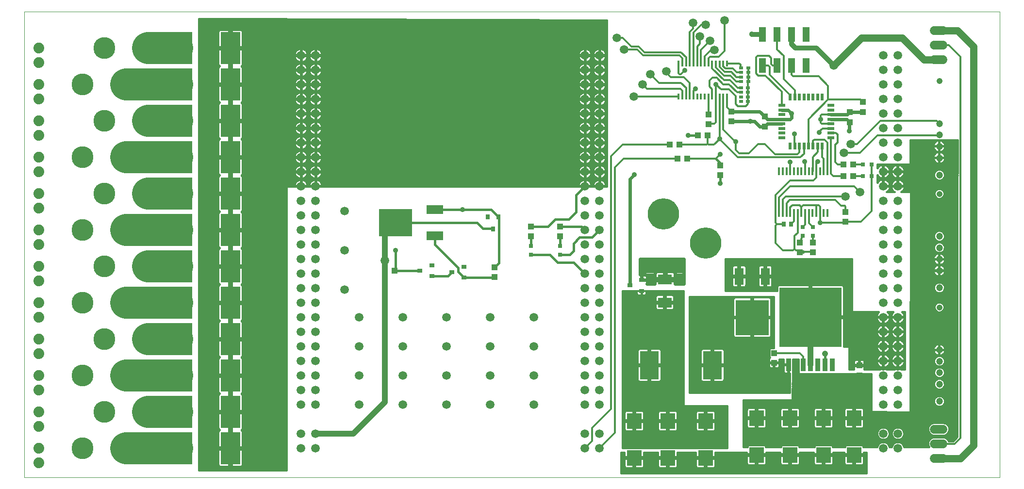
<source format=gtl>
G75*
%MOIN*%
%OFA0B0*%
%FSLAX25Y25*%
%IPPOS*%
%LPD*%
%AMOC8*
5,1,8,0,0,1.08239X$1,22.5*
%
%ADD10C,0.00000*%
%ADD11C,0.07400*%
%ADD12R,0.03937X0.04331*%
%ADD13R,0.04331X0.03937*%
%ADD14C,0.05906*%
%ADD15R,0.03543X0.03150*%
%ADD16R,0.03150X0.03543*%
%ADD17R,0.11811X0.06299*%
%ADD18R,0.22500X0.19000*%
%ADD19C,0.15024*%
%ADD20R,0.05000X0.02200*%
%ADD21R,0.02200X0.05000*%
%ADD22C,0.21500*%
%ADD23R,0.13386X0.22047*%
%ADD24R,0.01200X0.03900*%
%ADD25R,0.01370X0.05500*%
%ADD26R,0.03150X0.03150*%
%ADD27C,0.04134*%
%ADD28C,0.04724*%
%ADD29R,0.05000X0.10000*%
%ADD30C,0.06000*%
%ADD31R,0.03500X0.03100*%
%ADD32R,0.09449X0.07087*%
%ADD33R,0.22835X0.24409*%
%ADD34R,0.06299X0.11811*%
%ADD35R,0.03600X0.08500*%
%ADD36R,0.42500X0.41000*%
%ADD37R,0.12992X0.19291*%
%ADD38R,0.10039X0.10906*%
%ADD39R,0.02756X0.03543*%
%ADD40R,0.02559X0.01969*%
%ADD41C,0.01600*%
%ADD42C,0.03562*%
%ADD43C,0.01200*%
%ADD44C,0.02400*%
%ADD45C,0.05000*%
%ADD46C,0.04000*%
%ADD47C,0.03200*%
%ADD48C,0.22000*%
D10*
X0003000Y0004250D02*
X0003000Y0324250D01*
X0673000Y0324250D01*
X0673000Y0004250D01*
X0003000Y0004250D01*
D11*
X0013000Y0014250D03*
X0013000Y0024250D03*
X0013000Y0039250D03*
X0013000Y0049250D03*
X0013000Y0064250D03*
X0013000Y0074250D03*
X0013000Y0089250D03*
X0013000Y0099250D03*
X0013000Y0114250D03*
X0013000Y0124250D03*
X0013000Y0139250D03*
X0013000Y0149250D03*
X0013000Y0164250D03*
X0013000Y0174250D03*
X0013000Y0189250D03*
X0013000Y0199250D03*
X0013000Y0214250D03*
X0013000Y0224250D03*
X0013000Y0239250D03*
X0013000Y0249250D03*
X0013000Y0264250D03*
X0013000Y0274250D03*
X0013000Y0289250D03*
X0013000Y0299250D03*
D12*
X0326000Y0148596D03*
X0326000Y0141904D03*
X0481000Y0211904D03*
X0481000Y0218596D03*
X0458346Y0223250D03*
X0451654Y0223250D03*
X0452846Y0232750D03*
X0446154Y0232750D03*
X0473000Y0246904D03*
X0473000Y0253596D03*
X0488500Y0255596D03*
X0488500Y0248904D03*
X0511500Y0252096D03*
X0511500Y0245404D03*
X0565654Y0219250D03*
X0572346Y0219250D03*
X0572346Y0211250D03*
X0565654Y0211250D03*
X0566900Y0186496D03*
X0566900Y0179804D03*
X0570000Y0248404D03*
X0570000Y0255096D03*
X0579000Y0255404D03*
X0579000Y0262096D03*
X0518000Y0089596D03*
X0518000Y0082904D03*
X0576500Y0081096D03*
X0576500Y0074404D03*
D13*
X0544500Y0158904D03*
X0535500Y0158904D03*
X0535500Y0165596D03*
X0544500Y0165596D03*
X0472346Y0239250D03*
X0465654Y0239250D03*
X0371000Y0176596D03*
X0371000Y0169904D03*
X0351000Y0169904D03*
X0351000Y0176596D03*
X0257346Y0146250D03*
X0250654Y0146250D03*
D14*
X0250650Y0153250D03*
X0223000Y0160250D03*
X0203000Y0164250D03*
X0193000Y0164250D03*
X0193000Y0154250D03*
X0203000Y0154250D03*
X0203000Y0144250D03*
X0193000Y0144250D03*
X0193000Y0134250D03*
X0203000Y0134250D03*
X0203000Y0124250D03*
X0193000Y0124250D03*
X0193000Y0114250D03*
X0203000Y0114250D03*
X0203000Y0104250D03*
X0193000Y0104250D03*
X0193000Y0094250D03*
X0203000Y0094250D03*
X0203000Y0084250D03*
X0193000Y0084250D03*
X0193000Y0074250D03*
X0203000Y0074250D03*
X0203000Y0064250D03*
X0193000Y0064250D03*
X0193000Y0054250D03*
X0203000Y0054250D03*
X0233000Y0054250D03*
X0263000Y0054250D03*
X0293000Y0054250D03*
X0323000Y0054250D03*
X0353000Y0054250D03*
X0388000Y0054250D03*
X0398000Y0054250D03*
X0398000Y0064250D03*
X0388000Y0064250D03*
X0388000Y0074250D03*
X0398000Y0074250D03*
X0398000Y0084250D03*
X0388000Y0084250D03*
X0388000Y0094250D03*
X0398000Y0094250D03*
X0398000Y0104250D03*
X0388000Y0104250D03*
X0388000Y0114250D03*
X0398000Y0114250D03*
X0398000Y0124250D03*
X0388000Y0124250D03*
X0388000Y0134250D03*
X0398000Y0134250D03*
X0398000Y0144250D03*
X0388000Y0144250D03*
X0388000Y0154250D03*
X0398000Y0154250D03*
X0398000Y0164250D03*
X0388000Y0164250D03*
X0388000Y0174250D03*
X0398000Y0174250D03*
X0398000Y0184250D03*
X0388000Y0184250D03*
X0388000Y0194250D03*
X0398000Y0194250D03*
X0398000Y0204250D03*
X0388000Y0204250D03*
X0388000Y0214250D03*
X0398000Y0214250D03*
X0398000Y0224250D03*
X0388000Y0224250D03*
X0388000Y0234250D03*
X0398000Y0234250D03*
X0398000Y0244250D03*
X0388000Y0244250D03*
X0388000Y0254250D03*
X0398000Y0254250D03*
X0398000Y0264250D03*
X0388000Y0264250D03*
X0388000Y0274250D03*
X0398000Y0274250D03*
X0398000Y0284250D03*
X0388000Y0284250D03*
X0388000Y0294250D03*
X0398000Y0294250D03*
X0415000Y0298250D03*
X0410000Y0306250D03*
X0444000Y0283250D03*
X0433000Y0281250D03*
X0427500Y0274250D03*
X0421500Y0265750D03*
X0476900Y0297950D03*
X0474000Y0304250D03*
X0467000Y0307250D03*
X0471000Y0315250D03*
X0462300Y0316650D03*
X0484000Y0318250D03*
X0559000Y0287250D03*
X0593000Y0284250D03*
X0603000Y0284250D03*
X0603000Y0274250D03*
X0593000Y0274250D03*
X0593000Y0264250D03*
X0603000Y0264250D03*
X0603000Y0254250D03*
X0593000Y0254250D03*
X0593000Y0244250D03*
X0603000Y0244250D03*
X0603000Y0234250D03*
X0593000Y0234250D03*
X0570500Y0233250D03*
X0566000Y0227250D03*
X0593000Y0224250D03*
X0603000Y0224250D03*
X0603000Y0214250D03*
X0593000Y0214250D03*
X0593000Y0204250D03*
X0603000Y0204250D03*
X0603000Y0194250D03*
X0593000Y0194250D03*
X0577000Y0200250D03*
X0567000Y0197250D03*
X0593000Y0184250D03*
X0603000Y0184250D03*
X0603000Y0174250D03*
X0593000Y0174250D03*
X0593000Y0164250D03*
X0603000Y0164250D03*
X0603000Y0154250D03*
X0593000Y0154250D03*
X0593000Y0144250D03*
X0603000Y0144250D03*
X0603000Y0134250D03*
X0593000Y0134250D03*
X0593000Y0124250D03*
X0603000Y0124250D03*
X0603000Y0114250D03*
X0593000Y0114250D03*
X0593000Y0104250D03*
X0603000Y0104250D03*
X0603000Y0094250D03*
X0593000Y0094250D03*
X0593000Y0084250D03*
X0603000Y0084250D03*
X0603000Y0074250D03*
X0593000Y0074250D03*
X0593000Y0064250D03*
X0603000Y0064250D03*
X0603000Y0054250D03*
X0593000Y0054250D03*
X0593000Y0034250D03*
X0603000Y0034250D03*
X0603000Y0024250D03*
X0593000Y0024250D03*
X0562500Y0013750D03*
X0540500Y0013250D03*
X0517500Y0013250D03*
X0488000Y0013250D03*
X0458500Y0013250D03*
X0433500Y0013750D03*
X0398000Y0024250D03*
X0388000Y0024250D03*
X0388000Y0034250D03*
X0398000Y0034250D03*
X0353000Y0074250D03*
X0323000Y0074250D03*
X0293000Y0074250D03*
X0263000Y0074250D03*
X0233000Y0074250D03*
X0233000Y0094250D03*
X0263000Y0094250D03*
X0293000Y0094250D03*
X0323000Y0094250D03*
X0353000Y0094250D03*
X0353000Y0114250D03*
X0323000Y0114250D03*
X0293000Y0114250D03*
X0263000Y0114250D03*
X0233000Y0114250D03*
X0223000Y0133250D03*
X0203000Y0174250D03*
X0193000Y0174250D03*
X0193000Y0184250D03*
X0203000Y0184250D03*
X0203000Y0194250D03*
X0193000Y0194250D03*
X0193000Y0204250D03*
X0203000Y0204250D03*
X0203000Y0214250D03*
X0193000Y0214250D03*
X0193000Y0224250D03*
X0203000Y0224250D03*
X0223000Y0215250D03*
X0203000Y0234250D03*
X0193000Y0234250D03*
X0178000Y0234250D03*
X0163000Y0234250D03*
X0193000Y0244250D03*
X0203000Y0244250D03*
X0203000Y0254250D03*
X0193000Y0254250D03*
X0193000Y0264250D03*
X0203000Y0264250D03*
X0203000Y0274250D03*
X0193000Y0274250D03*
X0193000Y0284250D03*
X0203000Y0284250D03*
X0203000Y0294250D03*
X0193000Y0294250D03*
X0178000Y0294250D03*
X0163000Y0294250D03*
X0163000Y0264250D03*
X0178000Y0264250D03*
X0163000Y0204250D03*
X0163000Y0174250D03*
X0223000Y0187250D03*
X0429000Y0149250D03*
X0440000Y0149250D03*
X0452000Y0149250D03*
X0203000Y0034250D03*
X0193000Y0034250D03*
X0193000Y0024250D03*
X0203000Y0024250D03*
X0593000Y0294250D03*
X0603000Y0294250D03*
D15*
X0304937Y0148990D03*
X0296669Y0145250D03*
X0304937Y0141510D03*
X0282937Y0142510D03*
X0274669Y0146250D03*
X0282937Y0149990D03*
D16*
X0325000Y0174919D03*
X0321260Y0183187D03*
X0328740Y0183187D03*
D17*
X0284906Y0188226D03*
X0284906Y0170274D03*
D18*
X0257748Y0179250D03*
D19*
X0088000Y0199250D03*
X0058000Y0199250D03*
X0043000Y0224250D03*
X0073000Y0224250D03*
X0058000Y0249250D03*
X0088000Y0249250D03*
X0073000Y0274250D03*
X0043000Y0274250D03*
X0058000Y0299250D03*
X0088000Y0299250D03*
X0073000Y0174250D03*
X0043000Y0174250D03*
X0058000Y0149250D03*
X0088000Y0149250D03*
X0073000Y0124250D03*
X0043000Y0124250D03*
X0058000Y0099250D03*
X0088000Y0099250D03*
X0073000Y0074250D03*
X0043000Y0074250D03*
X0058000Y0049250D03*
X0088000Y0049250D03*
X0073000Y0024250D03*
X0043000Y0024250D03*
D20*
X0523100Y0237726D03*
X0523100Y0240876D03*
X0523100Y0244026D03*
X0523100Y0247175D03*
X0523100Y0250325D03*
X0523100Y0253474D03*
X0523100Y0256624D03*
X0523100Y0259774D03*
X0556900Y0259774D03*
X0556900Y0256624D03*
X0556900Y0253474D03*
X0556900Y0250325D03*
X0556900Y0247175D03*
X0556900Y0244026D03*
X0556900Y0240876D03*
X0556900Y0237726D03*
D21*
X0551024Y0231850D03*
X0547874Y0231850D03*
X0544724Y0231850D03*
X0541575Y0231850D03*
X0538425Y0231850D03*
X0535276Y0231850D03*
X0532126Y0231850D03*
X0528976Y0231850D03*
X0528976Y0265650D03*
X0532126Y0265650D03*
X0535276Y0265650D03*
X0538425Y0265650D03*
X0541575Y0265650D03*
X0544724Y0265650D03*
X0547874Y0265650D03*
X0551024Y0265650D03*
D22*
X0442000Y0185250D03*
X0471000Y0165250D03*
D23*
X0144535Y0174250D03*
X0111465Y0174250D03*
X0111465Y0149250D03*
X0144535Y0149250D03*
X0144535Y0124250D03*
X0111465Y0124250D03*
X0111465Y0099250D03*
X0144535Y0099250D03*
X0144535Y0074250D03*
X0111465Y0074250D03*
X0111465Y0049250D03*
X0144535Y0049250D03*
X0144535Y0024250D03*
X0111465Y0024250D03*
X0111465Y0199250D03*
X0144535Y0199250D03*
X0144535Y0224250D03*
X0111465Y0224250D03*
X0111465Y0249250D03*
X0144535Y0249250D03*
X0144535Y0274250D03*
X0111465Y0274250D03*
X0111465Y0299250D03*
X0144535Y0299250D03*
D24*
X0452366Y0288737D03*
X0454925Y0288737D03*
X0457484Y0288737D03*
X0460043Y0288737D03*
X0462602Y0288737D03*
X0465161Y0288737D03*
X0467720Y0288737D03*
X0470280Y0288737D03*
X0472839Y0288737D03*
X0475398Y0288737D03*
X0477957Y0288737D03*
X0480516Y0288737D03*
X0483075Y0288737D03*
X0485634Y0288737D03*
X0485634Y0265763D03*
X0483075Y0265763D03*
X0480516Y0265763D03*
X0477957Y0265763D03*
X0475398Y0265763D03*
X0472839Y0265763D03*
X0470280Y0265763D03*
X0467720Y0265763D03*
X0465161Y0265763D03*
X0462602Y0265763D03*
X0460043Y0265763D03*
X0457484Y0265763D03*
X0454925Y0265763D03*
X0452366Y0265763D03*
D25*
X0521366Y0214644D03*
X0523925Y0214644D03*
X0526484Y0214644D03*
X0529043Y0214644D03*
X0531602Y0214644D03*
X0534161Y0214644D03*
X0536720Y0214644D03*
X0539280Y0214644D03*
X0541839Y0214644D03*
X0544398Y0214644D03*
X0546957Y0214644D03*
X0549516Y0214644D03*
X0552075Y0214644D03*
X0554634Y0214644D03*
X0554634Y0185856D03*
X0552075Y0185856D03*
X0549516Y0185856D03*
X0546957Y0185856D03*
X0544398Y0185856D03*
X0541839Y0185856D03*
X0539280Y0185856D03*
X0536720Y0185856D03*
X0534161Y0185856D03*
X0531602Y0185856D03*
X0529043Y0185856D03*
X0526484Y0185856D03*
X0523925Y0185856D03*
X0521366Y0185856D03*
D26*
X0537500Y0176203D03*
X0544500Y0176203D03*
X0544500Y0170297D03*
X0537500Y0170297D03*
X0579047Y0211250D03*
X0584953Y0211250D03*
X0584953Y0219250D03*
X0579047Y0219250D03*
X0371000Y0163203D03*
X0371000Y0157297D03*
X0351000Y0157297D03*
X0351000Y0163203D03*
D27*
X0553000Y0089250D03*
X0631524Y0120994D03*
X0631524Y0198994D03*
X0631524Y0276494D03*
X0482000Y0039250D03*
D28*
X0631524Y0056427D03*
X0631524Y0068238D03*
X0631524Y0076112D03*
X0631524Y0083986D03*
X0631524Y0091860D03*
X0631524Y0134427D03*
X0631524Y0146238D03*
X0631524Y0154112D03*
X0631524Y0161986D03*
X0631524Y0169860D03*
X0631524Y0211927D03*
X0631524Y0223738D03*
X0631524Y0231612D03*
X0631524Y0239486D03*
X0631524Y0247360D03*
D29*
X0540000Y0287250D03*
X0530000Y0287250D03*
X0520000Y0287250D03*
X0510000Y0287250D03*
X0510000Y0308746D03*
X0520000Y0308746D03*
X0530000Y0308746D03*
X0540000Y0308746D03*
D30*
X0628000Y0311250D02*
X0634000Y0311250D01*
X0634000Y0301250D02*
X0628000Y0301250D01*
X0628000Y0291250D02*
X0634000Y0291250D01*
X0634000Y0037250D02*
X0628000Y0037250D01*
X0628000Y0027250D02*
X0634000Y0027250D01*
X0634000Y0017250D02*
X0628000Y0017250D01*
D31*
X0427000Y0132350D03*
X0419000Y0136150D03*
X0427000Y0139950D03*
D32*
X0443000Y0140222D03*
X0443000Y0124278D03*
D33*
X0503000Y0114045D03*
D34*
X0494004Y0142313D03*
X0511996Y0142313D03*
D35*
X0528000Y0081450D03*
X0533000Y0081450D03*
X0538000Y0081450D03*
X0543000Y0081450D03*
X0548000Y0081450D03*
X0553000Y0081450D03*
X0558000Y0081450D03*
D36*
X0543000Y0114250D03*
D37*
X0475654Y0081250D03*
X0432346Y0081250D03*
D38*
X0422000Y0042864D03*
X0445000Y0042864D03*
X0471000Y0042864D03*
X0506000Y0044864D03*
X0529000Y0044864D03*
X0552000Y0044864D03*
X0573000Y0044864D03*
X0573000Y0019510D03*
X0552000Y0019510D03*
X0529000Y0019510D03*
X0506000Y0019510D03*
X0471000Y0017510D03*
X0445000Y0017510D03*
X0422000Y0017510D03*
D39*
X0524441Y0178250D03*
X0529559Y0178250D03*
D40*
X0500061Y0262526D03*
X0500061Y0265675D03*
X0500061Y0268825D03*
X0500061Y0271974D03*
X0500161Y0276226D03*
X0500161Y0279375D03*
X0500161Y0282525D03*
X0500161Y0285674D03*
X0495239Y0285674D03*
X0495239Y0282525D03*
X0495239Y0279375D03*
X0495239Y0276226D03*
X0495139Y0271974D03*
X0495139Y0268825D03*
X0495139Y0265675D03*
X0495139Y0262526D03*
D41*
X0465654Y0239250D02*
X0459000Y0239250D01*
X0478000Y0223250D02*
X0481000Y0220250D01*
X0481000Y0218596D01*
X0481000Y0211904D02*
X0481000Y0206250D01*
X0403000Y0205662D02*
X0402538Y0205662D01*
X0402636Y0205363D02*
X0402405Y0206074D01*
X0402065Y0206741D01*
X0401625Y0207346D01*
X0401096Y0207875D01*
X0400491Y0208315D01*
X0399824Y0208655D01*
X0399113Y0208886D01*
X0398374Y0209003D01*
X0398184Y0209003D01*
X0398184Y0204434D01*
X0397816Y0204434D01*
X0397816Y0204250D01*
X0388184Y0204250D01*
X0388184Y0204434D01*
X0387816Y0204434D01*
X0387816Y0204250D01*
X0203184Y0204250D01*
X0203184Y0204434D01*
X0202816Y0204434D01*
X0202816Y0204250D01*
X0193184Y0204250D01*
X0193184Y0204434D01*
X0192816Y0204434D01*
X0192816Y0204250D01*
X0153028Y0204250D01*
X0153028Y0210511D01*
X0152906Y0210968D01*
X0152669Y0211379D01*
X0152334Y0211714D01*
X0152271Y0211750D01*
X0152334Y0211786D01*
X0152669Y0212121D01*
X0152906Y0212532D01*
X0153028Y0212989D01*
X0153028Y0223450D01*
X0145335Y0223450D01*
X0145335Y0211426D01*
X0145335Y0200050D01*
X0143735Y0200050D01*
X0143735Y0198450D01*
X0136043Y0198450D01*
X0136043Y0187989D01*
X0136165Y0187532D01*
X0136402Y0187121D01*
X0136737Y0186786D01*
X0136800Y0186750D01*
X0136737Y0186714D01*
X0136402Y0186379D01*
X0136165Y0185968D01*
X0136043Y0185511D01*
X0136043Y0175050D01*
X0143735Y0175050D01*
X0143735Y0173450D01*
X0136043Y0173450D01*
X0136043Y0162989D01*
X0136165Y0162532D01*
X0136402Y0162121D01*
X0136737Y0161786D01*
X0136800Y0161750D01*
X0136737Y0161714D01*
X0136402Y0161379D01*
X0136165Y0160968D01*
X0136043Y0160511D01*
X0136043Y0150050D01*
X0143735Y0150050D01*
X0143735Y0148450D01*
X0136043Y0148450D01*
X0136043Y0137989D01*
X0136165Y0137532D01*
X0136402Y0137121D01*
X0136737Y0136786D01*
X0136800Y0136750D01*
X0136737Y0136714D01*
X0136402Y0136379D01*
X0136165Y0135968D01*
X0136043Y0135511D01*
X0136043Y0125050D01*
X0143735Y0125050D01*
X0143735Y0123450D01*
X0136043Y0123450D01*
X0136043Y0112989D01*
X0136165Y0112532D01*
X0136402Y0112121D01*
X0136737Y0111786D01*
X0136800Y0111750D01*
X0136737Y0111714D01*
X0136402Y0111379D01*
X0136165Y0110968D01*
X0136043Y0110511D01*
X0136043Y0100050D01*
X0143735Y0100050D01*
X0143735Y0098450D01*
X0136043Y0098450D01*
X0136043Y0087989D01*
X0136165Y0087532D01*
X0136402Y0087121D01*
X0136737Y0086786D01*
X0136800Y0086750D01*
X0136737Y0086714D01*
X0136402Y0086379D01*
X0136165Y0085968D01*
X0136043Y0085511D01*
X0136043Y0075050D01*
X0143735Y0075050D01*
X0143735Y0073450D01*
X0136043Y0073450D01*
X0136043Y0062989D01*
X0136165Y0062532D01*
X0136402Y0062121D01*
X0136737Y0061786D01*
X0136800Y0061750D01*
X0136737Y0061714D01*
X0136402Y0061379D01*
X0136165Y0060968D01*
X0136043Y0060511D01*
X0136043Y0050050D01*
X0143735Y0050050D01*
X0143735Y0048450D01*
X0136043Y0048450D01*
X0136043Y0037989D01*
X0136165Y0037532D01*
X0136402Y0037121D01*
X0136737Y0036786D01*
X0136800Y0036750D01*
X0136737Y0036714D01*
X0136402Y0036379D01*
X0136165Y0035968D01*
X0136043Y0035511D01*
X0136043Y0025050D01*
X0143735Y0025050D01*
X0143735Y0023450D01*
X0136043Y0023450D01*
X0136043Y0012989D01*
X0136165Y0012532D01*
X0136402Y0012121D01*
X0136737Y0011786D01*
X0137148Y0011549D01*
X0137606Y0011426D01*
X0143735Y0011426D01*
X0143735Y0023450D01*
X0145335Y0023450D01*
X0145335Y0011426D01*
X0151465Y0011426D01*
X0151923Y0011549D01*
X0152334Y0011786D01*
X0152669Y0012121D01*
X0152906Y0012532D01*
X0153028Y0012989D01*
X0153028Y0023450D01*
X0145335Y0023450D01*
X0145335Y0025050D01*
X0143735Y0025050D01*
X0143735Y0048450D01*
X0145335Y0048450D01*
X0145335Y0036426D01*
X0145335Y0025050D01*
X0153028Y0025050D01*
X0153028Y0035511D01*
X0152906Y0035968D01*
X0152669Y0036379D01*
X0152334Y0036714D01*
X0152271Y0036750D01*
X0152334Y0036786D01*
X0152669Y0037121D01*
X0152906Y0037532D01*
X0153028Y0037989D01*
X0153028Y0048450D01*
X0145335Y0048450D01*
X0145335Y0050050D01*
X0143735Y0050050D01*
X0143735Y0073450D01*
X0145335Y0073450D01*
X0145335Y0061426D01*
X0145335Y0050050D01*
X0153028Y0050050D01*
X0153028Y0060511D01*
X0152906Y0060968D01*
X0152669Y0061379D01*
X0152334Y0061714D01*
X0152271Y0061750D01*
X0152334Y0061786D01*
X0152669Y0062121D01*
X0152906Y0062532D01*
X0153028Y0062989D01*
X0153028Y0073450D01*
X0145335Y0073450D01*
X0145335Y0075050D01*
X0143735Y0075050D01*
X0143735Y0098450D01*
X0145335Y0098450D01*
X0145335Y0086426D01*
X0145335Y0075050D01*
X0153028Y0075050D01*
X0153028Y0085511D01*
X0152906Y0085968D01*
X0152669Y0086379D01*
X0152334Y0086714D01*
X0152271Y0086750D01*
X0152334Y0086786D01*
X0152669Y0087121D01*
X0152906Y0087532D01*
X0153028Y0087989D01*
X0153028Y0098450D01*
X0145335Y0098450D01*
X0145335Y0100050D01*
X0143735Y0100050D01*
X0143735Y0123450D01*
X0145335Y0123450D01*
X0145335Y0111426D01*
X0145335Y0100050D01*
X0153028Y0100050D01*
X0153028Y0110511D01*
X0152906Y0110968D01*
X0152669Y0111379D01*
X0152334Y0111714D01*
X0152271Y0111750D01*
X0152334Y0111786D01*
X0152669Y0112121D01*
X0152906Y0112532D01*
X0153028Y0112989D01*
X0153028Y0123450D01*
X0145335Y0123450D01*
X0145335Y0125050D01*
X0143735Y0125050D01*
X0143735Y0137074D01*
X0143735Y0148450D01*
X0145335Y0148450D01*
X0145335Y0125050D01*
X0153028Y0125050D01*
X0153028Y0135511D01*
X0152906Y0135968D01*
X0152669Y0136379D01*
X0152334Y0136714D01*
X0152271Y0136750D01*
X0152334Y0136786D01*
X0152669Y0137121D01*
X0152906Y0137532D01*
X0153028Y0137989D01*
X0153028Y0148450D01*
X0145335Y0148450D01*
X0145335Y0150050D01*
X0143735Y0150050D01*
X0143735Y0173450D01*
X0145335Y0173450D01*
X0145335Y0162074D01*
X0145335Y0150050D01*
X0153028Y0150050D01*
X0153028Y0160511D01*
X0152906Y0160968D01*
X0152669Y0161379D01*
X0152334Y0161714D01*
X0152271Y0161750D01*
X0152334Y0161786D01*
X0152669Y0162121D01*
X0152906Y0162532D01*
X0153028Y0162989D01*
X0153028Y0173450D01*
X0145335Y0173450D01*
X0145335Y0175050D01*
X0143735Y0175050D01*
X0143735Y0187074D01*
X0143735Y0198450D01*
X0145335Y0198450D01*
X0145335Y0175050D01*
X0153028Y0175050D01*
X0153028Y0185511D01*
X0152906Y0185968D01*
X0152669Y0186379D01*
X0152334Y0186714D01*
X0152271Y0186750D01*
X0152334Y0186786D01*
X0152669Y0187121D01*
X0152906Y0187532D01*
X0153028Y0187989D01*
X0153028Y0198450D01*
X0145335Y0198450D01*
X0145335Y0200050D01*
X0153028Y0200050D01*
X0153028Y0210511D01*
X0152906Y0210968D01*
X0152669Y0211379D01*
X0152334Y0211714D01*
X0152271Y0211750D01*
X0152334Y0211786D01*
X0152669Y0212121D01*
X0152906Y0212532D01*
X0153028Y0212989D01*
X0153028Y0223450D01*
X0145335Y0223450D01*
X0143735Y0223450D01*
X0136043Y0223450D01*
X0136043Y0212989D01*
X0136165Y0212532D01*
X0136402Y0212121D01*
X0136737Y0211786D01*
X0136800Y0211750D01*
X0136737Y0211714D01*
X0136402Y0211379D01*
X0136165Y0210968D01*
X0136043Y0210511D01*
X0136043Y0200050D01*
X0143735Y0200050D01*
X0143735Y0223450D01*
X0143735Y0225050D01*
X0136043Y0225050D01*
X0136043Y0235511D01*
X0136165Y0235968D01*
X0136402Y0236379D01*
X0136737Y0236714D01*
X0136800Y0236750D01*
X0136737Y0236786D01*
X0136402Y0237121D01*
X0136165Y0237532D01*
X0136043Y0237989D01*
X0136043Y0248450D01*
X0143735Y0248450D01*
X0143735Y0250050D01*
X0136043Y0250050D01*
X0136043Y0260511D01*
X0136165Y0260968D01*
X0136402Y0261379D01*
X0136737Y0261714D01*
X0136800Y0261750D01*
X0136737Y0261786D01*
X0136402Y0262121D01*
X0136165Y0262532D01*
X0136043Y0262989D01*
X0136043Y0273450D01*
X0143735Y0273450D01*
X0143735Y0275050D01*
X0136043Y0275050D01*
X0136043Y0285511D01*
X0136165Y0285968D01*
X0136402Y0286379D01*
X0136737Y0286714D01*
X0136800Y0286750D01*
X0136737Y0286786D01*
X0136402Y0287121D01*
X0136165Y0287532D01*
X0136043Y0287989D01*
X0136043Y0298450D01*
X0143735Y0298450D01*
X0143735Y0300050D01*
X0136043Y0300050D01*
X0136043Y0310511D01*
X0136165Y0310968D01*
X0136402Y0311379D01*
X0136737Y0311714D01*
X0137148Y0311951D01*
X0137606Y0312074D01*
X0143735Y0312074D01*
X0143735Y0300050D01*
X0143735Y0298450D01*
X0136043Y0298450D01*
X0136043Y0287989D01*
X0136165Y0287532D01*
X0136402Y0287121D01*
X0136737Y0286786D01*
X0136800Y0286750D01*
X0136737Y0286714D01*
X0136402Y0286379D01*
X0136165Y0285968D01*
X0136043Y0285511D01*
X0136043Y0275050D01*
X0143735Y0275050D01*
X0143735Y0273450D01*
X0136043Y0273450D01*
X0136043Y0262989D01*
X0136165Y0262532D01*
X0136402Y0262121D01*
X0136737Y0261786D01*
X0136800Y0261750D01*
X0136737Y0261714D01*
X0136402Y0261379D01*
X0136165Y0260968D01*
X0136043Y0260511D01*
X0136043Y0250050D01*
X0143735Y0250050D01*
X0143735Y0248450D01*
X0136043Y0248450D01*
X0136043Y0237989D01*
X0136165Y0237532D01*
X0136402Y0237121D01*
X0136737Y0236786D01*
X0136800Y0236750D01*
X0136737Y0236714D01*
X0136402Y0236379D01*
X0136165Y0235968D01*
X0136043Y0235511D01*
X0136043Y0225050D01*
X0143735Y0225050D01*
X0143735Y0223450D01*
X0136043Y0223450D01*
X0136043Y0212989D01*
X0136165Y0212532D01*
X0136402Y0212121D01*
X0136737Y0211786D01*
X0136800Y0211750D01*
X0136737Y0211714D01*
X0136402Y0211379D01*
X0136165Y0210968D01*
X0136043Y0210511D01*
X0136043Y0204250D01*
X0134000Y0204250D01*
X0129000Y0319250D01*
X0403000Y0318250D01*
X0403000Y0204250D01*
X0398184Y0204250D01*
X0398184Y0204434D01*
X0402753Y0204434D01*
X0402753Y0204624D01*
X0402636Y0205363D01*
X0403000Y0207261D02*
X0401687Y0207261D01*
X0403000Y0208859D02*
X0399194Y0208859D01*
X0399113Y0209614D02*
X0399824Y0209845D01*
X0400491Y0210185D01*
X0401096Y0210625D01*
X0401625Y0211154D01*
X0402065Y0211759D01*
X0402405Y0212426D01*
X0402636Y0213137D01*
X0402753Y0213876D01*
X0402753Y0214066D01*
X0398184Y0214066D01*
X0398184Y0209497D01*
X0398374Y0209497D01*
X0399113Y0209614D01*
X0398184Y0208859D02*
X0397816Y0208859D01*
X0397816Y0209003D02*
X0397626Y0209003D01*
X0396887Y0208886D01*
X0396176Y0208655D01*
X0395509Y0208315D01*
X0394904Y0207875D01*
X0394375Y0207346D01*
X0393935Y0206741D01*
X0393595Y0206074D01*
X0393364Y0205363D01*
X0393247Y0204624D01*
X0393247Y0204434D01*
X0397816Y0204434D01*
X0397816Y0209003D01*
X0397816Y0209497D02*
X0397816Y0214066D01*
X0398184Y0214066D01*
X0398184Y0214434D01*
X0402753Y0214434D01*
X0402753Y0214624D01*
X0402636Y0215363D01*
X0402405Y0216074D01*
X0402065Y0216741D01*
X0401625Y0217346D01*
X0401096Y0217875D01*
X0400491Y0218315D01*
X0399824Y0218655D01*
X0399113Y0218886D01*
X0398374Y0219003D01*
X0398184Y0219003D01*
X0398184Y0214434D01*
X0397816Y0214434D01*
X0397816Y0214066D01*
X0393247Y0214066D01*
X0393247Y0213876D01*
X0393364Y0213137D01*
X0393595Y0212426D01*
X0393935Y0211759D01*
X0394375Y0211154D01*
X0394904Y0210625D01*
X0395509Y0210185D01*
X0396176Y0209845D01*
X0396887Y0209614D01*
X0397626Y0209497D01*
X0397816Y0209497D01*
X0397816Y0210458D02*
X0398184Y0210458D01*
X0398184Y0212056D02*
X0397816Y0212056D01*
X0397816Y0213655D02*
X0398184Y0213655D01*
X0397816Y0214434D02*
X0393247Y0214434D01*
X0393247Y0214624D01*
X0393364Y0215363D01*
X0393595Y0216074D01*
X0393935Y0216741D01*
X0394375Y0217346D01*
X0394904Y0217875D01*
X0395509Y0218315D01*
X0396176Y0218655D01*
X0396887Y0218886D01*
X0397626Y0219003D01*
X0397816Y0219003D01*
X0397816Y0214434D01*
X0397816Y0215253D02*
X0398184Y0215253D01*
X0398184Y0216852D02*
X0397816Y0216852D01*
X0397816Y0218451D02*
X0398184Y0218451D01*
X0398184Y0219497D02*
X0398374Y0219497D01*
X0399113Y0219614D01*
X0399824Y0219845D01*
X0400491Y0220185D01*
X0401096Y0220625D01*
X0401625Y0221154D01*
X0402065Y0221759D01*
X0402405Y0222426D01*
X0402636Y0223137D01*
X0402753Y0223876D01*
X0402753Y0224066D01*
X0398184Y0224066D01*
X0398184Y0219497D01*
X0397816Y0219497D02*
X0397816Y0224066D01*
X0398184Y0224066D01*
X0398184Y0224434D01*
X0402753Y0224434D01*
X0402753Y0224624D01*
X0402636Y0225363D01*
X0402405Y0226074D01*
X0402065Y0226741D01*
X0401625Y0227346D01*
X0401096Y0227875D01*
X0400491Y0228315D01*
X0399824Y0228655D01*
X0399113Y0228886D01*
X0398374Y0229003D01*
X0398184Y0229003D01*
X0398184Y0224434D01*
X0397816Y0224434D01*
X0397816Y0224066D01*
X0393247Y0224066D01*
X0393247Y0223876D01*
X0393364Y0223137D01*
X0393595Y0222426D01*
X0393935Y0221759D01*
X0394375Y0221154D01*
X0394904Y0220625D01*
X0395509Y0220185D01*
X0396176Y0219845D01*
X0396887Y0219614D01*
X0397626Y0219497D01*
X0397816Y0219497D01*
X0397816Y0220049D02*
X0398184Y0220049D01*
X0398184Y0221648D02*
X0397816Y0221648D01*
X0397816Y0223246D02*
X0398184Y0223246D01*
X0397816Y0224434D02*
X0393247Y0224434D01*
X0393247Y0224624D01*
X0393364Y0225363D01*
X0393595Y0226074D01*
X0393935Y0226741D01*
X0394375Y0227346D01*
X0394904Y0227875D01*
X0395509Y0228315D01*
X0396176Y0228655D01*
X0396887Y0228886D01*
X0397626Y0229003D01*
X0397816Y0229003D01*
X0397816Y0224434D01*
X0397816Y0224845D02*
X0398184Y0224845D01*
X0398184Y0226443D02*
X0397816Y0226443D01*
X0397816Y0228042D02*
X0398184Y0228042D01*
X0398184Y0229497D02*
X0398374Y0229497D01*
X0399113Y0229614D01*
X0399824Y0229845D01*
X0400491Y0230185D01*
X0401096Y0230625D01*
X0401625Y0231154D01*
X0402065Y0231759D01*
X0402405Y0232426D01*
X0402636Y0233137D01*
X0402753Y0233876D01*
X0402753Y0234066D01*
X0398184Y0234066D01*
X0398184Y0229497D01*
X0398184Y0229640D02*
X0397816Y0229640D01*
X0397816Y0229497D02*
X0397816Y0234066D01*
X0398184Y0234066D01*
X0398184Y0234434D01*
X0402753Y0234434D01*
X0402753Y0234624D01*
X0402636Y0235363D01*
X0402405Y0236074D01*
X0402065Y0236741D01*
X0401625Y0237346D01*
X0401096Y0237875D01*
X0400491Y0238315D01*
X0399824Y0238655D01*
X0399113Y0238886D01*
X0398374Y0239003D01*
X0398184Y0239003D01*
X0398184Y0234434D01*
X0397816Y0234434D01*
X0397816Y0234066D01*
X0393247Y0234066D01*
X0393247Y0233876D01*
X0393364Y0233137D01*
X0393595Y0232426D01*
X0393935Y0231759D01*
X0394375Y0231154D01*
X0394904Y0230625D01*
X0395509Y0230185D01*
X0396176Y0229845D01*
X0396887Y0229614D01*
X0397626Y0229497D01*
X0397816Y0229497D01*
X0396808Y0229640D02*
X0389192Y0229640D01*
X0389113Y0229614D02*
X0389824Y0229845D01*
X0390491Y0230185D01*
X0391096Y0230625D01*
X0391625Y0231154D01*
X0392065Y0231759D01*
X0392405Y0232426D01*
X0392636Y0233137D01*
X0392753Y0233876D01*
X0392753Y0234066D01*
X0388184Y0234066D01*
X0388184Y0229497D01*
X0388374Y0229497D01*
X0389113Y0229614D01*
X0389113Y0228886D02*
X0388374Y0229003D01*
X0388184Y0229003D01*
X0388184Y0224434D01*
X0392753Y0224434D01*
X0392753Y0224624D01*
X0392636Y0225363D01*
X0392405Y0226074D01*
X0392065Y0226741D01*
X0391625Y0227346D01*
X0391096Y0227875D01*
X0390491Y0228315D01*
X0389824Y0228655D01*
X0389113Y0228886D01*
X0388184Y0229640D02*
X0387816Y0229640D01*
X0387816Y0229497D02*
X0387816Y0234066D01*
X0388184Y0234066D01*
X0388184Y0234434D01*
X0392753Y0234434D01*
X0392753Y0234624D01*
X0392636Y0235363D01*
X0392405Y0236074D01*
X0392065Y0236741D01*
X0391625Y0237346D01*
X0391096Y0237875D01*
X0390491Y0238315D01*
X0389824Y0238655D01*
X0389113Y0238886D01*
X0388374Y0239003D01*
X0388184Y0239003D01*
X0388184Y0234434D01*
X0387816Y0234434D01*
X0387816Y0234066D01*
X0383247Y0234066D01*
X0383247Y0233876D01*
X0383364Y0233137D01*
X0383595Y0232426D01*
X0383935Y0231759D01*
X0384375Y0231154D01*
X0384904Y0230625D01*
X0385509Y0230185D01*
X0386176Y0229845D01*
X0386887Y0229614D01*
X0387626Y0229497D01*
X0387816Y0229497D01*
X0387816Y0229003D02*
X0387626Y0229003D01*
X0386887Y0228886D01*
X0386176Y0228655D01*
X0385509Y0228315D01*
X0384904Y0227875D01*
X0384375Y0227346D01*
X0383935Y0226741D01*
X0383595Y0226074D01*
X0383364Y0225363D01*
X0383247Y0224624D01*
X0383247Y0224434D01*
X0387816Y0224434D01*
X0387816Y0224066D01*
X0388184Y0224066D01*
X0388184Y0219497D01*
X0388374Y0219497D01*
X0389113Y0219614D01*
X0389824Y0219845D01*
X0390491Y0220185D01*
X0391096Y0220625D01*
X0391625Y0221154D01*
X0392065Y0221759D01*
X0392405Y0222426D01*
X0392636Y0223137D01*
X0392753Y0223876D01*
X0392753Y0224066D01*
X0388184Y0224066D01*
X0388184Y0224434D01*
X0387816Y0224434D01*
X0387816Y0229003D01*
X0387816Y0228042D02*
X0388184Y0228042D01*
X0388184Y0226443D02*
X0387816Y0226443D01*
X0387816Y0224845D02*
X0388184Y0224845D01*
X0387816Y0224066D02*
X0383247Y0224066D01*
X0383247Y0223876D01*
X0383364Y0223137D01*
X0383595Y0222426D01*
X0383935Y0221759D01*
X0384375Y0221154D01*
X0384904Y0220625D01*
X0385509Y0220185D01*
X0386176Y0219845D01*
X0386887Y0219614D01*
X0387626Y0219497D01*
X0387816Y0219497D01*
X0387816Y0224066D01*
X0387816Y0223246D02*
X0388184Y0223246D01*
X0388184Y0221648D02*
X0387816Y0221648D01*
X0387816Y0220049D02*
X0388184Y0220049D01*
X0388184Y0219003D02*
X0388374Y0219003D01*
X0389113Y0218886D01*
X0389824Y0218655D01*
X0390491Y0218315D01*
X0391096Y0217875D01*
X0391625Y0217346D01*
X0392065Y0216741D01*
X0392405Y0216074D01*
X0392636Y0215363D01*
X0392753Y0214624D01*
X0392753Y0214434D01*
X0388184Y0214434D01*
X0388184Y0214066D01*
X0388184Y0209497D01*
X0388374Y0209497D01*
X0389113Y0209614D01*
X0389824Y0209845D01*
X0390491Y0210185D01*
X0391096Y0210625D01*
X0391625Y0211154D01*
X0392065Y0211759D01*
X0392405Y0212426D01*
X0392636Y0213137D01*
X0392753Y0213876D01*
X0392753Y0214066D01*
X0388184Y0214066D01*
X0387816Y0214066D01*
X0387816Y0209497D01*
X0387626Y0209497D01*
X0386887Y0209614D01*
X0386176Y0209845D01*
X0385509Y0210185D01*
X0384904Y0210625D01*
X0384375Y0211154D01*
X0383935Y0211759D01*
X0383595Y0212426D01*
X0383364Y0213137D01*
X0383247Y0213876D01*
X0383247Y0214066D01*
X0387816Y0214066D01*
X0387816Y0214434D01*
X0383247Y0214434D01*
X0383247Y0214624D01*
X0383364Y0215363D01*
X0383595Y0216074D01*
X0383935Y0216741D01*
X0384375Y0217346D01*
X0384904Y0217875D01*
X0385509Y0218315D01*
X0386176Y0218655D01*
X0386887Y0218886D01*
X0387626Y0219003D01*
X0387816Y0219003D01*
X0387816Y0214434D01*
X0388184Y0214434D01*
X0388184Y0219003D01*
X0388184Y0218451D02*
X0387816Y0218451D01*
X0387816Y0216852D02*
X0388184Y0216852D01*
X0388184Y0215253D02*
X0387816Y0215253D01*
X0387816Y0213655D02*
X0388184Y0213655D01*
X0388184Y0212056D02*
X0387816Y0212056D01*
X0387816Y0210458D02*
X0388184Y0210458D01*
X0388184Y0209003D02*
X0388184Y0204434D01*
X0392753Y0204434D01*
X0392753Y0204624D01*
X0392636Y0205363D01*
X0392405Y0206074D01*
X0392065Y0206741D01*
X0391625Y0207346D01*
X0391096Y0207875D01*
X0390491Y0208315D01*
X0389824Y0208655D01*
X0389113Y0208886D01*
X0388374Y0209003D01*
X0388184Y0209003D01*
X0388184Y0208859D02*
X0387816Y0208859D01*
X0387816Y0209003D02*
X0387626Y0209003D01*
X0386887Y0208886D01*
X0386176Y0208655D01*
X0385509Y0208315D01*
X0384904Y0207875D01*
X0384375Y0207346D01*
X0383935Y0206741D01*
X0383595Y0206074D01*
X0383364Y0205363D01*
X0383247Y0204624D01*
X0383247Y0204434D01*
X0387816Y0204434D01*
X0387816Y0209003D01*
X0386806Y0208859D02*
X0204194Y0208859D01*
X0204113Y0208886D02*
X0203374Y0209003D01*
X0203184Y0209003D01*
X0203184Y0204434D01*
X0207753Y0204434D01*
X0207753Y0204624D01*
X0207636Y0205363D01*
X0207405Y0206074D01*
X0207065Y0206741D01*
X0206625Y0207346D01*
X0206096Y0207875D01*
X0205491Y0208315D01*
X0204824Y0208655D01*
X0204113Y0208886D01*
X0204113Y0209614D02*
X0204824Y0209845D01*
X0205491Y0210185D01*
X0206096Y0210625D01*
X0206625Y0211154D01*
X0207065Y0211759D01*
X0207405Y0212426D01*
X0207636Y0213137D01*
X0207753Y0213876D01*
X0207753Y0214066D01*
X0203184Y0214066D01*
X0203184Y0209497D01*
X0203374Y0209497D01*
X0204113Y0209614D01*
X0203184Y0208859D02*
X0202816Y0208859D01*
X0202816Y0209003D02*
X0202626Y0209003D01*
X0201887Y0208886D01*
X0201176Y0208655D01*
X0200509Y0208315D01*
X0199904Y0207875D01*
X0199375Y0207346D01*
X0198935Y0206741D01*
X0198595Y0206074D01*
X0198364Y0205363D01*
X0198247Y0204624D01*
X0198247Y0204434D01*
X0202816Y0204434D01*
X0202816Y0209003D01*
X0202816Y0209497D02*
X0202816Y0214066D01*
X0203184Y0214066D01*
X0203184Y0214434D01*
X0207753Y0214434D01*
X0207753Y0214624D01*
X0207636Y0215363D01*
X0207405Y0216074D01*
X0207065Y0216741D01*
X0206625Y0217346D01*
X0206096Y0217875D01*
X0205491Y0218315D01*
X0204824Y0218655D01*
X0204113Y0218886D01*
X0203374Y0219003D01*
X0203184Y0219003D01*
X0203184Y0214434D01*
X0202816Y0214434D01*
X0202816Y0214066D01*
X0198247Y0214066D01*
X0198247Y0213876D01*
X0198364Y0213137D01*
X0198595Y0212426D01*
X0198935Y0211759D01*
X0199375Y0211154D01*
X0199904Y0210625D01*
X0200509Y0210185D01*
X0201176Y0209845D01*
X0201887Y0209614D01*
X0202626Y0209497D01*
X0202816Y0209497D01*
X0202816Y0210458D02*
X0203184Y0210458D01*
X0203184Y0212056D02*
X0202816Y0212056D01*
X0202816Y0213655D02*
X0203184Y0213655D01*
X0202816Y0214434D02*
X0198247Y0214434D01*
X0198247Y0214624D01*
X0198364Y0215363D01*
X0198595Y0216074D01*
X0198935Y0216741D01*
X0199375Y0217346D01*
X0199904Y0217875D01*
X0200509Y0218315D01*
X0201176Y0218655D01*
X0201887Y0218886D01*
X0202626Y0219003D01*
X0202816Y0219003D01*
X0202816Y0214434D01*
X0202816Y0215253D02*
X0203184Y0215253D01*
X0203184Y0216852D02*
X0202816Y0216852D01*
X0202816Y0218451D02*
X0203184Y0218451D01*
X0203184Y0219497D02*
X0203374Y0219497D01*
X0204113Y0219614D01*
X0204824Y0219845D01*
X0205491Y0220185D01*
X0206096Y0220625D01*
X0206625Y0221154D01*
X0207065Y0221759D01*
X0207405Y0222426D01*
X0207636Y0223137D01*
X0207753Y0223876D01*
X0207753Y0224066D01*
X0203184Y0224066D01*
X0203184Y0219497D01*
X0202816Y0219497D02*
X0202816Y0224066D01*
X0203184Y0224066D01*
X0203184Y0224434D01*
X0207753Y0224434D01*
X0207753Y0224624D01*
X0207636Y0225363D01*
X0207405Y0226074D01*
X0207065Y0226741D01*
X0206625Y0227346D01*
X0206096Y0227875D01*
X0205491Y0228315D01*
X0204824Y0228655D01*
X0204113Y0228886D01*
X0203374Y0229003D01*
X0203184Y0229003D01*
X0203184Y0224434D01*
X0202816Y0224434D01*
X0202816Y0224066D01*
X0198247Y0224066D01*
X0198247Y0223876D01*
X0198364Y0223137D01*
X0198595Y0222426D01*
X0198935Y0221759D01*
X0199375Y0221154D01*
X0199904Y0220625D01*
X0200509Y0220185D01*
X0201176Y0219845D01*
X0201887Y0219614D01*
X0202626Y0219497D01*
X0202816Y0219497D01*
X0202816Y0220049D02*
X0203184Y0220049D01*
X0203184Y0221648D02*
X0202816Y0221648D01*
X0202816Y0223246D02*
X0203184Y0223246D01*
X0202816Y0224434D02*
X0198247Y0224434D01*
X0198247Y0224624D01*
X0198364Y0225363D01*
X0198595Y0226074D01*
X0198935Y0226741D01*
X0199375Y0227346D01*
X0199904Y0227875D01*
X0200509Y0228315D01*
X0201176Y0228655D01*
X0201887Y0228886D01*
X0202626Y0229003D01*
X0202816Y0229003D01*
X0202816Y0224434D01*
X0202816Y0224845D02*
X0203184Y0224845D01*
X0203184Y0226443D02*
X0202816Y0226443D01*
X0202816Y0228042D02*
X0203184Y0228042D01*
X0203184Y0229497D02*
X0203374Y0229497D01*
X0204113Y0229614D01*
X0204824Y0229845D01*
X0205491Y0230185D01*
X0206096Y0230625D01*
X0206625Y0231154D01*
X0207065Y0231759D01*
X0207405Y0232426D01*
X0207636Y0233137D01*
X0207753Y0233876D01*
X0207753Y0234066D01*
X0203184Y0234066D01*
X0203184Y0229497D01*
X0203184Y0229640D02*
X0202816Y0229640D01*
X0202816Y0229497D02*
X0202816Y0234066D01*
X0203184Y0234066D01*
X0203184Y0234434D01*
X0207753Y0234434D01*
X0207753Y0234624D01*
X0207636Y0235363D01*
X0207405Y0236074D01*
X0207065Y0236741D01*
X0206625Y0237346D01*
X0206096Y0237875D01*
X0205491Y0238315D01*
X0204824Y0238655D01*
X0204113Y0238886D01*
X0203374Y0239003D01*
X0203184Y0239003D01*
X0203184Y0234434D01*
X0202816Y0234434D01*
X0202816Y0234066D01*
X0198247Y0234066D01*
X0198247Y0233876D01*
X0198364Y0233137D01*
X0198595Y0232426D01*
X0198935Y0231759D01*
X0199375Y0231154D01*
X0199904Y0230625D01*
X0200509Y0230185D01*
X0201176Y0229845D01*
X0201887Y0229614D01*
X0202626Y0229497D01*
X0202816Y0229497D01*
X0201808Y0229640D02*
X0194192Y0229640D01*
X0194113Y0229614D02*
X0194824Y0229845D01*
X0195491Y0230185D01*
X0196096Y0230625D01*
X0196625Y0231154D01*
X0197065Y0231759D01*
X0197405Y0232426D01*
X0197636Y0233137D01*
X0197753Y0233876D01*
X0197753Y0234066D01*
X0193184Y0234066D01*
X0193184Y0229497D01*
X0193374Y0229497D01*
X0194113Y0229614D01*
X0194113Y0228886D02*
X0193374Y0229003D01*
X0193184Y0229003D01*
X0193184Y0224434D01*
X0197753Y0224434D01*
X0197753Y0224624D01*
X0197636Y0225363D01*
X0197405Y0226074D01*
X0197065Y0226741D01*
X0196625Y0227346D01*
X0196096Y0227875D01*
X0195491Y0228315D01*
X0194824Y0228655D01*
X0194113Y0228886D01*
X0193184Y0229640D02*
X0192816Y0229640D01*
X0192816Y0229497D02*
X0192816Y0234066D01*
X0193184Y0234066D01*
X0193184Y0234434D01*
X0197753Y0234434D01*
X0197753Y0234624D01*
X0197636Y0235363D01*
X0197405Y0236074D01*
X0197065Y0236741D01*
X0196625Y0237346D01*
X0196096Y0237875D01*
X0195491Y0238315D01*
X0194824Y0238655D01*
X0194113Y0238886D01*
X0193374Y0239003D01*
X0193184Y0239003D01*
X0193184Y0234434D01*
X0192816Y0234434D01*
X0192816Y0234066D01*
X0188247Y0234066D01*
X0188247Y0233876D01*
X0188364Y0233137D01*
X0188595Y0232426D01*
X0188935Y0231759D01*
X0189375Y0231154D01*
X0189904Y0230625D01*
X0190509Y0230185D01*
X0191176Y0229845D01*
X0191887Y0229614D01*
X0192626Y0229497D01*
X0192816Y0229497D01*
X0192816Y0229003D02*
X0192626Y0229003D01*
X0191887Y0228886D01*
X0191176Y0228655D01*
X0190509Y0228315D01*
X0189904Y0227875D01*
X0189375Y0227346D01*
X0188935Y0226741D01*
X0188595Y0226074D01*
X0188364Y0225363D01*
X0188247Y0224624D01*
X0188247Y0224434D01*
X0192816Y0224434D01*
X0192816Y0224066D01*
X0193184Y0224066D01*
X0193184Y0219497D01*
X0193374Y0219497D01*
X0194113Y0219614D01*
X0194824Y0219845D01*
X0195491Y0220185D01*
X0196096Y0220625D01*
X0196625Y0221154D01*
X0197065Y0221759D01*
X0197405Y0222426D01*
X0197636Y0223137D01*
X0197753Y0223876D01*
X0197753Y0224066D01*
X0193184Y0224066D01*
X0193184Y0224434D01*
X0192816Y0224434D01*
X0192816Y0229003D01*
X0192816Y0228042D02*
X0193184Y0228042D01*
X0193184Y0226443D02*
X0192816Y0226443D01*
X0192816Y0224845D02*
X0193184Y0224845D01*
X0192816Y0224066D02*
X0188247Y0224066D01*
X0188247Y0223876D01*
X0188364Y0223137D01*
X0188595Y0222426D01*
X0188935Y0221759D01*
X0189375Y0221154D01*
X0189904Y0220625D01*
X0190509Y0220185D01*
X0191176Y0219845D01*
X0191887Y0219614D01*
X0192626Y0219497D01*
X0192816Y0219497D01*
X0192816Y0224066D01*
X0192816Y0223246D02*
X0193184Y0223246D01*
X0193184Y0221648D02*
X0192816Y0221648D01*
X0192816Y0220049D02*
X0193184Y0220049D01*
X0193184Y0219003D02*
X0193374Y0219003D01*
X0194113Y0218886D01*
X0194824Y0218655D01*
X0195491Y0218315D01*
X0196096Y0217875D01*
X0196625Y0217346D01*
X0197065Y0216741D01*
X0197405Y0216074D01*
X0197636Y0215363D01*
X0197753Y0214624D01*
X0197753Y0214434D01*
X0193184Y0214434D01*
X0193184Y0214066D01*
X0193184Y0209497D01*
X0193374Y0209497D01*
X0194113Y0209614D01*
X0194824Y0209845D01*
X0195491Y0210185D01*
X0196096Y0210625D01*
X0196625Y0211154D01*
X0197065Y0211759D01*
X0197405Y0212426D01*
X0197636Y0213137D01*
X0197753Y0213876D01*
X0197753Y0214066D01*
X0193184Y0214066D01*
X0192816Y0214066D01*
X0192816Y0209497D01*
X0192626Y0209497D01*
X0191887Y0209614D01*
X0191176Y0209845D01*
X0190509Y0210185D01*
X0189904Y0210625D01*
X0189375Y0211154D01*
X0188935Y0211759D01*
X0188595Y0212426D01*
X0188364Y0213137D01*
X0188247Y0213876D01*
X0188247Y0214066D01*
X0192816Y0214066D01*
X0192816Y0214434D01*
X0188247Y0214434D01*
X0188247Y0214624D01*
X0188364Y0215363D01*
X0188595Y0216074D01*
X0188935Y0216741D01*
X0189375Y0217346D01*
X0189904Y0217875D01*
X0190509Y0218315D01*
X0191176Y0218655D01*
X0191887Y0218886D01*
X0192626Y0219003D01*
X0192816Y0219003D01*
X0192816Y0214434D01*
X0193184Y0214434D01*
X0193184Y0219003D01*
X0193184Y0218451D02*
X0192816Y0218451D01*
X0192816Y0216852D02*
X0193184Y0216852D01*
X0193184Y0215253D02*
X0192816Y0215253D01*
X0192816Y0213655D02*
X0193184Y0213655D01*
X0193184Y0212056D02*
X0192816Y0212056D01*
X0192816Y0210458D02*
X0193184Y0210458D01*
X0193184Y0209003D02*
X0193184Y0204434D01*
X0197753Y0204434D01*
X0197753Y0204624D01*
X0197636Y0205363D01*
X0197405Y0206074D01*
X0197065Y0206741D01*
X0196625Y0207346D01*
X0196096Y0207875D01*
X0195491Y0208315D01*
X0194824Y0208655D01*
X0194113Y0208886D01*
X0193374Y0209003D01*
X0193184Y0209003D01*
X0193184Y0208859D02*
X0192816Y0208859D01*
X0192816Y0209003D02*
X0192626Y0209003D01*
X0191887Y0208886D01*
X0191176Y0208655D01*
X0190509Y0208315D01*
X0189904Y0207875D01*
X0189375Y0207346D01*
X0188935Y0206741D01*
X0188595Y0206074D01*
X0188364Y0205363D01*
X0188247Y0204624D01*
X0188247Y0204434D01*
X0192816Y0204434D01*
X0192816Y0209003D01*
X0191806Y0208859D02*
X0153028Y0208859D01*
X0183000Y0208859D01*
X0183000Y0207261D02*
X0153028Y0207261D01*
X0189313Y0207261D01*
X0188462Y0205662D02*
X0153028Y0205662D01*
X0183000Y0205662D01*
X0183000Y0204064D02*
X0153028Y0204064D01*
X0153028Y0202465D02*
X0183000Y0202465D01*
X0183000Y0200867D02*
X0153028Y0200867D01*
X0153028Y0197670D02*
X0183000Y0197670D01*
X0183000Y0199268D02*
X0145335Y0199268D01*
X0145335Y0197670D02*
X0143735Y0197670D01*
X0143735Y0199268D02*
X0123000Y0199268D01*
X0123000Y0197670D02*
X0136043Y0197670D01*
X0136043Y0196071D02*
X0123000Y0196071D01*
X0123000Y0194473D02*
X0136043Y0194473D01*
X0136043Y0192874D02*
X0123000Y0192874D01*
X0123000Y0191276D02*
X0136043Y0191276D01*
X0136043Y0189677D02*
X0123000Y0189677D01*
X0123000Y0188079D02*
X0136043Y0188079D01*
X0136504Y0186480D02*
X0123000Y0186480D01*
X0123000Y0184882D02*
X0136043Y0184882D01*
X0136043Y0183283D02*
X0123000Y0183283D01*
X0123000Y0181685D02*
X0136043Y0181685D01*
X0136043Y0180086D02*
X0123000Y0180086D01*
X0123000Y0178488D02*
X0136043Y0178488D01*
X0136043Y0176889D02*
X0123000Y0176889D01*
X0123000Y0175291D02*
X0136043Y0175291D01*
X0136043Y0172094D02*
X0123000Y0172094D01*
X0123000Y0173692D02*
X0143735Y0173692D01*
X0143735Y0172094D02*
X0145335Y0172094D01*
X0145335Y0173692D02*
X0183000Y0173692D01*
X0183000Y0172094D02*
X0153028Y0172094D01*
X0153028Y0170495D02*
X0183000Y0170495D01*
X0183000Y0168897D02*
X0153028Y0168897D01*
X0153028Y0167298D02*
X0183000Y0167298D01*
X0183000Y0165700D02*
X0153028Y0165700D01*
X0153028Y0164101D02*
X0183000Y0164101D01*
X0183000Y0162503D02*
X0152889Y0162503D01*
X0152923Y0160904D02*
X0183000Y0160904D01*
X0183000Y0159306D02*
X0153028Y0159306D01*
X0153028Y0157707D02*
X0183000Y0157707D01*
X0183000Y0156109D02*
X0153028Y0156109D01*
X0153028Y0154510D02*
X0183000Y0154510D01*
X0183000Y0152912D02*
X0153028Y0152912D01*
X0153028Y0151313D02*
X0183000Y0151313D01*
X0183000Y0149715D02*
X0145335Y0149715D01*
X0145335Y0151313D02*
X0143735Y0151313D01*
X0143735Y0149715D02*
X0123000Y0149715D01*
X0123000Y0151313D02*
X0136043Y0151313D01*
X0136043Y0152912D02*
X0123000Y0152912D01*
X0123000Y0154510D02*
X0136043Y0154510D01*
X0136043Y0156109D02*
X0123000Y0156109D01*
X0123000Y0157707D02*
X0136043Y0157707D01*
X0136043Y0159306D02*
X0123000Y0159306D01*
X0123000Y0160904D02*
X0136148Y0160904D01*
X0136182Y0162503D02*
X0123000Y0162503D01*
X0123000Y0164101D02*
X0136043Y0164101D01*
X0136043Y0165700D02*
X0123000Y0165700D01*
X0123000Y0167298D02*
X0136043Y0167298D01*
X0136043Y0168897D02*
X0123000Y0168897D01*
X0123000Y0170495D02*
X0136043Y0170495D01*
X0143735Y0170495D02*
X0145335Y0170495D01*
X0145335Y0168897D02*
X0143735Y0168897D01*
X0143735Y0167298D02*
X0145335Y0167298D01*
X0145335Y0165700D02*
X0143735Y0165700D01*
X0143735Y0164101D02*
X0145335Y0164101D01*
X0145335Y0162503D02*
X0143735Y0162503D01*
X0143735Y0160904D02*
X0145335Y0160904D01*
X0145335Y0159306D02*
X0143735Y0159306D01*
X0143735Y0157707D02*
X0145335Y0157707D01*
X0145335Y0156109D02*
X0143735Y0156109D01*
X0143735Y0154510D02*
X0145335Y0154510D01*
X0145335Y0152912D02*
X0143735Y0152912D01*
X0143735Y0148116D02*
X0145335Y0148116D01*
X0145335Y0146518D02*
X0143735Y0146518D01*
X0143735Y0144919D02*
X0145335Y0144919D01*
X0145335Y0143320D02*
X0143735Y0143320D01*
X0143735Y0141722D02*
X0145335Y0141722D01*
X0145335Y0140123D02*
X0143735Y0140123D01*
X0143735Y0138525D02*
X0145335Y0138525D01*
X0145335Y0136926D02*
X0143735Y0136926D01*
X0143735Y0135328D02*
X0145335Y0135328D01*
X0145335Y0133729D02*
X0143735Y0133729D01*
X0143735Y0132131D02*
X0145335Y0132131D01*
X0145335Y0130532D02*
X0143735Y0130532D01*
X0143735Y0128934D02*
X0145335Y0128934D01*
X0145335Y0127335D02*
X0143735Y0127335D01*
X0143735Y0125737D02*
X0145335Y0125737D01*
X0145335Y0124138D02*
X0183000Y0124138D01*
X0183000Y0122540D02*
X0153028Y0122540D01*
X0153028Y0120941D02*
X0183000Y0120941D01*
X0183000Y0119343D02*
X0153028Y0119343D01*
X0153028Y0117744D02*
X0183000Y0117744D01*
X0183000Y0116146D02*
X0153028Y0116146D01*
X0153028Y0114547D02*
X0183000Y0114547D01*
X0183000Y0112949D02*
X0153017Y0112949D01*
X0152685Y0111350D02*
X0183000Y0111350D01*
X0183000Y0109752D02*
X0153028Y0109752D01*
X0153028Y0108153D02*
X0183000Y0108153D01*
X0183000Y0106555D02*
X0153028Y0106555D01*
X0153028Y0104956D02*
X0183000Y0104956D01*
X0183000Y0103358D02*
X0153028Y0103358D01*
X0153028Y0101759D02*
X0183000Y0101759D01*
X0183000Y0100161D02*
X0153028Y0100161D01*
X0153028Y0096964D02*
X0183000Y0096964D01*
X0183000Y0098562D02*
X0145335Y0098562D01*
X0145335Y0096964D02*
X0143735Y0096964D01*
X0143735Y0098562D02*
X0123000Y0098562D01*
X0123000Y0096964D02*
X0136043Y0096964D01*
X0136043Y0095365D02*
X0123000Y0095365D01*
X0123000Y0093767D02*
X0136043Y0093767D01*
X0136043Y0092168D02*
X0123000Y0092168D01*
X0123000Y0090570D02*
X0136043Y0090570D01*
X0136043Y0088971D02*
X0123000Y0088971D01*
X0123000Y0087373D02*
X0136257Y0087373D01*
X0136113Y0085774D02*
X0123000Y0085774D01*
X0123000Y0084176D02*
X0136043Y0084176D01*
X0136043Y0082577D02*
X0123000Y0082577D01*
X0123000Y0080979D02*
X0136043Y0080979D01*
X0136043Y0079380D02*
X0123000Y0079380D01*
X0123000Y0077782D02*
X0136043Y0077782D01*
X0136043Y0076183D02*
X0123000Y0076183D01*
X0123000Y0074584D02*
X0143735Y0074584D01*
X0143735Y0072986D02*
X0145335Y0072986D01*
X0145335Y0074584D02*
X0183000Y0074584D01*
X0183000Y0072986D02*
X0153028Y0072986D01*
X0153028Y0071387D02*
X0183000Y0071387D01*
X0183000Y0069789D02*
X0153028Y0069789D01*
X0153028Y0068190D02*
X0183000Y0068190D01*
X0183000Y0066592D02*
X0153028Y0066592D01*
X0153028Y0064993D02*
X0183000Y0064993D01*
X0183000Y0063395D02*
X0153028Y0063395D01*
X0152344Y0061796D02*
X0183000Y0061796D01*
X0183000Y0060198D02*
X0153028Y0060198D01*
X0153028Y0058599D02*
X0183000Y0058599D01*
X0183000Y0057001D02*
X0153028Y0057001D01*
X0153028Y0055402D02*
X0183000Y0055402D01*
X0183000Y0053804D02*
X0153028Y0053804D01*
X0153028Y0052205D02*
X0183000Y0052205D01*
X0183000Y0050607D02*
X0153028Y0050607D01*
X0153028Y0047410D02*
X0183000Y0047410D01*
X0183000Y0049008D02*
X0145335Y0049008D01*
X0145335Y0047410D02*
X0143735Y0047410D01*
X0143735Y0049008D02*
X0123000Y0049008D01*
X0123000Y0047410D02*
X0136043Y0047410D01*
X0136043Y0045811D02*
X0123000Y0045811D01*
X0123000Y0044213D02*
X0136043Y0044213D01*
X0136043Y0042614D02*
X0123000Y0042614D01*
X0123000Y0041016D02*
X0136043Y0041016D01*
X0136043Y0039417D02*
X0123000Y0039417D01*
X0123000Y0037819D02*
X0136088Y0037819D01*
X0136311Y0036220D02*
X0123000Y0036220D01*
X0123000Y0034622D02*
X0136043Y0034622D01*
X0136043Y0033023D02*
X0123000Y0033023D01*
X0123000Y0031425D02*
X0136043Y0031425D01*
X0136043Y0029826D02*
X0123000Y0029826D01*
X0123000Y0028228D02*
X0136043Y0028228D01*
X0136043Y0026629D02*
X0123000Y0026629D01*
X0123000Y0025031D02*
X0143735Y0025031D01*
X0143735Y0026629D02*
X0145335Y0026629D01*
X0145335Y0025031D02*
X0183000Y0025031D01*
X0183000Y0026629D02*
X0153028Y0026629D01*
X0153028Y0028228D02*
X0183000Y0028228D01*
X0183000Y0029826D02*
X0153028Y0029826D01*
X0153028Y0031425D02*
X0183000Y0031425D01*
X0183000Y0033023D02*
X0153028Y0033023D01*
X0153028Y0034622D02*
X0183000Y0034622D01*
X0183000Y0036220D02*
X0152760Y0036220D01*
X0152983Y0037819D02*
X0183000Y0037819D01*
X0183000Y0039417D02*
X0153028Y0039417D01*
X0153028Y0041016D02*
X0183000Y0041016D01*
X0183000Y0042614D02*
X0153028Y0042614D01*
X0153028Y0044213D02*
X0183000Y0044213D01*
X0183000Y0045811D02*
X0153028Y0045811D01*
X0145335Y0045811D02*
X0143735Y0045811D01*
X0143735Y0044213D02*
X0145335Y0044213D01*
X0145335Y0042614D02*
X0143735Y0042614D01*
X0143735Y0041016D02*
X0145335Y0041016D01*
X0145335Y0039417D02*
X0143735Y0039417D01*
X0143735Y0037819D02*
X0145335Y0037819D01*
X0145335Y0036220D02*
X0143735Y0036220D01*
X0143735Y0034622D02*
X0145335Y0034622D01*
X0145335Y0033023D02*
X0143735Y0033023D01*
X0143735Y0031425D02*
X0145335Y0031425D01*
X0145335Y0029826D02*
X0143735Y0029826D01*
X0143735Y0028228D02*
X0145335Y0028228D01*
X0145335Y0023432D02*
X0143735Y0023432D01*
X0143735Y0021834D02*
X0145335Y0021834D01*
X0145335Y0020235D02*
X0143735Y0020235D01*
X0143735Y0018637D02*
X0145335Y0018637D01*
X0145335Y0017038D02*
X0143735Y0017038D01*
X0143735Y0015440D02*
X0145335Y0015440D01*
X0145335Y0013841D02*
X0143735Y0013841D01*
X0143735Y0012243D02*
X0145335Y0012243D01*
X0152739Y0012243D02*
X0183000Y0012243D01*
X0183000Y0013841D02*
X0153028Y0013841D01*
X0153028Y0015440D02*
X0183000Y0015440D01*
X0183000Y0017038D02*
X0153028Y0017038D01*
X0153028Y0018637D02*
X0183000Y0018637D01*
X0183000Y0020235D02*
X0153028Y0020235D01*
X0153028Y0021834D02*
X0183000Y0021834D01*
X0183000Y0023432D02*
X0153028Y0023432D01*
X0136043Y0023432D02*
X0123000Y0023432D01*
X0123000Y0021834D02*
X0136043Y0021834D01*
X0136043Y0020235D02*
X0123000Y0020235D01*
X0123000Y0018637D02*
X0136043Y0018637D01*
X0136043Y0017038D02*
X0123000Y0017038D01*
X0123000Y0015440D02*
X0136043Y0015440D01*
X0136043Y0013841D02*
X0123000Y0013841D01*
X0123000Y0012243D02*
X0136332Y0012243D01*
X0123000Y0010644D02*
X0183000Y0010644D01*
X0183000Y0009250D02*
X0123000Y0009250D01*
X0123000Y0319250D01*
X0183000Y0319250D01*
X0183000Y0009250D01*
X0145335Y0050607D02*
X0143735Y0050607D01*
X0143735Y0052205D02*
X0145335Y0052205D01*
X0145335Y0053804D02*
X0143735Y0053804D01*
X0143735Y0055402D02*
X0145335Y0055402D01*
X0145335Y0057001D02*
X0143735Y0057001D01*
X0143735Y0058599D02*
X0145335Y0058599D01*
X0145335Y0060198D02*
X0143735Y0060198D01*
X0143735Y0061796D02*
X0145335Y0061796D01*
X0145335Y0063395D02*
X0143735Y0063395D01*
X0143735Y0064993D02*
X0145335Y0064993D01*
X0145335Y0066592D02*
X0143735Y0066592D01*
X0143735Y0068190D02*
X0145335Y0068190D01*
X0145335Y0069789D02*
X0143735Y0069789D01*
X0143735Y0071387D02*
X0145335Y0071387D01*
X0136043Y0071387D02*
X0123000Y0071387D01*
X0123000Y0069789D02*
X0136043Y0069789D01*
X0136043Y0068190D02*
X0123000Y0068190D01*
X0123000Y0066592D02*
X0136043Y0066592D01*
X0136043Y0064993D02*
X0123000Y0064993D01*
X0123000Y0063395D02*
X0136043Y0063395D01*
X0136727Y0061796D02*
X0123000Y0061796D01*
X0123000Y0060198D02*
X0136043Y0060198D01*
X0136043Y0058599D02*
X0123000Y0058599D01*
X0123000Y0057001D02*
X0136043Y0057001D01*
X0136043Y0055402D02*
X0123000Y0055402D01*
X0123000Y0053804D02*
X0136043Y0053804D01*
X0136043Y0052205D02*
X0123000Y0052205D01*
X0123000Y0050607D02*
X0136043Y0050607D01*
X0136043Y0072986D02*
X0123000Y0072986D01*
X0143735Y0076183D02*
X0145335Y0076183D01*
X0145335Y0077782D02*
X0143735Y0077782D01*
X0143735Y0079380D02*
X0145335Y0079380D01*
X0145335Y0080979D02*
X0143735Y0080979D01*
X0143735Y0082577D02*
X0145335Y0082577D01*
X0145335Y0084176D02*
X0143735Y0084176D01*
X0143735Y0085774D02*
X0145335Y0085774D01*
X0145335Y0087373D02*
X0143735Y0087373D01*
X0143735Y0088971D02*
X0145335Y0088971D01*
X0145335Y0090570D02*
X0143735Y0090570D01*
X0143735Y0092168D02*
X0145335Y0092168D01*
X0145335Y0093767D02*
X0143735Y0093767D01*
X0143735Y0095365D02*
X0145335Y0095365D01*
X0145335Y0100161D02*
X0143735Y0100161D01*
X0143735Y0101759D02*
X0145335Y0101759D01*
X0145335Y0103358D02*
X0143735Y0103358D01*
X0143735Y0104956D02*
X0145335Y0104956D01*
X0145335Y0106555D02*
X0143735Y0106555D01*
X0143735Y0108153D02*
X0145335Y0108153D01*
X0145335Y0109752D02*
X0143735Y0109752D01*
X0143735Y0111350D02*
X0145335Y0111350D01*
X0145335Y0112949D02*
X0143735Y0112949D01*
X0143735Y0114547D02*
X0145335Y0114547D01*
X0145335Y0116146D02*
X0143735Y0116146D01*
X0143735Y0117744D02*
X0145335Y0117744D01*
X0145335Y0119343D02*
X0143735Y0119343D01*
X0143735Y0120941D02*
X0145335Y0120941D01*
X0145335Y0122540D02*
X0143735Y0122540D01*
X0143735Y0124138D02*
X0123000Y0124138D01*
X0123000Y0122540D02*
X0136043Y0122540D01*
X0136043Y0120941D02*
X0123000Y0120941D01*
X0123000Y0119343D02*
X0136043Y0119343D01*
X0136043Y0117744D02*
X0123000Y0117744D01*
X0123000Y0116146D02*
X0136043Y0116146D01*
X0136043Y0114547D02*
X0123000Y0114547D01*
X0123000Y0112949D02*
X0136053Y0112949D01*
X0136386Y0111350D02*
X0123000Y0111350D01*
X0123000Y0109752D02*
X0136043Y0109752D01*
X0136043Y0108153D02*
X0123000Y0108153D01*
X0123000Y0106555D02*
X0136043Y0106555D01*
X0136043Y0104956D02*
X0123000Y0104956D01*
X0123000Y0103358D02*
X0136043Y0103358D01*
X0136043Y0101759D02*
X0123000Y0101759D01*
X0123000Y0100161D02*
X0136043Y0100161D01*
X0153028Y0095365D02*
X0183000Y0095365D01*
X0183000Y0093767D02*
X0153028Y0093767D01*
X0153028Y0092168D02*
X0183000Y0092168D01*
X0183000Y0090570D02*
X0153028Y0090570D01*
X0153028Y0088971D02*
X0183000Y0088971D01*
X0183000Y0087373D02*
X0152814Y0087373D01*
X0152958Y0085774D02*
X0183000Y0085774D01*
X0183000Y0084176D02*
X0153028Y0084176D01*
X0153028Y0082577D02*
X0183000Y0082577D01*
X0183000Y0080979D02*
X0153028Y0080979D01*
X0153028Y0079380D02*
X0183000Y0079380D01*
X0183000Y0077782D02*
X0153028Y0077782D01*
X0153028Y0076183D02*
X0183000Y0076183D01*
X0183000Y0125737D02*
X0153028Y0125737D01*
X0153028Y0127335D02*
X0183000Y0127335D01*
X0183000Y0128934D02*
X0153028Y0128934D01*
X0153028Y0130532D02*
X0183000Y0130532D01*
X0183000Y0132131D02*
X0153028Y0132131D01*
X0153028Y0133729D02*
X0183000Y0133729D01*
X0183000Y0135328D02*
X0153028Y0135328D01*
X0152474Y0136926D02*
X0183000Y0136926D01*
X0183000Y0138525D02*
X0153028Y0138525D01*
X0153028Y0140123D02*
X0183000Y0140123D01*
X0183000Y0141722D02*
X0153028Y0141722D01*
X0153028Y0143320D02*
X0183000Y0143320D01*
X0183000Y0144919D02*
X0153028Y0144919D01*
X0153028Y0146518D02*
X0183000Y0146518D01*
X0183000Y0148116D02*
X0153028Y0148116D01*
X0136043Y0148116D02*
X0123000Y0148116D01*
X0123000Y0146518D02*
X0136043Y0146518D01*
X0136043Y0144919D02*
X0123000Y0144919D01*
X0123000Y0143320D02*
X0136043Y0143320D01*
X0136043Y0141722D02*
X0123000Y0141722D01*
X0123000Y0140123D02*
X0136043Y0140123D01*
X0136043Y0138525D02*
X0123000Y0138525D01*
X0123000Y0136926D02*
X0136597Y0136926D01*
X0136043Y0135328D02*
X0123000Y0135328D01*
X0123000Y0133729D02*
X0136043Y0133729D01*
X0136043Y0132131D02*
X0123000Y0132131D01*
X0123000Y0130532D02*
X0136043Y0130532D01*
X0136043Y0128934D02*
X0123000Y0128934D01*
X0123000Y0127335D02*
X0136043Y0127335D01*
X0136043Y0125737D02*
X0123000Y0125737D01*
X0143735Y0175291D02*
X0145335Y0175291D01*
X0145335Y0176889D02*
X0143735Y0176889D01*
X0143735Y0178488D02*
X0145335Y0178488D01*
X0145335Y0180086D02*
X0143735Y0180086D01*
X0143735Y0181685D02*
X0145335Y0181685D01*
X0145335Y0183283D02*
X0143735Y0183283D01*
X0143735Y0184882D02*
X0145335Y0184882D01*
X0145335Y0186480D02*
X0143735Y0186480D01*
X0143735Y0188079D02*
X0145335Y0188079D01*
X0145335Y0189677D02*
X0143735Y0189677D01*
X0143735Y0191276D02*
X0145335Y0191276D01*
X0145335Y0192874D02*
X0143735Y0192874D01*
X0143735Y0194473D02*
X0145335Y0194473D01*
X0145335Y0196071D02*
X0143735Y0196071D01*
X0143735Y0200867D02*
X0145335Y0200867D01*
X0145335Y0202465D02*
X0143735Y0202465D01*
X0143735Y0204064D02*
X0145335Y0204064D01*
X0145335Y0204250D02*
X0143735Y0204250D01*
X0143735Y0223450D01*
X0145335Y0223450D01*
X0145335Y0211426D01*
X0145335Y0204250D01*
X0145335Y0205662D02*
X0143735Y0205662D01*
X0145335Y0205662D01*
X0145335Y0207261D02*
X0143735Y0207261D01*
X0145335Y0207261D01*
X0145335Y0208859D02*
X0143735Y0208859D01*
X0145335Y0208859D01*
X0145335Y0210458D02*
X0143735Y0210458D01*
X0145335Y0210458D01*
X0145335Y0212056D02*
X0143735Y0212056D01*
X0145335Y0212056D01*
X0145335Y0213655D02*
X0143735Y0213655D01*
X0145335Y0213655D01*
X0145335Y0215253D02*
X0143735Y0215253D01*
X0145335Y0215253D01*
X0145335Y0216852D02*
X0143735Y0216852D01*
X0145335Y0216852D01*
X0145335Y0218451D02*
X0143735Y0218451D01*
X0145335Y0218451D01*
X0145335Y0220049D02*
X0143735Y0220049D01*
X0145335Y0220049D01*
X0145335Y0221648D02*
X0143735Y0221648D01*
X0145335Y0221648D01*
X0145335Y0223246D02*
X0143735Y0223246D01*
X0145335Y0223246D01*
X0145335Y0223450D02*
X0145335Y0225050D01*
X0143735Y0225050D01*
X0143735Y0248450D01*
X0145335Y0248450D01*
X0145335Y0236426D01*
X0145335Y0225050D01*
X0143735Y0225050D01*
X0143735Y0248450D01*
X0145335Y0248450D01*
X0145335Y0236426D01*
X0145335Y0225050D01*
X0153028Y0225050D01*
X0153028Y0235511D01*
X0152906Y0235968D01*
X0152669Y0236379D01*
X0152334Y0236714D01*
X0152271Y0236750D01*
X0152334Y0236786D01*
X0152669Y0237121D01*
X0152906Y0237532D01*
X0153028Y0237989D01*
X0153028Y0248450D01*
X0145335Y0248450D01*
X0145335Y0250050D01*
X0143735Y0250050D01*
X0143735Y0273450D01*
X0145335Y0273450D01*
X0145335Y0261426D01*
X0145335Y0250050D01*
X0143735Y0250050D01*
X0143735Y0273450D01*
X0145335Y0273450D01*
X0145335Y0261426D01*
X0145335Y0250050D01*
X0153028Y0250050D01*
X0153028Y0260511D01*
X0152906Y0260968D01*
X0152669Y0261379D01*
X0152334Y0261714D01*
X0152271Y0261750D01*
X0152334Y0261786D01*
X0152669Y0262121D01*
X0152906Y0262532D01*
X0153028Y0262989D01*
X0153028Y0273450D01*
X0145335Y0273450D01*
X0145335Y0275050D01*
X0143735Y0275050D01*
X0143735Y0298450D01*
X0145335Y0298450D01*
X0145335Y0286426D01*
X0145335Y0275050D01*
X0143735Y0275050D01*
X0143735Y0298450D01*
X0145335Y0298450D01*
X0145335Y0286426D01*
X0145335Y0275050D01*
X0153028Y0275050D01*
X0153028Y0285511D01*
X0152906Y0285968D01*
X0152669Y0286379D01*
X0152334Y0286714D01*
X0152271Y0286750D01*
X0152334Y0286786D01*
X0152669Y0287121D01*
X0152906Y0287532D01*
X0153028Y0287989D01*
X0153028Y0298450D01*
X0145335Y0298450D01*
X0145335Y0300050D01*
X0143735Y0300050D01*
X0136043Y0300050D01*
X0136043Y0310511D01*
X0136165Y0310968D01*
X0136402Y0311379D01*
X0136737Y0311714D01*
X0137148Y0311951D01*
X0137606Y0312074D01*
X0143735Y0312074D01*
X0143735Y0300050D01*
X0145335Y0300050D01*
X0145335Y0312074D01*
X0151465Y0312074D01*
X0151923Y0311951D01*
X0152334Y0311714D01*
X0152669Y0311379D01*
X0152906Y0310968D01*
X0153028Y0310511D01*
X0153028Y0300050D01*
X0145335Y0300050D01*
X0145335Y0312074D01*
X0151465Y0312074D01*
X0151923Y0311951D01*
X0152334Y0311714D01*
X0152669Y0311379D01*
X0152906Y0310968D01*
X0153028Y0310511D01*
X0153028Y0300050D01*
X0145335Y0300050D01*
X0145335Y0298450D01*
X0153028Y0298450D01*
X0153028Y0287989D01*
X0152906Y0287532D01*
X0152669Y0287121D01*
X0152334Y0286786D01*
X0152271Y0286750D01*
X0152334Y0286714D01*
X0152669Y0286379D01*
X0152906Y0285968D01*
X0153028Y0285511D01*
X0153028Y0275050D01*
X0145335Y0275050D01*
X0145335Y0273450D01*
X0153028Y0273450D01*
X0153028Y0262989D01*
X0152906Y0262532D01*
X0152669Y0262121D01*
X0152334Y0261786D01*
X0152271Y0261750D01*
X0152334Y0261714D01*
X0152669Y0261379D01*
X0152906Y0260968D01*
X0153028Y0260511D01*
X0153028Y0250050D01*
X0145335Y0250050D01*
X0145335Y0248450D01*
X0153028Y0248450D01*
X0153028Y0237989D01*
X0152906Y0237532D01*
X0152669Y0237121D01*
X0152334Y0236786D01*
X0152271Y0236750D01*
X0152334Y0236714D01*
X0152669Y0236379D01*
X0152906Y0235968D01*
X0153028Y0235511D01*
X0153028Y0225050D01*
X0145335Y0225050D01*
X0145335Y0223450D01*
X0145335Y0224845D02*
X0183000Y0224845D01*
X0183000Y0226443D02*
X0153028Y0226443D01*
X0188783Y0226443D01*
X0188282Y0224845D02*
X0145335Y0224845D01*
X0145335Y0226443D02*
X0143735Y0226443D01*
X0145335Y0226443D01*
X0145335Y0228042D02*
X0143735Y0228042D01*
X0145335Y0228042D01*
X0145335Y0229640D02*
X0143735Y0229640D01*
X0145335Y0229640D01*
X0145335Y0231239D02*
X0143735Y0231239D01*
X0145335Y0231239D01*
X0145335Y0232837D02*
X0143735Y0232837D01*
X0145335Y0232837D01*
X0145335Y0234436D02*
X0143735Y0234436D01*
X0145335Y0234436D01*
X0145335Y0236034D02*
X0143735Y0236034D01*
X0145335Y0236034D01*
X0145335Y0237633D02*
X0143735Y0237633D01*
X0145335Y0237633D01*
X0145335Y0239231D02*
X0143735Y0239231D01*
X0145335Y0239231D01*
X0145335Y0240830D02*
X0143735Y0240830D01*
X0145335Y0240830D01*
X0145335Y0242428D02*
X0143735Y0242428D01*
X0145335Y0242428D01*
X0145335Y0244027D02*
X0143735Y0244027D01*
X0145335Y0244027D01*
X0145335Y0245625D02*
X0143735Y0245625D01*
X0145335Y0245625D01*
X0145335Y0247224D02*
X0143735Y0247224D01*
X0145335Y0247224D01*
X0145335Y0248822D02*
X0183000Y0248822D01*
X0183000Y0247224D02*
X0153028Y0247224D01*
X0189286Y0247224D01*
X0189375Y0247346D02*
X0188935Y0246741D01*
X0188595Y0246074D01*
X0188364Y0245363D01*
X0188247Y0244624D01*
X0188247Y0244434D01*
X0192816Y0244434D01*
X0192816Y0244066D01*
X0193184Y0244066D01*
X0193184Y0239497D01*
X0193374Y0239497D01*
X0194113Y0239614D01*
X0194824Y0239845D01*
X0195491Y0240185D01*
X0196096Y0240625D01*
X0196625Y0241154D01*
X0197065Y0241759D01*
X0197405Y0242426D01*
X0197636Y0243137D01*
X0197753Y0243876D01*
X0197753Y0244066D01*
X0193184Y0244066D01*
X0193184Y0244434D01*
X0197753Y0244434D01*
X0197753Y0244624D01*
X0197636Y0245363D01*
X0197405Y0246074D01*
X0197065Y0246741D01*
X0196625Y0247346D01*
X0196096Y0247875D01*
X0195491Y0248315D01*
X0194824Y0248655D01*
X0194113Y0248886D01*
X0193374Y0249003D01*
X0193184Y0249003D01*
X0193184Y0244434D01*
X0192816Y0244434D01*
X0192816Y0249003D01*
X0192626Y0249003D01*
X0191887Y0248886D01*
X0191176Y0248655D01*
X0190509Y0248315D01*
X0189904Y0247875D01*
X0189375Y0247346D01*
X0188449Y0245625D02*
X0153028Y0245625D01*
X0183000Y0245625D01*
X0183000Y0244027D02*
X0153028Y0244027D01*
X0188247Y0244027D01*
X0188247Y0244066D02*
X0188247Y0243876D01*
X0188364Y0243137D01*
X0188595Y0242426D01*
X0188935Y0241759D01*
X0189375Y0241154D01*
X0189904Y0240625D01*
X0190509Y0240185D01*
X0191176Y0239845D01*
X0191887Y0239614D01*
X0192626Y0239497D01*
X0192816Y0239497D01*
X0192816Y0244066D01*
X0188247Y0244066D01*
X0188595Y0242428D02*
X0153028Y0242428D01*
X0183000Y0242428D01*
X0183000Y0240830D02*
X0153028Y0240830D01*
X0189699Y0240830D01*
X0191176Y0238655D02*
X0190509Y0238315D01*
X0189904Y0237875D01*
X0189375Y0237346D01*
X0188935Y0236741D01*
X0188595Y0236074D01*
X0188364Y0235363D01*
X0188247Y0234624D01*
X0188247Y0234434D01*
X0192816Y0234434D01*
X0192816Y0239003D01*
X0192626Y0239003D01*
X0191887Y0238886D01*
X0191176Y0238655D01*
X0189661Y0237633D02*
X0152933Y0237633D01*
X0183000Y0237633D01*
X0183000Y0239231D02*
X0153028Y0239231D01*
X0403000Y0239231D01*
X0403000Y0237633D02*
X0401339Y0237633D01*
X0402418Y0236034D02*
X0403000Y0236034D01*
X0403000Y0234436D02*
X0402753Y0234436D01*
X0402538Y0232837D02*
X0403000Y0232837D01*
X0403000Y0231239D02*
X0401687Y0231239D01*
X0403000Y0229640D02*
X0399192Y0229640D01*
X0398184Y0231239D02*
X0397816Y0231239D01*
X0397816Y0232837D02*
X0398184Y0232837D01*
X0398184Y0234436D02*
X0397816Y0234436D01*
X0397816Y0234434D02*
X0397816Y0239003D01*
X0397626Y0239003D01*
X0396887Y0238886D01*
X0396176Y0238655D01*
X0395509Y0238315D01*
X0394904Y0237875D01*
X0394375Y0237346D01*
X0393935Y0236741D01*
X0393595Y0236074D01*
X0393364Y0235363D01*
X0393247Y0234624D01*
X0393247Y0234434D01*
X0397816Y0234434D01*
X0397816Y0236034D02*
X0398184Y0236034D01*
X0398184Y0237633D02*
X0397816Y0237633D01*
X0397816Y0239497D02*
X0397816Y0244066D01*
X0398184Y0244066D01*
X0398184Y0239497D01*
X0398374Y0239497D01*
X0399113Y0239614D01*
X0399824Y0239845D01*
X0400491Y0240185D01*
X0401096Y0240625D01*
X0401625Y0241154D01*
X0402065Y0241759D01*
X0402405Y0242426D01*
X0402636Y0243137D01*
X0402753Y0243876D01*
X0402753Y0244066D01*
X0398184Y0244066D01*
X0398184Y0244434D01*
X0402753Y0244434D01*
X0402753Y0244624D01*
X0402636Y0245363D01*
X0402405Y0246074D01*
X0402065Y0246741D01*
X0401625Y0247346D01*
X0401096Y0247875D01*
X0400491Y0248315D01*
X0399824Y0248655D01*
X0399113Y0248886D01*
X0398374Y0249003D01*
X0398184Y0249003D01*
X0398184Y0244434D01*
X0397816Y0244434D01*
X0397816Y0244066D01*
X0393247Y0244066D01*
X0393247Y0243876D01*
X0393364Y0243137D01*
X0393595Y0242426D01*
X0393935Y0241759D01*
X0394375Y0241154D01*
X0394904Y0240625D01*
X0395509Y0240185D01*
X0396176Y0239845D01*
X0396887Y0239614D01*
X0397626Y0239497D01*
X0397816Y0239497D01*
X0397816Y0240830D02*
X0398184Y0240830D01*
X0398184Y0242428D02*
X0397816Y0242428D01*
X0397816Y0244027D02*
X0398184Y0244027D01*
X0397816Y0244434D02*
X0393247Y0244434D01*
X0393247Y0244624D01*
X0393364Y0245363D01*
X0393595Y0246074D01*
X0393935Y0246741D01*
X0394375Y0247346D01*
X0394904Y0247875D01*
X0395509Y0248315D01*
X0396176Y0248655D01*
X0396887Y0248886D01*
X0397626Y0249003D01*
X0397816Y0249003D01*
X0397816Y0244434D01*
X0397816Y0245625D02*
X0398184Y0245625D01*
X0398184Y0247224D02*
X0397816Y0247224D01*
X0397816Y0248822D02*
X0398184Y0248822D01*
X0398184Y0249497D02*
X0398374Y0249497D01*
X0399113Y0249614D01*
X0399824Y0249845D01*
X0400491Y0250185D01*
X0401096Y0250625D01*
X0401625Y0251154D01*
X0402065Y0251759D01*
X0402405Y0252426D01*
X0402636Y0253137D01*
X0402753Y0253876D01*
X0402753Y0254066D01*
X0398184Y0254066D01*
X0398184Y0249497D01*
X0397816Y0249497D02*
X0397816Y0254066D01*
X0398184Y0254066D01*
X0398184Y0254434D01*
X0402753Y0254434D01*
X0402753Y0254624D01*
X0402636Y0255363D01*
X0402405Y0256074D01*
X0402065Y0256741D01*
X0401625Y0257346D01*
X0401096Y0257875D01*
X0400491Y0258315D01*
X0399824Y0258655D01*
X0399113Y0258886D01*
X0398374Y0259003D01*
X0398184Y0259003D01*
X0398184Y0254434D01*
X0397816Y0254434D01*
X0397816Y0254066D01*
X0393247Y0254066D01*
X0393247Y0253876D01*
X0393364Y0253137D01*
X0393595Y0252426D01*
X0393935Y0251759D01*
X0394375Y0251154D01*
X0394904Y0250625D01*
X0395509Y0250185D01*
X0396176Y0249845D01*
X0396887Y0249614D01*
X0397626Y0249497D01*
X0397816Y0249497D01*
X0397816Y0250421D02*
X0398184Y0250421D01*
X0398184Y0252019D02*
X0397816Y0252019D01*
X0397816Y0253618D02*
X0398184Y0253618D01*
X0397816Y0254434D02*
X0393247Y0254434D01*
X0393247Y0254624D01*
X0393364Y0255363D01*
X0393595Y0256074D01*
X0393935Y0256741D01*
X0394375Y0257346D01*
X0394904Y0257875D01*
X0395509Y0258315D01*
X0396176Y0258655D01*
X0396887Y0258886D01*
X0397626Y0259003D01*
X0397816Y0259003D01*
X0397816Y0254434D01*
X0397816Y0255216D02*
X0398184Y0255216D01*
X0398184Y0256815D02*
X0397816Y0256815D01*
X0397816Y0258413D02*
X0398184Y0258413D01*
X0398184Y0259497D02*
X0398374Y0259497D01*
X0399113Y0259614D01*
X0399824Y0259845D01*
X0400491Y0260185D01*
X0401096Y0260625D01*
X0401625Y0261154D01*
X0402065Y0261759D01*
X0402405Y0262426D01*
X0402636Y0263137D01*
X0402753Y0263876D01*
X0402753Y0264066D01*
X0398184Y0264066D01*
X0398184Y0259497D01*
X0397816Y0259497D02*
X0397816Y0264066D01*
X0398184Y0264066D01*
X0398184Y0264434D01*
X0402753Y0264434D01*
X0402753Y0264624D01*
X0402636Y0265363D01*
X0402405Y0266074D01*
X0402065Y0266741D01*
X0401625Y0267346D01*
X0401096Y0267875D01*
X0400491Y0268315D01*
X0399824Y0268655D01*
X0399113Y0268886D01*
X0398374Y0269003D01*
X0398184Y0269003D01*
X0398184Y0264434D01*
X0397816Y0264434D01*
X0397816Y0264066D01*
X0393247Y0264066D01*
X0393247Y0263876D01*
X0393364Y0263137D01*
X0393595Y0262426D01*
X0393935Y0261759D01*
X0394375Y0261154D01*
X0394904Y0260625D01*
X0395509Y0260185D01*
X0396176Y0259845D01*
X0396887Y0259614D01*
X0397626Y0259497D01*
X0397816Y0259497D01*
X0397816Y0260012D02*
X0398184Y0260012D01*
X0398184Y0261610D02*
X0397816Y0261610D01*
X0397816Y0263209D02*
X0398184Y0263209D01*
X0397816Y0264434D02*
X0393247Y0264434D01*
X0393247Y0264624D01*
X0393364Y0265363D01*
X0393595Y0266074D01*
X0393935Y0266741D01*
X0394375Y0267346D01*
X0394904Y0267875D01*
X0395509Y0268315D01*
X0396176Y0268655D01*
X0396887Y0268886D01*
X0397626Y0269003D01*
X0397816Y0269003D01*
X0397816Y0264434D01*
X0397816Y0264807D02*
X0398184Y0264807D01*
X0398184Y0266406D02*
X0397816Y0266406D01*
X0397816Y0268004D02*
X0398184Y0268004D01*
X0398184Y0269497D02*
X0398374Y0269497D01*
X0399113Y0269614D01*
X0399824Y0269845D01*
X0400491Y0270185D01*
X0401096Y0270625D01*
X0401625Y0271154D01*
X0402065Y0271759D01*
X0402405Y0272426D01*
X0402636Y0273137D01*
X0402753Y0273876D01*
X0402753Y0274066D01*
X0398184Y0274066D01*
X0398184Y0269497D01*
X0398184Y0269603D02*
X0397816Y0269603D01*
X0397816Y0269497D02*
X0397816Y0274066D01*
X0398184Y0274066D01*
X0398184Y0274434D01*
X0402753Y0274434D01*
X0402753Y0274624D01*
X0402636Y0275363D01*
X0402405Y0276074D01*
X0402065Y0276741D01*
X0401625Y0277346D01*
X0401096Y0277875D01*
X0400491Y0278315D01*
X0399824Y0278655D01*
X0399113Y0278886D01*
X0398374Y0279003D01*
X0398184Y0279003D01*
X0398184Y0274434D01*
X0397816Y0274434D01*
X0397816Y0274066D01*
X0393247Y0274066D01*
X0393247Y0273876D01*
X0393364Y0273137D01*
X0393595Y0272426D01*
X0393935Y0271759D01*
X0394375Y0271154D01*
X0394904Y0270625D01*
X0395509Y0270185D01*
X0396176Y0269845D01*
X0396887Y0269614D01*
X0397626Y0269497D01*
X0397816Y0269497D01*
X0396959Y0269603D02*
X0389041Y0269603D01*
X0389113Y0269614D02*
X0389824Y0269845D01*
X0390491Y0270185D01*
X0391096Y0270625D01*
X0391625Y0271154D01*
X0392065Y0271759D01*
X0392405Y0272426D01*
X0392636Y0273137D01*
X0392753Y0273876D01*
X0392753Y0274066D01*
X0388184Y0274066D01*
X0388184Y0269497D01*
X0388374Y0269497D01*
X0389113Y0269614D01*
X0389113Y0268886D02*
X0388374Y0269003D01*
X0388184Y0269003D01*
X0388184Y0264434D01*
X0392753Y0264434D01*
X0392753Y0264624D01*
X0392636Y0265363D01*
X0392405Y0266074D01*
X0392065Y0266741D01*
X0391625Y0267346D01*
X0391096Y0267875D01*
X0390491Y0268315D01*
X0389824Y0268655D01*
X0389113Y0268886D01*
X0388184Y0269603D02*
X0387816Y0269603D01*
X0387816Y0269497D02*
X0387816Y0274066D01*
X0388184Y0274066D01*
X0388184Y0274434D01*
X0392753Y0274434D01*
X0392753Y0274624D01*
X0392636Y0275363D01*
X0392405Y0276074D01*
X0392065Y0276741D01*
X0391625Y0277346D01*
X0391096Y0277875D01*
X0390491Y0278315D01*
X0389824Y0278655D01*
X0389113Y0278886D01*
X0388374Y0279003D01*
X0388184Y0279003D01*
X0388184Y0274434D01*
X0387816Y0274434D01*
X0387816Y0274066D01*
X0383247Y0274066D01*
X0383247Y0273876D01*
X0383364Y0273137D01*
X0383595Y0272426D01*
X0383935Y0271759D01*
X0384375Y0271154D01*
X0384904Y0270625D01*
X0385509Y0270185D01*
X0386176Y0269845D01*
X0386887Y0269614D01*
X0387626Y0269497D01*
X0387816Y0269497D01*
X0387816Y0269003D02*
X0387626Y0269003D01*
X0386887Y0268886D01*
X0386176Y0268655D01*
X0385509Y0268315D01*
X0384904Y0267875D01*
X0384375Y0267346D01*
X0383935Y0266741D01*
X0383595Y0266074D01*
X0383364Y0265363D01*
X0383247Y0264624D01*
X0383247Y0264434D01*
X0387816Y0264434D01*
X0387816Y0264066D01*
X0388184Y0264066D01*
X0388184Y0259497D01*
X0388374Y0259497D01*
X0389113Y0259614D01*
X0389824Y0259845D01*
X0390491Y0260185D01*
X0391096Y0260625D01*
X0391625Y0261154D01*
X0392065Y0261759D01*
X0392405Y0262426D01*
X0392636Y0263137D01*
X0392753Y0263876D01*
X0392753Y0264066D01*
X0388184Y0264066D01*
X0388184Y0264434D01*
X0387816Y0264434D01*
X0387816Y0269003D01*
X0387816Y0268004D02*
X0388184Y0268004D01*
X0388184Y0266406D02*
X0387816Y0266406D01*
X0387816Y0264807D02*
X0388184Y0264807D01*
X0387816Y0264066D02*
X0383247Y0264066D01*
X0383247Y0263876D01*
X0383364Y0263137D01*
X0383595Y0262426D01*
X0383935Y0261759D01*
X0384375Y0261154D01*
X0384904Y0260625D01*
X0385509Y0260185D01*
X0386176Y0259845D01*
X0386887Y0259614D01*
X0387626Y0259497D01*
X0387816Y0259497D01*
X0387816Y0264066D01*
X0387816Y0263209D02*
X0388184Y0263209D01*
X0388184Y0261610D02*
X0387816Y0261610D01*
X0387816Y0260012D02*
X0388184Y0260012D01*
X0388184Y0259003D02*
X0388374Y0259003D01*
X0389113Y0258886D01*
X0389824Y0258655D01*
X0390491Y0258315D01*
X0391096Y0257875D01*
X0391625Y0257346D01*
X0392065Y0256741D01*
X0392405Y0256074D01*
X0392636Y0255363D01*
X0392753Y0254624D01*
X0392753Y0254434D01*
X0388184Y0254434D01*
X0388184Y0254066D01*
X0388184Y0249497D01*
X0388374Y0249497D01*
X0389113Y0249614D01*
X0389824Y0249845D01*
X0390491Y0250185D01*
X0391096Y0250625D01*
X0391625Y0251154D01*
X0392065Y0251759D01*
X0392405Y0252426D01*
X0392636Y0253137D01*
X0392753Y0253876D01*
X0392753Y0254066D01*
X0388184Y0254066D01*
X0387816Y0254066D01*
X0387816Y0249497D01*
X0387626Y0249497D01*
X0386887Y0249614D01*
X0386176Y0249845D01*
X0385509Y0250185D01*
X0384904Y0250625D01*
X0384375Y0251154D01*
X0383935Y0251759D01*
X0383595Y0252426D01*
X0383364Y0253137D01*
X0383247Y0253876D01*
X0383247Y0254066D01*
X0387816Y0254066D01*
X0387816Y0254434D01*
X0383247Y0254434D01*
X0383247Y0254624D01*
X0383364Y0255363D01*
X0383595Y0256074D01*
X0383935Y0256741D01*
X0384375Y0257346D01*
X0384904Y0257875D01*
X0385509Y0258315D01*
X0386176Y0258655D01*
X0386887Y0258886D01*
X0387626Y0259003D01*
X0387816Y0259003D01*
X0387816Y0254434D01*
X0388184Y0254434D01*
X0388184Y0259003D01*
X0388184Y0258413D02*
X0387816Y0258413D01*
X0387816Y0256815D02*
X0388184Y0256815D01*
X0388184Y0255216D02*
X0387816Y0255216D01*
X0387816Y0253618D02*
X0388184Y0253618D01*
X0388184Y0252019D02*
X0387816Y0252019D01*
X0387816Y0250421D02*
X0388184Y0250421D01*
X0388184Y0249003D02*
X0388374Y0249003D01*
X0389113Y0248886D01*
X0389824Y0248655D01*
X0390491Y0248315D01*
X0391096Y0247875D01*
X0391625Y0247346D01*
X0392065Y0246741D01*
X0392405Y0246074D01*
X0392636Y0245363D01*
X0392753Y0244624D01*
X0392753Y0244434D01*
X0388184Y0244434D01*
X0388184Y0244066D01*
X0388184Y0239497D01*
X0388374Y0239497D01*
X0389113Y0239614D01*
X0389824Y0239845D01*
X0390491Y0240185D01*
X0391096Y0240625D01*
X0391625Y0241154D01*
X0392065Y0241759D01*
X0392405Y0242426D01*
X0392636Y0243137D01*
X0392753Y0243876D01*
X0392753Y0244066D01*
X0388184Y0244066D01*
X0387816Y0244066D01*
X0387816Y0239497D01*
X0387626Y0239497D01*
X0386887Y0239614D01*
X0386176Y0239845D01*
X0385509Y0240185D01*
X0384904Y0240625D01*
X0384375Y0241154D01*
X0383935Y0241759D01*
X0383595Y0242426D01*
X0383364Y0243137D01*
X0383247Y0243876D01*
X0383247Y0244066D01*
X0387816Y0244066D01*
X0387816Y0244434D01*
X0383247Y0244434D01*
X0383247Y0244624D01*
X0383364Y0245363D01*
X0383595Y0246074D01*
X0383935Y0246741D01*
X0384375Y0247346D01*
X0384904Y0247875D01*
X0385509Y0248315D01*
X0386176Y0248655D01*
X0386887Y0248886D01*
X0387626Y0249003D01*
X0387816Y0249003D01*
X0387816Y0244434D01*
X0388184Y0244434D01*
X0388184Y0249003D01*
X0388184Y0248822D02*
X0387816Y0248822D01*
X0386692Y0248822D02*
X0204308Y0248822D01*
X0204113Y0248886D02*
X0203374Y0249003D01*
X0203184Y0249003D01*
X0203184Y0244434D01*
X0207753Y0244434D01*
X0207753Y0244624D01*
X0207636Y0245363D01*
X0207405Y0246074D01*
X0207065Y0246741D01*
X0206625Y0247346D01*
X0206096Y0247875D01*
X0205491Y0248315D01*
X0204824Y0248655D01*
X0204113Y0248886D01*
X0204113Y0249614D02*
X0204824Y0249845D01*
X0205491Y0250185D01*
X0206096Y0250625D01*
X0206625Y0251154D01*
X0207065Y0251759D01*
X0207405Y0252426D01*
X0207636Y0253137D01*
X0207753Y0253876D01*
X0207753Y0254066D01*
X0203184Y0254066D01*
X0203184Y0249497D01*
X0203374Y0249497D01*
X0204113Y0249614D01*
X0203184Y0248822D02*
X0202816Y0248822D01*
X0202816Y0249003D02*
X0202626Y0249003D01*
X0201887Y0248886D01*
X0201176Y0248655D01*
X0200509Y0248315D01*
X0199904Y0247875D01*
X0199375Y0247346D01*
X0198935Y0246741D01*
X0198595Y0246074D01*
X0198364Y0245363D01*
X0198247Y0244624D01*
X0198247Y0244434D01*
X0202816Y0244434D01*
X0202816Y0244066D01*
X0203184Y0244066D01*
X0203184Y0239497D01*
X0203374Y0239497D01*
X0204113Y0239614D01*
X0204824Y0239845D01*
X0205491Y0240185D01*
X0206096Y0240625D01*
X0206625Y0241154D01*
X0207065Y0241759D01*
X0207405Y0242426D01*
X0207636Y0243137D01*
X0207753Y0243876D01*
X0207753Y0244066D01*
X0203184Y0244066D01*
X0203184Y0244434D01*
X0202816Y0244434D01*
X0202816Y0249003D01*
X0202816Y0249497D02*
X0202816Y0254066D01*
X0203184Y0254066D01*
X0203184Y0254434D01*
X0207753Y0254434D01*
X0207753Y0254624D01*
X0207636Y0255363D01*
X0207405Y0256074D01*
X0207065Y0256741D01*
X0206625Y0257346D01*
X0206096Y0257875D01*
X0205491Y0258315D01*
X0204824Y0258655D01*
X0204113Y0258886D01*
X0203374Y0259003D01*
X0203184Y0259003D01*
X0203184Y0254434D01*
X0202816Y0254434D01*
X0202816Y0254066D01*
X0198247Y0254066D01*
X0198247Y0253876D01*
X0198364Y0253137D01*
X0198595Y0252426D01*
X0198935Y0251759D01*
X0199375Y0251154D01*
X0199904Y0250625D01*
X0200509Y0250185D01*
X0201176Y0249845D01*
X0201887Y0249614D01*
X0202626Y0249497D01*
X0202816Y0249497D01*
X0202816Y0250421D02*
X0203184Y0250421D01*
X0203184Y0252019D02*
X0202816Y0252019D01*
X0202816Y0253618D02*
X0203184Y0253618D01*
X0202816Y0254434D02*
X0198247Y0254434D01*
X0198247Y0254624D01*
X0198364Y0255363D01*
X0198595Y0256074D01*
X0198935Y0256741D01*
X0199375Y0257346D01*
X0199904Y0257875D01*
X0200509Y0258315D01*
X0201176Y0258655D01*
X0201887Y0258886D01*
X0202626Y0259003D01*
X0202816Y0259003D01*
X0202816Y0254434D01*
X0202816Y0255216D02*
X0203184Y0255216D01*
X0203184Y0256815D02*
X0202816Y0256815D01*
X0202816Y0258413D02*
X0203184Y0258413D01*
X0203184Y0259497D02*
X0203374Y0259497D01*
X0204113Y0259614D01*
X0204824Y0259845D01*
X0205491Y0260185D01*
X0206096Y0260625D01*
X0206625Y0261154D01*
X0207065Y0261759D01*
X0207405Y0262426D01*
X0207636Y0263137D01*
X0207753Y0263876D01*
X0207753Y0264066D01*
X0203184Y0264066D01*
X0203184Y0259497D01*
X0202816Y0259497D02*
X0202816Y0264066D01*
X0203184Y0264066D01*
X0203184Y0264434D01*
X0207753Y0264434D01*
X0207753Y0264624D01*
X0207636Y0265363D01*
X0207405Y0266074D01*
X0207065Y0266741D01*
X0206625Y0267346D01*
X0206096Y0267875D01*
X0205491Y0268315D01*
X0204824Y0268655D01*
X0204113Y0268886D01*
X0203374Y0269003D01*
X0203184Y0269003D01*
X0203184Y0264434D01*
X0202816Y0264434D01*
X0202816Y0264066D01*
X0198247Y0264066D01*
X0198247Y0263876D01*
X0198364Y0263137D01*
X0198595Y0262426D01*
X0198935Y0261759D01*
X0199375Y0261154D01*
X0199904Y0260625D01*
X0200509Y0260185D01*
X0201176Y0259845D01*
X0201887Y0259614D01*
X0202626Y0259497D01*
X0202816Y0259497D01*
X0202816Y0260012D02*
X0203184Y0260012D01*
X0203184Y0261610D02*
X0202816Y0261610D01*
X0202816Y0263209D02*
X0203184Y0263209D01*
X0202816Y0264434D02*
X0198247Y0264434D01*
X0198247Y0264624D01*
X0198364Y0265363D01*
X0198595Y0266074D01*
X0198935Y0266741D01*
X0199375Y0267346D01*
X0199904Y0267875D01*
X0200509Y0268315D01*
X0201176Y0268655D01*
X0201887Y0268886D01*
X0202626Y0269003D01*
X0202816Y0269003D01*
X0202816Y0264434D01*
X0202816Y0264807D02*
X0203184Y0264807D01*
X0203184Y0266406D02*
X0202816Y0266406D01*
X0202816Y0268004D02*
X0203184Y0268004D01*
X0203184Y0269497D02*
X0203374Y0269497D01*
X0204113Y0269614D01*
X0204824Y0269845D01*
X0205491Y0270185D01*
X0206096Y0270625D01*
X0206625Y0271154D01*
X0207065Y0271759D01*
X0207405Y0272426D01*
X0207636Y0273137D01*
X0207753Y0273876D01*
X0207753Y0274066D01*
X0203184Y0274066D01*
X0203184Y0269497D01*
X0203184Y0269603D02*
X0202816Y0269603D01*
X0202816Y0269497D02*
X0202816Y0274066D01*
X0203184Y0274066D01*
X0203184Y0274434D01*
X0207753Y0274434D01*
X0207753Y0274624D01*
X0207636Y0275363D01*
X0207405Y0276074D01*
X0207065Y0276741D01*
X0206625Y0277346D01*
X0206096Y0277875D01*
X0205491Y0278315D01*
X0204824Y0278655D01*
X0204113Y0278886D01*
X0203374Y0279003D01*
X0203184Y0279003D01*
X0203184Y0274434D01*
X0202816Y0274434D01*
X0202816Y0274066D01*
X0198247Y0274066D01*
X0198247Y0273876D01*
X0198364Y0273137D01*
X0198595Y0272426D01*
X0198935Y0271759D01*
X0199375Y0271154D01*
X0199904Y0270625D01*
X0200509Y0270185D01*
X0201176Y0269845D01*
X0201887Y0269614D01*
X0202626Y0269497D01*
X0202816Y0269497D01*
X0201959Y0269603D02*
X0194041Y0269603D01*
X0194113Y0269614D02*
X0194824Y0269845D01*
X0195491Y0270185D01*
X0196096Y0270625D01*
X0196625Y0271154D01*
X0197065Y0271759D01*
X0197405Y0272426D01*
X0197636Y0273137D01*
X0197753Y0273876D01*
X0197753Y0274066D01*
X0193184Y0274066D01*
X0193184Y0269497D01*
X0193374Y0269497D01*
X0194113Y0269614D01*
X0194113Y0268886D02*
X0193374Y0269003D01*
X0193184Y0269003D01*
X0193184Y0264434D01*
X0197753Y0264434D01*
X0197753Y0264624D01*
X0197636Y0265363D01*
X0197405Y0266074D01*
X0197065Y0266741D01*
X0196625Y0267346D01*
X0196096Y0267875D01*
X0195491Y0268315D01*
X0194824Y0268655D01*
X0194113Y0268886D01*
X0193184Y0269603D02*
X0192816Y0269603D01*
X0192816Y0269497D02*
X0192816Y0274066D01*
X0193184Y0274066D01*
X0193184Y0274434D01*
X0197753Y0274434D01*
X0197753Y0274624D01*
X0197636Y0275363D01*
X0197405Y0276074D01*
X0197065Y0276741D01*
X0196625Y0277346D01*
X0196096Y0277875D01*
X0195491Y0278315D01*
X0194824Y0278655D01*
X0194113Y0278886D01*
X0193374Y0279003D01*
X0193184Y0279003D01*
X0193184Y0274434D01*
X0192816Y0274434D01*
X0192816Y0274066D01*
X0188247Y0274066D01*
X0188247Y0273876D01*
X0188364Y0273137D01*
X0188595Y0272426D01*
X0188935Y0271759D01*
X0189375Y0271154D01*
X0189904Y0270625D01*
X0190509Y0270185D01*
X0191176Y0269845D01*
X0191887Y0269614D01*
X0192626Y0269497D01*
X0192816Y0269497D01*
X0192816Y0269003D02*
X0192626Y0269003D01*
X0191887Y0268886D01*
X0191176Y0268655D01*
X0190509Y0268315D01*
X0189904Y0267875D01*
X0189375Y0267346D01*
X0188935Y0266741D01*
X0188595Y0266074D01*
X0188364Y0265363D01*
X0188247Y0264624D01*
X0188247Y0264434D01*
X0192816Y0264434D01*
X0192816Y0264066D01*
X0193184Y0264066D01*
X0193184Y0259497D01*
X0193374Y0259497D01*
X0194113Y0259614D01*
X0194824Y0259845D01*
X0195491Y0260185D01*
X0196096Y0260625D01*
X0196625Y0261154D01*
X0197065Y0261759D01*
X0197405Y0262426D01*
X0197636Y0263137D01*
X0197753Y0263876D01*
X0197753Y0264066D01*
X0193184Y0264066D01*
X0193184Y0264434D01*
X0192816Y0264434D01*
X0192816Y0269003D01*
X0192816Y0268004D02*
X0193184Y0268004D01*
X0193184Y0266406D02*
X0192816Y0266406D01*
X0192816Y0264807D02*
X0193184Y0264807D01*
X0192816Y0264066D02*
X0188247Y0264066D01*
X0188247Y0263876D01*
X0188364Y0263137D01*
X0188595Y0262426D01*
X0188935Y0261759D01*
X0189375Y0261154D01*
X0189904Y0260625D01*
X0190509Y0260185D01*
X0191176Y0259845D01*
X0191887Y0259614D01*
X0192626Y0259497D01*
X0192816Y0259497D01*
X0192816Y0264066D01*
X0192816Y0263209D02*
X0193184Y0263209D01*
X0193184Y0261610D02*
X0192816Y0261610D01*
X0192816Y0260012D02*
X0193184Y0260012D01*
X0193184Y0259003D02*
X0193374Y0259003D01*
X0194113Y0258886D01*
X0194824Y0258655D01*
X0195491Y0258315D01*
X0196096Y0257875D01*
X0196625Y0257346D01*
X0197065Y0256741D01*
X0197405Y0256074D01*
X0197636Y0255363D01*
X0197753Y0254624D01*
X0197753Y0254434D01*
X0193184Y0254434D01*
X0193184Y0254066D01*
X0193184Y0249497D01*
X0193374Y0249497D01*
X0194113Y0249614D01*
X0194824Y0249845D01*
X0195491Y0250185D01*
X0196096Y0250625D01*
X0196625Y0251154D01*
X0197065Y0251759D01*
X0197405Y0252426D01*
X0197636Y0253137D01*
X0197753Y0253876D01*
X0197753Y0254066D01*
X0193184Y0254066D01*
X0192816Y0254066D01*
X0192816Y0249497D01*
X0192626Y0249497D01*
X0191887Y0249614D01*
X0191176Y0249845D01*
X0190509Y0250185D01*
X0189904Y0250625D01*
X0189375Y0251154D01*
X0188935Y0251759D01*
X0188595Y0252426D01*
X0188364Y0253137D01*
X0188247Y0253876D01*
X0188247Y0254066D01*
X0192816Y0254066D01*
X0192816Y0254434D01*
X0188247Y0254434D01*
X0188247Y0254624D01*
X0188364Y0255363D01*
X0188595Y0256074D01*
X0188935Y0256741D01*
X0189375Y0257346D01*
X0189904Y0257875D01*
X0190509Y0258315D01*
X0191176Y0258655D01*
X0191887Y0258886D01*
X0192626Y0259003D01*
X0192816Y0259003D01*
X0192816Y0254434D01*
X0193184Y0254434D01*
X0193184Y0259003D01*
X0193184Y0258413D02*
X0192816Y0258413D01*
X0192816Y0256815D02*
X0193184Y0256815D01*
X0193184Y0255216D02*
X0192816Y0255216D01*
X0192816Y0253618D02*
X0193184Y0253618D01*
X0193184Y0252019D02*
X0192816Y0252019D01*
X0192816Y0250421D02*
X0193184Y0250421D01*
X0193184Y0248822D02*
X0192816Y0248822D01*
X0191692Y0248822D02*
X0145335Y0248822D01*
X0145335Y0250421D02*
X0143735Y0250421D01*
X0145335Y0250421D01*
X0145335Y0252019D02*
X0143735Y0252019D01*
X0145335Y0252019D01*
X0145335Y0253618D02*
X0143735Y0253618D01*
X0145335Y0253618D01*
X0145335Y0255216D02*
X0143735Y0255216D01*
X0145335Y0255216D01*
X0145335Y0256815D02*
X0143735Y0256815D01*
X0145335Y0256815D01*
X0145335Y0258413D02*
X0143735Y0258413D01*
X0145335Y0258413D01*
X0145335Y0260012D02*
X0143735Y0260012D01*
X0145335Y0260012D01*
X0145335Y0261610D02*
X0143735Y0261610D01*
X0145335Y0261610D01*
X0145335Y0263209D02*
X0143735Y0263209D01*
X0145335Y0263209D01*
X0145335Y0264807D02*
X0143735Y0264807D01*
X0145335Y0264807D01*
X0145335Y0266406D02*
X0143735Y0266406D01*
X0145335Y0266406D01*
X0145335Y0268004D02*
X0143735Y0268004D01*
X0145335Y0268004D01*
X0145335Y0269603D02*
X0143735Y0269603D01*
X0145335Y0269603D01*
X0145335Y0271201D02*
X0143735Y0271201D01*
X0145335Y0271201D01*
X0145335Y0272800D02*
X0143735Y0272800D01*
X0145335Y0272800D01*
X0145335Y0274398D02*
X0183000Y0274398D01*
X0183000Y0272800D02*
X0153028Y0272800D01*
X0188474Y0272800D01*
X0188247Y0274434D02*
X0192816Y0274434D01*
X0192816Y0279003D01*
X0192626Y0279003D01*
X0191887Y0278886D01*
X0191176Y0278655D01*
X0190509Y0278315D01*
X0189904Y0277875D01*
X0189375Y0277346D01*
X0188935Y0276741D01*
X0188595Y0276074D01*
X0188364Y0275363D01*
X0188247Y0274624D01*
X0188247Y0274434D01*
X0188570Y0275997D02*
X0153028Y0275997D01*
X0183000Y0275997D01*
X0183000Y0277595D02*
X0153028Y0277595D01*
X0189624Y0277595D01*
X0191176Y0279845D02*
X0191887Y0279614D01*
X0192626Y0279497D01*
X0192816Y0279497D01*
X0192816Y0284066D01*
X0193184Y0284066D01*
X0193184Y0279497D01*
X0193374Y0279497D01*
X0194113Y0279614D01*
X0194824Y0279845D01*
X0195491Y0280185D01*
X0196096Y0280625D01*
X0196625Y0281154D01*
X0197065Y0281759D01*
X0197405Y0282426D01*
X0197636Y0283137D01*
X0197753Y0283876D01*
X0197753Y0284066D01*
X0193184Y0284066D01*
X0193184Y0284434D01*
X0197753Y0284434D01*
X0197753Y0284624D01*
X0197636Y0285363D01*
X0197405Y0286074D01*
X0197065Y0286741D01*
X0196625Y0287346D01*
X0196096Y0287875D01*
X0195491Y0288315D01*
X0194824Y0288655D01*
X0194113Y0288886D01*
X0193374Y0289003D01*
X0193184Y0289003D01*
X0193184Y0284434D01*
X0192816Y0284434D01*
X0192816Y0284066D01*
X0188247Y0284066D01*
X0188247Y0283876D01*
X0188364Y0283137D01*
X0188595Y0282426D01*
X0188935Y0281759D01*
X0189375Y0281154D01*
X0189904Y0280625D01*
X0190509Y0280185D01*
X0191176Y0279845D01*
X0189736Y0280792D02*
X0153028Y0280792D01*
X0183000Y0280792D01*
X0183000Y0279194D02*
X0153028Y0279194D01*
X0403000Y0279194D01*
X0403000Y0280792D02*
X0401264Y0280792D01*
X0401096Y0280625D02*
X0401625Y0281154D01*
X0402065Y0281759D01*
X0402405Y0282426D01*
X0402636Y0283137D01*
X0402753Y0283876D01*
X0402753Y0284066D01*
X0398184Y0284066D01*
X0398184Y0279497D01*
X0398374Y0279497D01*
X0399113Y0279614D01*
X0399824Y0279845D01*
X0400491Y0280185D01*
X0401096Y0280625D01*
X0402387Y0282391D02*
X0403000Y0282391D01*
X0403000Y0283989D02*
X0402753Y0283989D01*
X0402753Y0284434D02*
X0402753Y0284624D01*
X0402636Y0285363D01*
X0402405Y0286074D01*
X0402065Y0286741D01*
X0401625Y0287346D01*
X0401096Y0287875D01*
X0400491Y0288315D01*
X0399824Y0288655D01*
X0399113Y0288886D01*
X0398374Y0289003D01*
X0398184Y0289003D01*
X0398184Y0284434D01*
X0402753Y0284434D01*
X0402563Y0285588D02*
X0403000Y0285588D01*
X0403000Y0287187D02*
X0401741Y0287187D01*
X0403000Y0288785D02*
X0399423Y0288785D01*
X0399113Y0289614D02*
X0398374Y0289497D01*
X0398184Y0289497D01*
X0398184Y0294066D01*
X0397816Y0294066D01*
X0397816Y0289497D01*
X0397626Y0289497D01*
X0396887Y0289614D01*
X0396176Y0289845D01*
X0395509Y0290185D01*
X0394904Y0290625D01*
X0394375Y0291154D01*
X0393935Y0291759D01*
X0393595Y0292426D01*
X0393364Y0293137D01*
X0393247Y0293876D01*
X0393247Y0294066D01*
X0397816Y0294066D01*
X0397816Y0294434D01*
X0393247Y0294434D01*
X0393247Y0294624D01*
X0393364Y0295363D01*
X0393595Y0296074D01*
X0393935Y0296741D01*
X0394375Y0297346D01*
X0394904Y0297875D01*
X0395509Y0298315D01*
X0396176Y0298655D01*
X0396887Y0298886D01*
X0397626Y0299003D01*
X0397816Y0299003D01*
X0397816Y0294434D01*
X0398184Y0294434D01*
X0402753Y0294434D01*
X0402753Y0294624D01*
X0402636Y0295363D01*
X0402405Y0296074D01*
X0402065Y0296741D01*
X0401625Y0297346D01*
X0401096Y0297875D01*
X0400491Y0298315D01*
X0399824Y0298655D01*
X0399113Y0298886D01*
X0398374Y0299003D01*
X0398184Y0299003D01*
X0398184Y0294434D01*
X0398184Y0294066D01*
X0402753Y0294066D01*
X0402753Y0293876D01*
X0402636Y0293137D01*
X0402405Y0292426D01*
X0402065Y0291759D01*
X0401625Y0291154D01*
X0401096Y0290625D01*
X0400491Y0290185D01*
X0399824Y0289845D01*
X0399113Y0289614D01*
X0398184Y0290384D02*
X0397816Y0290384D01*
X0397816Y0289003D02*
X0397626Y0289003D01*
X0396887Y0288886D01*
X0396176Y0288655D01*
X0395509Y0288315D01*
X0394904Y0287875D01*
X0394375Y0287346D01*
X0393935Y0286741D01*
X0393595Y0286074D01*
X0393364Y0285363D01*
X0393247Y0284624D01*
X0393247Y0284434D01*
X0397816Y0284434D01*
X0397816Y0284066D01*
X0398184Y0284066D01*
X0398184Y0284434D01*
X0397816Y0284434D01*
X0397816Y0289003D01*
X0397816Y0288785D02*
X0398184Y0288785D01*
X0398184Y0287187D02*
X0397816Y0287187D01*
X0397816Y0285588D02*
X0398184Y0285588D01*
X0397816Y0284066D02*
X0393247Y0284066D01*
X0393247Y0283876D01*
X0393364Y0283137D01*
X0393595Y0282426D01*
X0393935Y0281759D01*
X0394375Y0281154D01*
X0394904Y0280625D01*
X0395509Y0280185D01*
X0396176Y0279845D01*
X0396887Y0279614D01*
X0397626Y0279497D01*
X0397816Y0279497D01*
X0397816Y0284066D01*
X0397816Y0283989D02*
X0398184Y0283989D01*
X0398184Y0282391D02*
X0397816Y0282391D01*
X0397816Y0280792D02*
X0398184Y0280792D01*
X0397816Y0279003D02*
X0397626Y0279003D01*
X0396887Y0278886D01*
X0396176Y0278655D01*
X0395509Y0278315D01*
X0394904Y0277875D01*
X0394375Y0277346D01*
X0393935Y0276741D01*
X0393595Y0276074D01*
X0393364Y0275363D01*
X0393247Y0274624D01*
X0393247Y0274434D01*
X0397816Y0274434D01*
X0397816Y0279003D01*
X0397816Y0277595D02*
X0398184Y0277595D01*
X0398184Y0275997D02*
X0397816Y0275997D01*
X0397816Y0274398D02*
X0388184Y0274398D01*
X0387816Y0274398D02*
X0203184Y0274398D01*
X0202816Y0274398D02*
X0193184Y0274398D01*
X0192816Y0274398D02*
X0145335Y0274398D01*
X0145335Y0275997D02*
X0143735Y0275997D01*
X0145335Y0275997D01*
X0145335Y0277595D02*
X0143735Y0277595D01*
X0145335Y0277595D01*
X0145335Y0279194D02*
X0143735Y0279194D01*
X0145335Y0279194D01*
X0145335Y0280792D02*
X0143735Y0280792D01*
X0145335Y0280792D01*
X0145335Y0282391D02*
X0143735Y0282391D01*
X0145335Y0282391D01*
X0145335Y0283989D02*
X0143735Y0283989D01*
X0145335Y0283989D01*
X0145335Y0285588D02*
X0143735Y0285588D01*
X0145335Y0285588D01*
X0145335Y0287187D02*
X0143735Y0287187D01*
X0145335Y0287187D01*
X0145335Y0288785D02*
X0143735Y0288785D01*
X0145335Y0288785D01*
X0145335Y0290384D02*
X0143735Y0290384D01*
X0145335Y0290384D01*
X0145335Y0291982D02*
X0143735Y0291982D01*
X0145335Y0291982D01*
X0145335Y0293581D02*
X0143735Y0293581D01*
X0145335Y0293581D01*
X0145335Y0295179D02*
X0143735Y0295179D01*
X0145335Y0295179D01*
X0145335Y0296778D02*
X0143735Y0296778D01*
X0145335Y0296778D01*
X0145335Y0298376D02*
X0143735Y0298376D01*
X0145335Y0298376D01*
X0145335Y0299975D02*
X0183000Y0299975D01*
X0183000Y0301573D02*
X0153028Y0301573D01*
X0403000Y0301573D01*
X0403000Y0299975D02*
X0145335Y0299975D01*
X0145335Y0301573D02*
X0143735Y0301573D01*
X0145335Y0301573D01*
X0145335Y0303172D02*
X0143735Y0303172D01*
X0145335Y0303172D01*
X0145335Y0304770D02*
X0143735Y0304770D01*
X0145335Y0304770D01*
X0145335Y0306369D02*
X0143735Y0306369D01*
X0145335Y0306369D01*
X0145335Y0307967D02*
X0143735Y0307967D01*
X0145335Y0307967D01*
X0145335Y0309566D02*
X0143735Y0309566D01*
X0145335Y0309566D01*
X0145335Y0311164D02*
X0143735Y0311164D01*
X0145335Y0311164D01*
X0152793Y0311164D02*
X0183000Y0311164D01*
X0183000Y0309566D02*
X0153028Y0309566D01*
X0403000Y0309566D01*
X0403000Y0311164D02*
X0152793Y0311164D01*
X0153028Y0307967D02*
X0183000Y0307967D01*
X0183000Y0306369D02*
X0153028Y0306369D01*
X0403000Y0306369D01*
X0403000Y0307967D02*
X0153028Y0307967D01*
X0153028Y0304770D02*
X0183000Y0304770D01*
X0183000Y0303172D02*
X0153028Y0303172D01*
X0403000Y0303172D01*
X0403000Y0304770D02*
X0153028Y0304770D01*
X0143735Y0299975D02*
X0123000Y0299975D01*
X0123000Y0301573D02*
X0136043Y0301573D01*
X0129769Y0301573D01*
X0129838Y0299975D02*
X0143735Y0299975D01*
X0136043Y0298376D02*
X0123000Y0298376D01*
X0123000Y0296778D02*
X0136043Y0296778D01*
X0129977Y0296778D01*
X0129908Y0298376D02*
X0136043Y0298376D01*
X0136043Y0295179D02*
X0130047Y0295179D01*
X0130116Y0293581D02*
X0136043Y0293581D01*
X0123000Y0293581D01*
X0123000Y0295179D02*
X0136043Y0295179D01*
X0136043Y0291982D02*
X0130186Y0291982D01*
X0130255Y0290384D02*
X0136043Y0290384D01*
X0123000Y0290384D01*
X0123000Y0291982D02*
X0136043Y0291982D01*
X0136043Y0288785D02*
X0130325Y0288785D01*
X0130394Y0287187D02*
X0136364Y0287187D01*
X0123000Y0287187D01*
X0123000Y0288785D02*
X0136043Y0288785D01*
X0136063Y0285588D02*
X0130464Y0285588D01*
X0130533Y0283989D02*
X0136043Y0283989D01*
X0123000Y0283989D01*
X0123000Y0282391D02*
X0136043Y0282391D01*
X0130603Y0282391D01*
X0130672Y0280792D02*
X0136043Y0280792D01*
X0123000Y0280792D01*
X0123000Y0279194D02*
X0136043Y0279194D01*
X0130742Y0279194D01*
X0130811Y0277595D02*
X0136043Y0277595D01*
X0123000Y0277595D01*
X0123000Y0275997D02*
X0136043Y0275997D01*
X0130881Y0275997D01*
X0130950Y0274398D02*
X0143735Y0274398D01*
X0123000Y0274398D01*
X0123000Y0272800D02*
X0136043Y0272800D01*
X0131020Y0272800D01*
X0131089Y0271201D02*
X0136043Y0271201D01*
X0123000Y0271201D01*
X0123000Y0269603D02*
X0136043Y0269603D01*
X0131159Y0269603D01*
X0131228Y0268004D02*
X0136043Y0268004D01*
X0123000Y0268004D01*
X0123000Y0266406D02*
X0136043Y0266406D01*
X0131298Y0266406D01*
X0131367Y0264807D02*
X0136043Y0264807D01*
X0123000Y0264807D01*
X0123000Y0263209D02*
X0136043Y0263209D01*
X0131437Y0263209D01*
X0131506Y0261610D02*
X0136634Y0261610D01*
X0123000Y0261610D01*
X0123000Y0260012D02*
X0136043Y0260012D01*
X0131576Y0260012D01*
X0131645Y0258413D02*
X0136043Y0258413D01*
X0123000Y0258413D01*
X0123000Y0256815D02*
X0136043Y0256815D01*
X0131715Y0256815D01*
X0131784Y0255216D02*
X0136043Y0255216D01*
X0123000Y0255216D01*
X0123000Y0253618D02*
X0136043Y0253618D01*
X0131854Y0253618D01*
X0131923Y0252019D02*
X0136043Y0252019D01*
X0123000Y0252019D01*
X0123000Y0250421D02*
X0136043Y0250421D01*
X0131993Y0250421D01*
X0132062Y0248822D02*
X0143735Y0248822D01*
X0123000Y0248822D01*
X0123000Y0247224D02*
X0136043Y0247224D01*
X0132132Y0247224D01*
X0132201Y0245625D02*
X0136043Y0245625D01*
X0123000Y0245625D01*
X0123000Y0244027D02*
X0136043Y0244027D01*
X0132271Y0244027D01*
X0132340Y0242428D02*
X0136043Y0242428D01*
X0123000Y0242428D01*
X0123000Y0240830D02*
X0136043Y0240830D01*
X0132410Y0240830D01*
X0132479Y0239231D02*
X0136043Y0239231D01*
X0123000Y0239231D01*
X0123000Y0237633D02*
X0136138Y0237633D01*
X0132549Y0237633D01*
X0132618Y0236034D02*
X0136203Y0236034D01*
X0123000Y0236034D01*
X0123000Y0234436D02*
X0136043Y0234436D01*
X0132688Y0234436D01*
X0132757Y0232837D02*
X0136043Y0232837D01*
X0123000Y0232837D01*
X0123000Y0231239D02*
X0136043Y0231239D01*
X0132827Y0231239D01*
X0132896Y0229640D02*
X0136043Y0229640D01*
X0123000Y0229640D01*
X0123000Y0228042D02*
X0136043Y0228042D01*
X0132966Y0228042D01*
X0133035Y0226443D02*
X0136043Y0226443D01*
X0123000Y0226443D01*
X0123000Y0224845D02*
X0143735Y0224845D01*
X0133105Y0224845D01*
X0133174Y0223246D02*
X0136043Y0223246D01*
X0123000Y0223246D01*
X0123000Y0221648D02*
X0136043Y0221648D01*
X0133244Y0221648D01*
X0133313Y0220049D02*
X0136043Y0220049D01*
X0123000Y0220049D01*
X0123000Y0218451D02*
X0136043Y0218451D01*
X0133383Y0218451D01*
X0133452Y0216852D02*
X0136043Y0216852D01*
X0123000Y0216852D01*
X0123000Y0215253D02*
X0136043Y0215253D01*
X0133522Y0215253D01*
X0133591Y0213655D02*
X0136043Y0213655D01*
X0123000Y0213655D01*
X0123000Y0212056D02*
X0136467Y0212056D01*
X0133661Y0212056D01*
X0133730Y0210458D02*
X0136043Y0210458D01*
X0123000Y0210458D01*
X0123000Y0208859D02*
X0136043Y0208859D01*
X0133800Y0208859D01*
X0133869Y0207261D02*
X0136043Y0207261D01*
X0123000Y0207261D01*
X0123000Y0205662D02*
X0136043Y0205662D01*
X0133939Y0205662D01*
X0136043Y0204064D02*
X0123000Y0204064D01*
X0123000Y0202465D02*
X0136043Y0202465D01*
X0136043Y0200867D02*
X0123000Y0200867D01*
X0153028Y0196071D02*
X0183000Y0196071D01*
X0183000Y0194473D02*
X0153028Y0194473D01*
X0153028Y0192874D02*
X0183000Y0192874D01*
X0183000Y0191276D02*
X0153028Y0191276D01*
X0153028Y0189677D02*
X0183000Y0189677D01*
X0183000Y0188079D02*
X0153028Y0188079D01*
X0152567Y0186480D02*
X0183000Y0186480D01*
X0183000Y0184882D02*
X0153028Y0184882D01*
X0153028Y0183283D02*
X0183000Y0183283D01*
X0183000Y0181685D02*
X0153028Y0181685D01*
X0153028Y0180086D02*
X0183000Y0180086D01*
X0183000Y0178488D02*
X0153028Y0178488D01*
X0153028Y0176889D02*
X0183000Y0176889D01*
X0183000Y0175291D02*
X0153028Y0175291D01*
X0192816Y0205662D02*
X0193184Y0205662D01*
X0193184Y0207261D02*
X0192816Y0207261D01*
X0194194Y0208859D02*
X0201806Y0208859D01*
X0202816Y0207261D02*
X0203184Y0207261D01*
X0203184Y0205662D02*
X0202816Y0205662D01*
X0199313Y0207261D02*
X0196687Y0207261D01*
X0197538Y0205662D02*
X0198462Y0205662D01*
X0200133Y0210458D02*
X0195867Y0210458D01*
X0197216Y0212056D02*
X0198784Y0212056D01*
X0198282Y0213655D02*
X0197718Y0213655D01*
X0197653Y0215253D02*
X0198347Y0215253D01*
X0199016Y0216852D02*
X0196984Y0216852D01*
X0195225Y0218451D02*
X0200775Y0218451D01*
X0200776Y0220049D02*
X0195224Y0220049D01*
X0196984Y0221648D02*
X0199016Y0221648D01*
X0198347Y0223246D02*
X0197653Y0223246D01*
X0197718Y0224845D02*
X0198282Y0224845D01*
X0198783Y0226443D02*
X0197217Y0226443D01*
X0195867Y0228042D02*
X0200133Y0228042D01*
X0199313Y0231239D02*
X0196687Y0231239D01*
X0197538Y0232837D02*
X0198462Y0232837D01*
X0198247Y0234434D02*
X0202816Y0234434D01*
X0202816Y0239003D01*
X0202626Y0239003D01*
X0201887Y0238886D01*
X0201176Y0238655D01*
X0200509Y0238315D01*
X0199904Y0237875D01*
X0199375Y0237346D01*
X0198935Y0236741D01*
X0198595Y0236074D01*
X0198364Y0235363D01*
X0198247Y0234624D01*
X0198247Y0234434D01*
X0198247Y0234436D02*
X0197753Y0234436D01*
X0197418Y0236034D02*
X0198582Y0236034D01*
X0199661Y0237633D02*
X0196339Y0237633D01*
X0193184Y0237633D02*
X0192816Y0237633D01*
X0192816Y0236034D02*
X0193184Y0236034D01*
X0193184Y0234436D02*
X0192816Y0234436D01*
X0192816Y0232837D02*
X0193184Y0232837D01*
X0193184Y0231239D02*
X0192816Y0231239D01*
X0191808Y0229640D02*
X0153028Y0229640D01*
X0183000Y0229640D01*
X0183000Y0228042D02*
X0153028Y0228042D01*
X0190133Y0228042D01*
X0189313Y0231239D02*
X0153028Y0231239D01*
X0183000Y0231239D01*
X0183000Y0232837D02*
X0153028Y0232837D01*
X0188462Y0232837D01*
X0188247Y0234436D02*
X0153028Y0234436D01*
X0183000Y0234436D01*
X0183000Y0236034D02*
X0152868Y0236034D01*
X0188582Y0236034D01*
X0192816Y0240830D02*
X0193184Y0240830D01*
X0193184Y0242428D02*
X0192816Y0242428D01*
X0192816Y0244027D02*
X0193184Y0244027D01*
X0193184Y0245625D02*
X0192816Y0245625D01*
X0192816Y0247224D02*
X0193184Y0247224D01*
X0194308Y0248822D02*
X0201692Y0248822D01*
X0202816Y0247224D02*
X0203184Y0247224D01*
X0203184Y0245625D02*
X0202816Y0245625D01*
X0202816Y0244066D02*
X0198247Y0244066D01*
X0198247Y0243876D01*
X0198364Y0243137D01*
X0198595Y0242426D01*
X0198935Y0241759D01*
X0199375Y0241154D01*
X0199904Y0240625D01*
X0200509Y0240185D01*
X0201176Y0239845D01*
X0201887Y0239614D01*
X0202626Y0239497D01*
X0202816Y0239497D01*
X0202816Y0244066D01*
X0202816Y0244027D02*
X0203184Y0244027D01*
X0203184Y0242428D02*
X0202816Y0242428D01*
X0202816Y0240830D02*
X0203184Y0240830D01*
X0206301Y0240830D02*
X0384699Y0240830D01*
X0383595Y0242428D02*
X0207405Y0242428D01*
X0207753Y0244027D02*
X0383247Y0244027D01*
X0383449Y0245625D02*
X0207551Y0245625D01*
X0206714Y0247224D02*
X0384286Y0247224D01*
X0385185Y0250421D02*
X0205815Y0250421D01*
X0207198Y0252019D02*
X0383802Y0252019D01*
X0383288Y0253618D02*
X0207712Y0253618D01*
X0207659Y0255216D02*
X0383341Y0255216D01*
X0383989Y0256815D02*
X0207011Y0256815D01*
X0205298Y0258413D02*
X0385702Y0258413D01*
X0385849Y0260012D02*
X0205151Y0260012D01*
X0206957Y0261610D02*
X0384043Y0261610D01*
X0383353Y0263209D02*
X0207647Y0263209D01*
X0207724Y0264807D02*
X0383276Y0264807D01*
X0383764Y0266406D02*
X0207236Y0266406D01*
X0205918Y0268004D02*
X0385082Y0268004D01*
X0386959Y0269603D02*
X0204041Y0269603D01*
X0203184Y0271201D02*
X0202816Y0271201D01*
X0202816Y0272800D02*
X0203184Y0272800D01*
X0202816Y0274434D02*
X0198247Y0274434D01*
X0198247Y0274624D01*
X0198364Y0275363D01*
X0198595Y0276074D01*
X0198935Y0276741D01*
X0199375Y0277346D01*
X0199904Y0277875D01*
X0200509Y0278315D01*
X0201176Y0278655D01*
X0201887Y0278886D01*
X0202626Y0279003D01*
X0202816Y0279003D01*
X0202816Y0274434D01*
X0202816Y0275997D02*
X0203184Y0275997D01*
X0203184Y0277595D02*
X0202816Y0277595D01*
X0202816Y0279497D02*
X0202816Y0284066D01*
X0203184Y0284066D01*
X0203184Y0279497D01*
X0203374Y0279497D01*
X0204113Y0279614D01*
X0204824Y0279845D01*
X0205491Y0280185D01*
X0206096Y0280625D01*
X0206625Y0281154D01*
X0207065Y0281759D01*
X0207405Y0282426D01*
X0207636Y0283137D01*
X0207753Y0283876D01*
X0207753Y0284066D01*
X0203184Y0284066D01*
X0203184Y0284434D01*
X0207753Y0284434D01*
X0207753Y0284624D01*
X0207636Y0285363D01*
X0207405Y0286074D01*
X0207065Y0286741D01*
X0206625Y0287346D01*
X0206096Y0287875D01*
X0205491Y0288315D01*
X0204824Y0288655D01*
X0204113Y0288886D01*
X0203374Y0289003D01*
X0203184Y0289003D01*
X0203184Y0284434D01*
X0202816Y0284434D01*
X0202816Y0284066D01*
X0198247Y0284066D01*
X0198247Y0283876D01*
X0198364Y0283137D01*
X0198595Y0282426D01*
X0198935Y0281759D01*
X0199375Y0281154D01*
X0199904Y0280625D01*
X0200509Y0280185D01*
X0201176Y0279845D01*
X0201887Y0279614D01*
X0202626Y0279497D01*
X0202816Y0279497D01*
X0202816Y0280792D02*
X0203184Y0280792D01*
X0203184Y0282391D02*
X0202816Y0282391D01*
X0202816Y0283989D02*
X0203184Y0283989D01*
X0202816Y0284434D02*
X0198247Y0284434D01*
X0198247Y0284624D01*
X0198364Y0285363D01*
X0198595Y0286074D01*
X0198935Y0286741D01*
X0199375Y0287346D01*
X0199904Y0287875D01*
X0200509Y0288315D01*
X0201176Y0288655D01*
X0201887Y0288886D01*
X0202626Y0289003D01*
X0202816Y0289003D01*
X0202816Y0284434D01*
X0202816Y0285588D02*
X0203184Y0285588D01*
X0203184Y0287187D02*
X0202816Y0287187D01*
X0202816Y0288785D02*
X0203184Y0288785D01*
X0203184Y0289497D02*
X0203374Y0289497D01*
X0204113Y0289614D01*
X0204824Y0289845D01*
X0205491Y0290185D01*
X0206096Y0290625D01*
X0206625Y0291154D01*
X0207065Y0291759D01*
X0207405Y0292426D01*
X0207636Y0293137D01*
X0207753Y0293876D01*
X0207753Y0294066D01*
X0203184Y0294066D01*
X0203184Y0289497D01*
X0202816Y0289497D02*
X0202816Y0294066D01*
X0203184Y0294066D01*
X0203184Y0294434D01*
X0207753Y0294434D01*
X0207753Y0294624D01*
X0207636Y0295363D01*
X0207405Y0296074D01*
X0207065Y0296741D01*
X0206625Y0297346D01*
X0206096Y0297875D01*
X0205491Y0298315D01*
X0204824Y0298655D01*
X0204113Y0298886D01*
X0203374Y0299003D01*
X0203184Y0299003D01*
X0203184Y0294434D01*
X0202816Y0294434D01*
X0202816Y0294066D01*
X0198247Y0294066D01*
X0198247Y0293876D01*
X0198364Y0293137D01*
X0198595Y0292426D01*
X0198935Y0291759D01*
X0199375Y0291154D01*
X0199904Y0290625D01*
X0200509Y0290185D01*
X0201176Y0289845D01*
X0201887Y0289614D01*
X0202626Y0289497D01*
X0202816Y0289497D01*
X0202816Y0290384D02*
X0203184Y0290384D01*
X0203184Y0291982D02*
X0202816Y0291982D01*
X0202816Y0293581D02*
X0203184Y0293581D01*
X0202816Y0294434D02*
X0198247Y0294434D01*
X0198247Y0294624D01*
X0198364Y0295363D01*
X0198595Y0296074D01*
X0198935Y0296741D01*
X0199375Y0297346D01*
X0199904Y0297875D01*
X0200509Y0298315D01*
X0201176Y0298655D01*
X0201887Y0298886D01*
X0202626Y0299003D01*
X0202816Y0299003D01*
X0202816Y0294434D01*
X0202816Y0295179D02*
X0203184Y0295179D01*
X0203184Y0296778D02*
X0202816Y0296778D01*
X0202816Y0298376D02*
X0203184Y0298376D01*
X0205371Y0298376D02*
X0385629Y0298376D01*
X0385509Y0298315D02*
X0384904Y0297875D01*
X0384375Y0297346D01*
X0383935Y0296741D01*
X0383595Y0296074D01*
X0383364Y0295363D01*
X0383247Y0294624D01*
X0383247Y0294434D01*
X0387816Y0294434D01*
X0387816Y0294066D01*
X0388184Y0294066D01*
X0388184Y0289497D01*
X0388374Y0289497D01*
X0389113Y0289614D01*
X0389824Y0289845D01*
X0390491Y0290185D01*
X0391096Y0290625D01*
X0391625Y0291154D01*
X0392065Y0291759D01*
X0392405Y0292426D01*
X0392636Y0293137D01*
X0392753Y0293876D01*
X0392753Y0294066D01*
X0388184Y0294066D01*
X0388184Y0294434D01*
X0392753Y0294434D01*
X0392753Y0294624D01*
X0392636Y0295363D01*
X0392405Y0296074D01*
X0392065Y0296741D01*
X0391625Y0297346D01*
X0391096Y0297875D01*
X0390491Y0298315D01*
X0389824Y0298655D01*
X0389113Y0298886D01*
X0388374Y0299003D01*
X0388184Y0299003D01*
X0388184Y0294434D01*
X0387816Y0294434D01*
X0387816Y0299003D01*
X0387626Y0299003D01*
X0386887Y0298886D01*
X0386176Y0298655D01*
X0385509Y0298315D01*
X0383962Y0296778D02*
X0207038Y0296778D01*
X0207665Y0295179D02*
X0383335Y0295179D01*
X0383247Y0294066D02*
X0383247Y0293876D01*
X0383364Y0293137D01*
X0383595Y0292426D01*
X0383935Y0291759D01*
X0384375Y0291154D01*
X0384904Y0290625D01*
X0385509Y0290185D01*
X0386176Y0289845D01*
X0386887Y0289614D01*
X0387626Y0289497D01*
X0387816Y0289497D01*
X0387816Y0294066D01*
X0383247Y0294066D01*
X0383294Y0293581D02*
X0207706Y0293581D01*
X0207179Y0291982D02*
X0383821Y0291982D01*
X0385236Y0290384D02*
X0205764Y0290384D01*
X0204423Y0288785D02*
X0386577Y0288785D01*
X0386887Y0288886D02*
X0386176Y0288655D01*
X0385509Y0288315D01*
X0384904Y0287875D01*
X0384375Y0287346D01*
X0383935Y0286741D01*
X0383595Y0286074D01*
X0383364Y0285363D01*
X0383247Y0284624D01*
X0383247Y0284434D01*
X0387816Y0284434D01*
X0387816Y0284066D01*
X0388184Y0284066D01*
X0388184Y0279497D01*
X0388374Y0279497D01*
X0389113Y0279614D01*
X0389824Y0279845D01*
X0390491Y0280185D01*
X0391096Y0280625D01*
X0391625Y0281154D01*
X0392065Y0281759D01*
X0392405Y0282426D01*
X0392636Y0283137D01*
X0392753Y0283876D01*
X0392753Y0284066D01*
X0388184Y0284066D01*
X0388184Y0284434D01*
X0392753Y0284434D01*
X0392753Y0284624D01*
X0392636Y0285363D01*
X0392405Y0286074D01*
X0392065Y0286741D01*
X0391625Y0287346D01*
X0391096Y0287875D01*
X0390491Y0288315D01*
X0389824Y0288655D01*
X0389113Y0288886D01*
X0388374Y0289003D01*
X0388184Y0289003D01*
X0388184Y0284434D01*
X0387816Y0284434D01*
X0387816Y0289003D01*
X0387626Y0289003D01*
X0386887Y0288886D01*
X0387816Y0288785D02*
X0388184Y0288785D01*
X0389423Y0288785D02*
X0396577Y0288785D01*
X0395236Y0290384D02*
X0390764Y0290384D01*
X0392179Y0291982D02*
X0393821Y0291982D01*
X0393294Y0293581D02*
X0392706Y0293581D01*
X0392665Y0295179D02*
X0393335Y0295179D01*
X0393962Y0296778D02*
X0392038Y0296778D01*
X0390371Y0298376D02*
X0395629Y0298376D01*
X0397816Y0298376D02*
X0398184Y0298376D01*
X0398184Y0296778D02*
X0397816Y0296778D01*
X0397816Y0295179D02*
X0398184Y0295179D01*
X0398184Y0293581D02*
X0397816Y0293581D01*
X0397816Y0291982D02*
X0398184Y0291982D01*
X0400764Y0290384D02*
X0403000Y0290384D01*
X0403000Y0291982D02*
X0402179Y0291982D01*
X0402706Y0293581D02*
X0403000Y0293581D01*
X0403000Y0295179D02*
X0402665Y0295179D01*
X0403000Y0296778D02*
X0402038Y0296778D01*
X0403000Y0298376D02*
X0400371Y0298376D01*
X0388184Y0298376D02*
X0387816Y0298376D01*
X0387816Y0296778D02*
X0388184Y0296778D01*
X0388184Y0295179D02*
X0387816Y0295179D01*
X0387816Y0293581D02*
X0388184Y0293581D01*
X0388184Y0291982D02*
X0387816Y0291982D01*
X0387816Y0290384D02*
X0388184Y0290384D01*
X0388184Y0287187D02*
X0387816Y0287187D01*
X0387816Y0285588D02*
X0388184Y0285588D01*
X0387816Y0284066D02*
X0383247Y0284066D01*
X0383247Y0283876D01*
X0383364Y0283137D01*
X0383595Y0282426D01*
X0383935Y0281759D01*
X0384375Y0281154D01*
X0384904Y0280625D01*
X0385509Y0280185D01*
X0386176Y0279845D01*
X0386887Y0279614D01*
X0387626Y0279497D01*
X0387816Y0279497D01*
X0387816Y0284066D01*
X0387816Y0283989D02*
X0388184Y0283989D01*
X0388184Y0282391D02*
X0387816Y0282391D01*
X0387816Y0280792D02*
X0388184Y0280792D01*
X0387816Y0279003D02*
X0387626Y0279003D01*
X0386887Y0278886D01*
X0386176Y0278655D01*
X0385509Y0278315D01*
X0384904Y0277875D01*
X0384375Y0277346D01*
X0383935Y0276741D01*
X0383595Y0276074D01*
X0383364Y0275363D01*
X0383247Y0274624D01*
X0383247Y0274434D01*
X0387816Y0274434D01*
X0387816Y0279003D01*
X0387816Y0277595D02*
X0388184Y0277595D01*
X0388184Y0275997D02*
X0387816Y0275997D01*
X0387816Y0272800D02*
X0388184Y0272800D01*
X0388184Y0271201D02*
X0387816Y0271201D01*
X0384340Y0271201D02*
X0206660Y0271201D01*
X0207526Y0272800D02*
X0383474Y0272800D01*
X0383570Y0275997D02*
X0207430Y0275997D01*
X0206376Y0277595D02*
X0384624Y0277595D01*
X0384736Y0280792D02*
X0206264Y0280792D01*
X0207387Y0282391D02*
X0383613Y0282391D01*
X0383247Y0283989D02*
X0207753Y0283989D01*
X0207563Y0285588D02*
X0383437Y0285588D01*
X0384259Y0287187D02*
X0206741Y0287187D01*
X0201577Y0288785D02*
X0194423Y0288785D01*
X0194113Y0289614D02*
X0193374Y0289497D01*
X0193184Y0289497D01*
X0193184Y0294066D01*
X0192816Y0294066D01*
X0192816Y0289497D01*
X0192626Y0289497D01*
X0191887Y0289614D01*
X0191176Y0289845D01*
X0190509Y0290185D01*
X0189904Y0290625D01*
X0189375Y0291154D01*
X0188935Y0291759D01*
X0188595Y0292426D01*
X0188364Y0293137D01*
X0188247Y0293876D01*
X0188247Y0294066D01*
X0192816Y0294066D01*
X0192816Y0294434D01*
X0188247Y0294434D01*
X0188247Y0294624D01*
X0188364Y0295363D01*
X0188595Y0296074D01*
X0188935Y0296741D01*
X0189375Y0297346D01*
X0189904Y0297875D01*
X0190509Y0298315D01*
X0191176Y0298655D01*
X0191887Y0298886D01*
X0192626Y0299003D01*
X0192816Y0299003D01*
X0192816Y0294434D01*
X0193184Y0294434D01*
X0197753Y0294434D01*
X0197753Y0294624D01*
X0197636Y0295363D01*
X0197405Y0296074D01*
X0197065Y0296741D01*
X0196625Y0297346D01*
X0196096Y0297875D01*
X0195491Y0298315D01*
X0194824Y0298655D01*
X0194113Y0298886D01*
X0193374Y0299003D01*
X0193184Y0299003D01*
X0193184Y0294434D01*
X0193184Y0294066D01*
X0197753Y0294066D01*
X0197753Y0293876D01*
X0197636Y0293137D01*
X0197405Y0292426D01*
X0197065Y0291759D01*
X0196625Y0291154D01*
X0196096Y0290625D01*
X0195491Y0290185D01*
X0194824Y0289845D01*
X0194113Y0289614D01*
X0193184Y0290384D02*
X0192816Y0290384D01*
X0192816Y0289003D02*
X0192626Y0289003D01*
X0191887Y0288886D01*
X0191176Y0288655D01*
X0190509Y0288315D01*
X0189904Y0287875D01*
X0189375Y0287346D01*
X0188935Y0286741D01*
X0188595Y0286074D01*
X0188364Y0285363D01*
X0188247Y0284624D01*
X0188247Y0284434D01*
X0192816Y0284434D01*
X0192816Y0289003D01*
X0192816Y0288785D02*
X0193184Y0288785D01*
X0193184Y0287187D02*
X0192816Y0287187D01*
X0192816Y0285588D02*
X0193184Y0285588D01*
X0193184Y0283989D02*
X0192816Y0283989D01*
X0192816Y0282391D02*
X0193184Y0282391D01*
X0193184Y0280792D02*
X0192816Y0280792D01*
X0192816Y0277595D02*
X0193184Y0277595D01*
X0193184Y0275997D02*
X0192816Y0275997D01*
X0192816Y0272800D02*
X0193184Y0272800D01*
X0193184Y0271201D02*
X0192816Y0271201D01*
X0191959Y0269603D02*
X0153028Y0269603D01*
X0183000Y0269603D01*
X0183000Y0271201D02*
X0153028Y0271201D01*
X0189340Y0271201D01*
X0190082Y0268004D02*
X0153028Y0268004D01*
X0183000Y0268004D01*
X0183000Y0266406D02*
X0153028Y0266406D01*
X0188764Y0266406D01*
X0188276Y0264807D02*
X0153028Y0264807D01*
X0183000Y0264807D01*
X0183000Y0263209D02*
X0153028Y0263209D01*
X0188353Y0263209D01*
X0189043Y0261610D02*
X0152437Y0261610D01*
X0183000Y0261610D01*
X0183000Y0260012D02*
X0153028Y0260012D01*
X0190849Y0260012D01*
X0190702Y0258413D02*
X0153028Y0258413D01*
X0183000Y0258413D01*
X0183000Y0256815D02*
X0153028Y0256815D01*
X0188989Y0256815D01*
X0188341Y0255216D02*
X0153028Y0255216D01*
X0183000Y0255216D01*
X0183000Y0253618D02*
X0153028Y0253618D01*
X0188288Y0253618D01*
X0188802Y0252019D02*
X0153028Y0252019D01*
X0183000Y0252019D01*
X0183000Y0250421D02*
X0153028Y0250421D01*
X0190185Y0250421D01*
X0195815Y0250421D02*
X0200185Y0250421D01*
X0198802Y0252019D02*
X0197198Y0252019D01*
X0197712Y0253618D02*
X0198288Y0253618D01*
X0198341Y0255216D02*
X0197659Y0255216D01*
X0197011Y0256815D02*
X0198989Y0256815D01*
X0200702Y0258413D02*
X0195298Y0258413D01*
X0195151Y0260012D02*
X0200849Y0260012D01*
X0199043Y0261610D02*
X0196957Y0261610D01*
X0197647Y0263209D02*
X0198353Y0263209D01*
X0198276Y0264807D02*
X0197724Y0264807D01*
X0197236Y0266406D02*
X0198764Y0266406D01*
X0200082Y0268004D02*
X0195918Y0268004D01*
X0196660Y0271201D02*
X0199340Y0271201D01*
X0198474Y0272800D02*
X0197526Y0272800D01*
X0197430Y0275997D02*
X0198570Y0275997D01*
X0199624Y0277595D02*
X0196376Y0277595D01*
X0196264Y0280792D02*
X0199736Y0280792D01*
X0198613Y0282391D02*
X0197387Y0282391D01*
X0197753Y0283989D02*
X0198247Y0283989D01*
X0198437Y0285588D02*
X0197563Y0285588D01*
X0196741Y0287187D02*
X0199259Y0287187D01*
X0200236Y0290384D02*
X0195764Y0290384D01*
X0197179Y0291982D02*
X0198821Y0291982D01*
X0198294Y0293581D02*
X0197706Y0293581D01*
X0197665Y0295179D02*
X0198335Y0295179D01*
X0198962Y0296778D02*
X0197038Y0296778D01*
X0195371Y0298376D02*
X0200629Y0298376D01*
X0193184Y0298376D02*
X0192816Y0298376D01*
X0192816Y0296778D02*
X0193184Y0296778D01*
X0193184Y0295179D02*
X0192816Y0295179D01*
X0192816Y0293581D02*
X0193184Y0293581D01*
X0193184Y0291982D02*
X0192816Y0291982D01*
X0190236Y0290384D02*
X0153028Y0290384D01*
X0183000Y0290384D01*
X0183000Y0291982D02*
X0153028Y0291982D01*
X0188821Y0291982D01*
X0188294Y0293581D02*
X0153028Y0293581D01*
X0183000Y0293581D01*
X0183000Y0295179D02*
X0153028Y0295179D01*
X0188335Y0295179D01*
X0188962Y0296778D02*
X0153028Y0296778D01*
X0183000Y0296778D01*
X0183000Y0298376D02*
X0153028Y0298376D01*
X0190629Y0298376D01*
X0191577Y0288785D02*
X0153028Y0288785D01*
X0183000Y0288785D01*
X0183000Y0287187D02*
X0152706Y0287187D01*
X0189259Y0287187D01*
X0188437Y0285588D02*
X0153008Y0285588D01*
X0183000Y0285588D01*
X0183000Y0283989D02*
X0153028Y0283989D01*
X0188247Y0283989D01*
X0188613Y0282391D02*
X0153028Y0282391D01*
X0183000Y0282391D01*
X0136063Y0285588D02*
X0123000Y0285588D01*
X0123000Y0303172D02*
X0136043Y0303172D01*
X0129699Y0303172D01*
X0129630Y0304770D02*
X0136043Y0304770D01*
X0123000Y0304770D01*
X0123000Y0306369D02*
X0136043Y0306369D01*
X0129560Y0306369D01*
X0129491Y0307967D02*
X0136043Y0307967D01*
X0123000Y0307967D01*
X0123000Y0309566D02*
X0136043Y0309566D01*
X0129421Y0309566D01*
X0129352Y0311164D02*
X0136278Y0311164D01*
X0123000Y0311164D01*
X0123000Y0312763D02*
X0183000Y0312763D01*
X0183000Y0314361D02*
X0123000Y0314361D01*
X0123000Y0315960D02*
X0183000Y0315960D01*
X0183000Y0317558D02*
X0123000Y0317558D01*
X0123000Y0319157D02*
X0183000Y0319157D01*
X0154556Y0319157D02*
X0129004Y0319157D01*
X0129074Y0317558D02*
X0403000Y0317558D01*
X0403000Y0315960D02*
X0129143Y0315960D01*
X0129213Y0314361D02*
X0403000Y0314361D01*
X0403000Y0312763D02*
X0129282Y0312763D01*
X0196714Y0247224D02*
X0199286Y0247224D01*
X0198449Y0245625D02*
X0197551Y0245625D01*
X0197753Y0244027D02*
X0198247Y0244027D01*
X0198595Y0242428D02*
X0197405Y0242428D01*
X0196301Y0240830D02*
X0199699Y0240830D01*
X0202816Y0237633D02*
X0203184Y0237633D01*
X0203184Y0236034D02*
X0202816Y0236034D01*
X0202816Y0234436D02*
X0203184Y0234436D01*
X0203184Y0232837D02*
X0202816Y0232837D01*
X0202816Y0231239D02*
X0203184Y0231239D01*
X0204192Y0229640D02*
X0386808Y0229640D01*
X0387816Y0231239D02*
X0388184Y0231239D01*
X0388184Y0232837D02*
X0387816Y0232837D01*
X0387816Y0234434D02*
X0383247Y0234434D01*
X0383247Y0234624D01*
X0383364Y0235363D01*
X0383595Y0236074D01*
X0383935Y0236741D01*
X0384375Y0237346D01*
X0384904Y0237875D01*
X0385509Y0238315D01*
X0386176Y0238655D01*
X0386887Y0238886D01*
X0387626Y0239003D01*
X0387816Y0239003D01*
X0387816Y0234434D01*
X0387816Y0234436D02*
X0388184Y0234436D01*
X0388184Y0236034D02*
X0387816Y0236034D01*
X0387816Y0237633D02*
X0388184Y0237633D01*
X0391339Y0237633D02*
X0394661Y0237633D01*
X0393582Y0236034D02*
X0392418Y0236034D01*
X0392753Y0234436D02*
X0393247Y0234436D01*
X0393462Y0232837D02*
X0392538Y0232837D01*
X0391687Y0231239D02*
X0394313Y0231239D01*
X0395133Y0228042D02*
X0390867Y0228042D01*
X0392217Y0226443D02*
X0393783Y0226443D01*
X0393282Y0224845D02*
X0392718Y0224845D01*
X0392653Y0223246D02*
X0393347Y0223246D01*
X0394016Y0221648D02*
X0391984Y0221648D01*
X0390224Y0220049D02*
X0395776Y0220049D01*
X0395775Y0218451D02*
X0390225Y0218451D01*
X0391984Y0216852D02*
X0394016Y0216852D01*
X0393347Y0215253D02*
X0392653Y0215253D01*
X0392718Y0213655D02*
X0393282Y0213655D01*
X0393784Y0212056D02*
X0392216Y0212056D01*
X0390867Y0210458D02*
X0395133Y0210458D01*
X0396806Y0208859D02*
X0389194Y0208859D01*
X0388184Y0207261D02*
X0387816Y0207261D01*
X0387816Y0205662D02*
X0388184Y0205662D01*
X0388000Y0204250D02*
X0381900Y0198150D01*
X0381900Y0186450D01*
X0377000Y0181550D01*
X0367600Y0181550D01*
X0362646Y0176596D01*
X0351000Y0176596D01*
X0351000Y0169904D02*
X0351000Y0163203D01*
X0351000Y0157297D02*
X0363953Y0157297D01*
X0369200Y0152050D01*
X0380200Y0152050D01*
X0388000Y0144250D01*
X0377547Y0157297D02*
X0371000Y0157297D01*
X0377547Y0157297D02*
X0380200Y0159950D01*
X0380200Y0165050D01*
X0384300Y0169150D01*
X0392900Y0169150D01*
X0398000Y0174250D01*
X0388000Y0174250D02*
X0385654Y0176596D01*
X0371000Y0176596D01*
X0371000Y0169904D02*
X0371000Y0163203D01*
X0329000Y0151596D02*
X0326000Y0148596D01*
X0329000Y0151596D02*
X0329000Y0182250D01*
X0328740Y0182510D01*
X0328740Y0183187D01*
X0323677Y0188250D01*
X0304000Y0188250D01*
X0303976Y0188226D01*
X0284906Y0188226D01*
X0257748Y0179250D02*
X0314000Y0179250D01*
X0318000Y0175250D01*
X0324669Y0175250D01*
X0325000Y0174919D01*
X0301000Y0148250D02*
X0284906Y0164344D01*
X0284906Y0167156D01*
X0258000Y0160250D02*
X0258000Y0146904D01*
X0257346Y0146250D01*
X0274669Y0146250D01*
X0282937Y0142510D02*
X0293929Y0142510D01*
X0296669Y0145250D01*
X0301000Y0145447D02*
X0304937Y0141510D01*
X0325606Y0141510D01*
X0326000Y0141904D01*
X0301000Y0145447D02*
X0301000Y0148250D01*
X0383462Y0205662D02*
X0207538Y0205662D01*
X0206687Y0207261D02*
X0384313Y0207261D01*
X0385133Y0210458D02*
X0205867Y0210458D01*
X0207216Y0212056D02*
X0383784Y0212056D01*
X0383282Y0213655D02*
X0207718Y0213655D01*
X0207653Y0215253D02*
X0383347Y0215253D01*
X0384016Y0216852D02*
X0206984Y0216852D01*
X0205225Y0218451D02*
X0385775Y0218451D01*
X0385776Y0220049D02*
X0205224Y0220049D01*
X0206984Y0221648D02*
X0384016Y0221648D01*
X0383347Y0223246D02*
X0207653Y0223246D01*
X0207718Y0224845D02*
X0383282Y0224845D01*
X0383783Y0226443D02*
X0207217Y0226443D01*
X0205867Y0228042D02*
X0385133Y0228042D01*
X0384313Y0231239D02*
X0206687Y0231239D01*
X0207538Y0232837D02*
X0383462Y0232837D01*
X0383247Y0234436D02*
X0207753Y0234436D01*
X0207418Y0236034D02*
X0383582Y0236034D01*
X0384661Y0237633D02*
X0206339Y0237633D01*
X0188347Y0223246D02*
X0153028Y0223246D01*
X0183000Y0223246D01*
X0183000Y0221648D02*
X0153028Y0221648D01*
X0189016Y0221648D01*
X0190776Y0220049D02*
X0153028Y0220049D01*
X0183000Y0220049D01*
X0183000Y0218451D02*
X0153028Y0218451D01*
X0190775Y0218451D01*
X0189016Y0216852D02*
X0153028Y0216852D01*
X0183000Y0216852D01*
X0183000Y0215253D02*
X0153028Y0215253D01*
X0188347Y0215253D01*
X0188282Y0213655D02*
X0153028Y0213655D01*
X0183000Y0213655D01*
X0183000Y0212056D02*
X0152604Y0212056D01*
X0188784Y0212056D01*
X0190133Y0210458D02*
X0153028Y0210458D01*
X0183000Y0210458D01*
X0387816Y0240830D02*
X0388184Y0240830D01*
X0388184Y0242428D02*
X0387816Y0242428D01*
X0387816Y0244027D02*
X0388184Y0244027D01*
X0388184Y0245625D02*
X0387816Y0245625D01*
X0387816Y0247224D02*
X0388184Y0247224D01*
X0389308Y0248822D02*
X0396692Y0248822D01*
X0395185Y0250421D02*
X0390815Y0250421D01*
X0392198Y0252019D02*
X0393802Y0252019D01*
X0393288Y0253618D02*
X0392712Y0253618D01*
X0392659Y0255216D02*
X0393341Y0255216D01*
X0393989Y0256815D02*
X0392011Y0256815D01*
X0390298Y0258413D02*
X0395702Y0258413D01*
X0395849Y0260012D02*
X0390151Y0260012D01*
X0391957Y0261610D02*
X0394043Y0261610D01*
X0393353Y0263209D02*
X0392647Y0263209D01*
X0392724Y0264807D02*
X0393276Y0264807D01*
X0393764Y0266406D02*
X0392236Y0266406D01*
X0390918Y0268004D02*
X0395082Y0268004D01*
X0394340Y0271201D02*
X0391660Y0271201D01*
X0392526Y0272800D02*
X0393474Y0272800D01*
X0393570Y0275997D02*
X0392430Y0275997D01*
X0391376Y0277595D02*
X0394624Y0277595D01*
X0394736Y0280792D02*
X0391264Y0280792D01*
X0392387Y0282391D02*
X0393613Y0282391D01*
X0393247Y0283989D02*
X0392753Y0283989D01*
X0392563Y0285588D02*
X0393437Y0285588D01*
X0394259Y0287187D02*
X0391741Y0287187D01*
X0401376Y0277595D02*
X0403000Y0277595D01*
X0403000Y0275997D02*
X0402430Y0275997D01*
X0403000Y0274398D02*
X0398184Y0274398D01*
X0398184Y0272800D02*
X0397816Y0272800D01*
X0397816Y0271201D02*
X0398184Y0271201D01*
X0399041Y0269603D02*
X0403000Y0269603D01*
X0403000Y0271201D02*
X0401660Y0271201D01*
X0402526Y0272800D02*
X0403000Y0272800D01*
X0403000Y0268004D02*
X0400918Y0268004D01*
X0402236Y0266406D02*
X0403000Y0266406D01*
X0403000Y0264807D02*
X0402724Y0264807D01*
X0402647Y0263209D02*
X0403000Y0263209D01*
X0403000Y0261610D02*
X0401957Y0261610D01*
X0403000Y0260012D02*
X0400151Y0260012D01*
X0400298Y0258413D02*
X0403000Y0258413D01*
X0403000Y0256815D02*
X0402011Y0256815D01*
X0402659Y0255216D02*
X0403000Y0255216D01*
X0403000Y0253618D02*
X0402712Y0253618D01*
X0403000Y0252019D02*
X0402198Y0252019D01*
X0403000Y0250421D02*
X0400815Y0250421D01*
X0399308Y0248822D02*
X0403000Y0248822D01*
X0403000Y0247224D02*
X0401714Y0247224D01*
X0402551Y0245625D02*
X0403000Y0245625D01*
X0403000Y0244027D02*
X0402753Y0244027D01*
X0403000Y0242428D02*
X0402405Y0242428D01*
X0403000Y0240830D02*
X0401301Y0240830D01*
X0394699Y0240830D02*
X0391301Y0240830D01*
X0392405Y0242428D02*
X0393595Y0242428D01*
X0393247Y0244027D02*
X0392753Y0244027D01*
X0392551Y0245625D02*
X0393449Y0245625D01*
X0394286Y0247224D02*
X0391714Y0247224D01*
X0400867Y0228042D02*
X0403000Y0228042D01*
X0403000Y0226443D02*
X0402217Y0226443D01*
X0402718Y0224845D02*
X0403000Y0224845D01*
X0403000Y0223246D02*
X0402653Y0223246D01*
X0403000Y0221648D02*
X0401984Y0221648D01*
X0403000Y0220049D02*
X0400224Y0220049D01*
X0400225Y0218451D02*
X0403000Y0218451D01*
X0403000Y0216852D02*
X0401984Y0216852D01*
X0402653Y0215253D02*
X0403000Y0215253D01*
X0403000Y0213655D02*
X0402718Y0213655D01*
X0403000Y0212056D02*
X0402216Y0212056D01*
X0403000Y0210458D02*
X0400867Y0210458D01*
X0398184Y0207261D02*
X0397816Y0207261D01*
X0397816Y0205662D02*
X0398184Y0205662D01*
X0394313Y0207261D02*
X0391687Y0207261D01*
X0392538Y0205662D02*
X0393462Y0205662D01*
X0553000Y0089250D02*
X0553000Y0081450D01*
D42*
X0549500Y0179250D03*
X0481000Y0206250D03*
X0481000Y0226250D03*
X0480500Y0236750D03*
X0491500Y0234750D03*
X0501500Y0248750D03*
X0530000Y0254250D03*
X0550000Y0250250D03*
X0549000Y0241250D03*
X0532000Y0240250D03*
X0539000Y0221250D03*
X0529000Y0220750D03*
X0548000Y0221250D03*
X0569500Y0242250D03*
X0478000Y0274250D03*
X0464000Y0271250D03*
X0456500Y0283750D03*
X0502500Y0308750D03*
X0459000Y0239250D03*
X0422000Y0212250D03*
X0304000Y0188250D03*
X0258000Y0160250D03*
D43*
X0284906Y0167156D02*
X0284906Y0170274D01*
X0408500Y0217250D02*
X0408500Y0034750D01*
X0398000Y0024250D01*
X0393000Y0029250D02*
X0388000Y0024250D01*
X0393000Y0029250D02*
X0393000Y0038250D01*
X0406000Y0051250D01*
X0406000Y0224750D01*
X0414000Y0232750D01*
X0446154Y0232750D01*
X0452846Y0232750D02*
X0471693Y0232750D01*
X0472346Y0233404D01*
X0473000Y0232750D01*
X0476531Y0232750D01*
X0480516Y0236734D01*
X0480500Y0236750D01*
X0480516Y0236734D02*
X0493000Y0224250D01*
X0536000Y0224250D01*
X0538425Y0226675D01*
X0538425Y0231850D01*
X0535276Y0231850D02*
X0535276Y0227526D01*
X0534000Y0226250D01*
X0518500Y0226250D01*
X0511500Y0233250D01*
X0507000Y0233250D01*
X0500500Y0226750D01*
X0494000Y0226750D01*
X0491500Y0229250D01*
X0491500Y0234750D01*
X0490000Y0236250D01*
X0490000Y0236325D01*
X0483075Y0243250D01*
X0483075Y0265763D01*
X0485634Y0265763D02*
X0485634Y0258463D01*
X0488500Y0255596D01*
X0493000Y0259250D02*
X0498500Y0259250D01*
X0500061Y0260811D01*
X0500061Y0262526D01*
X0500061Y0265675D01*
X0500061Y0268825D01*
X0500061Y0271974D01*
X0500061Y0276126D01*
X0500161Y0276226D01*
X0500161Y0279375D01*
X0500161Y0282525D01*
X0500161Y0285674D01*
X0495239Y0285674D02*
X0495000Y0285914D01*
X0495000Y0287750D01*
X0494013Y0288737D01*
X0485634Y0288737D01*
X0483075Y0288737D02*
X0483075Y0286675D01*
X0484500Y0285250D01*
X0489500Y0285250D01*
X0492225Y0282525D01*
X0495239Y0282525D01*
X0495239Y0279375D02*
X0491875Y0279375D01*
X0488500Y0282750D01*
X0484000Y0282750D01*
X0480516Y0286234D01*
X0480516Y0288737D01*
X0477957Y0288737D02*
X0477957Y0285793D01*
X0483500Y0280250D01*
X0488000Y0280250D01*
X0492024Y0276226D01*
X0495239Y0276226D01*
X0495139Y0271974D02*
X0492776Y0271974D01*
X0487500Y0277250D01*
X0483500Y0277250D01*
X0475398Y0285352D01*
X0475398Y0288737D01*
X0472839Y0288737D02*
X0472839Y0292089D01*
X0474000Y0293250D01*
X0480000Y0293250D01*
X0484000Y0297250D01*
X0484000Y0318250D01*
X0471000Y0315250D02*
X0468000Y0315250D01*
X0462602Y0309852D01*
X0462602Y0288737D01*
X0460043Y0288737D02*
X0460000Y0288781D01*
X0460000Y0310350D01*
X0462300Y0312650D01*
X0462300Y0316650D01*
X0467000Y0307250D02*
X0467000Y0302250D01*
X0465161Y0300411D01*
X0465161Y0288737D01*
X0467720Y0288737D02*
X0467720Y0297970D01*
X0474000Y0304250D01*
X0474700Y0297950D02*
X0476900Y0297950D01*
X0474700Y0297950D02*
X0470280Y0293530D01*
X0470280Y0288737D01*
X0457484Y0288737D02*
X0457484Y0292766D01*
X0454000Y0296250D01*
X0429000Y0296250D01*
X0425000Y0300250D01*
X0420000Y0300250D01*
X0414000Y0306250D01*
X0410000Y0306250D01*
X0415000Y0298250D02*
X0424000Y0298250D01*
X0428000Y0294250D01*
X0453000Y0294250D01*
X0455000Y0292250D01*
X0455000Y0288812D01*
X0454925Y0288737D01*
X0452366Y0288737D02*
X0452366Y0281884D01*
X0453000Y0281250D01*
X0454000Y0281250D01*
X0456500Y0283750D01*
X0456000Y0279250D02*
X0447000Y0279250D01*
X0444000Y0282250D01*
X0444000Y0283250D01*
X0439000Y0275250D02*
X0433000Y0281250D01*
X0439000Y0275250D02*
X0454000Y0275250D01*
X0457484Y0271766D01*
X0457484Y0265763D01*
X0455000Y0265837D02*
X0454925Y0265763D01*
X0455000Y0265837D02*
X0455000Y0269750D01*
X0453500Y0271250D01*
X0430500Y0271250D01*
X0427500Y0274250D01*
X0421500Y0265750D02*
X0452354Y0265750D01*
X0452366Y0265763D01*
X0460000Y0265806D02*
X0460043Y0265763D01*
X0460000Y0265806D02*
X0460000Y0275250D01*
X0456000Y0279250D01*
X0464000Y0271250D02*
X0462602Y0269852D01*
X0462602Y0265763D01*
X0472839Y0265763D02*
X0472839Y0253758D01*
X0473000Y0253596D01*
X0473346Y0247250D02*
X0473000Y0246904D01*
X0473346Y0247250D02*
X0477000Y0247250D01*
X0478000Y0248250D01*
X0478000Y0265719D01*
X0477957Y0265763D01*
X0478000Y0265806D01*
X0478000Y0274250D01*
X0481500Y0270750D01*
X0487000Y0270750D01*
X0491500Y0266250D01*
X0491500Y0260750D01*
X0493000Y0259250D01*
X0480516Y0265763D02*
X0480516Y0236734D01*
X0472346Y0239250D02*
X0472346Y0233404D01*
X0481000Y0226250D02*
X0478000Y0223250D01*
X0458346Y0223250D01*
X0451654Y0223250D02*
X0414500Y0223250D01*
X0408500Y0217250D01*
X0475398Y0265763D02*
X0475398Y0270852D01*
X0473500Y0272750D01*
X0473500Y0276750D01*
X0475500Y0278750D01*
X0478500Y0278750D01*
X0483000Y0274250D01*
X0487000Y0274250D01*
X0492425Y0268825D01*
X0495139Y0268825D01*
X0507000Y0280250D02*
X0505500Y0281750D01*
X0505500Y0292750D01*
X0506500Y0293750D01*
X0514500Y0293750D01*
X0516000Y0292250D01*
X0516000Y0288250D01*
X0517000Y0287250D01*
X0520000Y0287250D01*
X0515000Y0286250D02*
X0514000Y0287250D01*
X0510000Y0287250D01*
X0515000Y0286250D02*
X0515000Y0280750D01*
X0528976Y0266774D01*
X0528976Y0265650D01*
X0532126Y0265650D02*
X0532126Y0270124D01*
X0524500Y0277750D01*
X0524500Y0293750D01*
X0520000Y0298250D01*
X0520000Y0308746D01*
X0530000Y0287250D02*
X0530000Y0280750D01*
X0531000Y0279750D01*
X0548500Y0279750D01*
X0555000Y0273250D01*
X0555000Y0263750D01*
X0577346Y0263750D01*
X0579000Y0262096D01*
X0556900Y0253474D02*
X0550724Y0253474D01*
X0550000Y0252750D01*
X0550000Y0250250D01*
X0550000Y0247750D01*
X0550575Y0247175D01*
X0556900Y0247175D01*
X0556900Y0244026D02*
X0551276Y0244026D01*
X0549000Y0241750D01*
X0549000Y0241250D01*
X0556900Y0240876D02*
X0560374Y0240876D01*
X0561500Y0239750D01*
X0561500Y0234250D01*
X0560000Y0232750D01*
X0560000Y0220750D01*
X0561500Y0219250D01*
X0565654Y0219250D01*
X0572346Y0219250D02*
X0579047Y0219250D01*
X0584953Y0219250D02*
X0584953Y0211250D01*
X0584953Y0187203D01*
X0577500Y0179750D01*
X0565500Y0179750D01*
X0565000Y0179250D01*
X0566346Y0179250D01*
X0566900Y0179804D01*
X0565000Y0179250D02*
X0549500Y0179250D01*
X0549500Y0185841D01*
X0549516Y0185856D01*
X0549500Y0185872D01*
X0549500Y0190250D01*
X0548500Y0191250D01*
X0547000Y0191250D01*
X0546957Y0191207D01*
X0546957Y0185856D01*
X0541839Y0185856D02*
X0541839Y0178864D01*
X0544500Y0176203D01*
X0539280Y0177982D02*
X0537500Y0176203D01*
X0539280Y0177982D02*
X0539280Y0185856D01*
X0536720Y0185856D02*
X0536720Y0189970D01*
X0535441Y0191250D01*
X0530500Y0191250D01*
X0529043Y0189793D01*
X0529043Y0185856D01*
X0526484Y0185856D02*
X0526484Y0192734D01*
X0528500Y0194750D01*
X0560000Y0194750D01*
X0564000Y0190750D01*
X0566500Y0190750D01*
X0567000Y0190250D01*
X0566900Y0186496D01*
X0567000Y0197250D02*
X0526000Y0197250D01*
X0523925Y0195175D01*
X0523925Y0185856D01*
X0521366Y0185856D02*
X0521366Y0196616D01*
X0529000Y0204250D01*
X0573000Y0204250D01*
X0577000Y0200250D01*
X0589000Y0206428D02*
X0589000Y0212072D01*
X0589106Y0211864D01*
X0589527Y0211284D01*
X0590034Y0210777D01*
X0590614Y0210356D01*
X0591252Y0210031D01*
X0591934Y0209809D01*
X0592616Y0209701D01*
X0592616Y0213866D01*
X0593384Y0213866D01*
X0593384Y0209701D01*
X0594066Y0209809D01*
X0594748Y0210031D01*
X0595386Y0210356D01*
X0595966Y0210777D01*
X0596473Y0211284D01*
X0596894Y0211864D01*
X0597219Y0212502D01*
X0597441Y0213184D01*
X0597549Y0213866D01*
X0593384Y0213866D01*
X0593384Y0214634D01*
X0592616Y0214634D01*
X0592616Y0218799D01*
X0591934Y0218691D01*
X0591252Y0218469D01*
X0590614Y0218144D01*
X0590034Y0217723D01*
X0589527Y0217216D01*
X0589106Y0216636D01*
X0589000Y0216428D01*
X0589000Y0219250D01*
X0644000Y0219250D01*
X0644000Y0031796D01*
X0641254Y0029050D01*
X0637800Y0029050D01*
X0637561Y0029629D01*
X0636379Y0030811D01*
X0634835Y0031450D01*
X0627165Y0031450D01*
X0625621Y0030811D01*
X0624439Y0029629D01*
X0623800Y0028085D01*
X0623800Y0026415D01*
X0624439Y0024871D01*
X0624560Y0024750D01*
X0607153Y0024750D01*
X0607153Y0025076D01*
X0606521Y0026602D01*
X0605352Y0027771D01*
X0603826Y0028403D01*
X0602174Y0028403D01*
X0600648Y0027771D01*
X0599479Y0026602D01*
X0598847Y0025076D01*
X0598847Y0024750D01*
X0597153Y0024750D01*
X0597153Y0025076D01*
X0596521Y0026602D01*
X0595352Y0027771D01*
X0593826Y0028403D01*
X0592174Y0028403D01*
X0590648Y0027771D01*
X0589479Y0026602D01*
X0588847Y0025076D01*
X0588847Y0024750D01*
X0579220Y0024750D01*
X0579220Y0025460D01*
X0578517Y0026163D01*
X0567483Y0026163D01*
X0566780Y0025460D01*
X0566780Y0024750D01*
X0558220Y0024750D01*
X0558220Y0025460D01*
X0557517Y0026163D01*
X0546483Y0026163D01*
X0545780Y0025460D01*
X0545780Y0024750D01*
X0535220Y0024750D01*
X0535220Y0025460D01*
X0534517Y0026163D01*
X0523483Y0026163D01*
X0522780Y0025460D01*
X0522780Y0024750D01*
X0512220Y0024750D01*
X0512220Y0025460D01*
X0511517Y0026163D01*
X0500483Y0026163D01*
X0499780Y0025460D01*
X0499780Y0024750D01*
X0497000Y0024750D01*
X0497000Y0050750D01*
X0499429Y0050709D01*
X0499380Y0050528D01*
X0499380Y0045464D01*
X0505400Y0045464D01*
X0505400Y0044264D01*
X0506600Y0044264D01*
X0506600Y0037811D01*
X0511230Y0037811D01*
X0511637Y0037920D01*
X0512002Y0038131D01*
X0512300Y0038429D01*
X0512511Y0038794D01*
X0512620Y0039201D01*
X0512620Y0044264D01*
X0506600Y0044264D01*
X0506600Y0045464D01*
X0512620Y0045464D01*
X0512620Y0050528D01*
X0512511Y0050934D01*
X0512300Y0051299D01*
X0512002Y0051597D01*
X0511637Y0051808D01*
X0511230Y0051917D01*
X0506600Y0051917D01*
X0506600Y0045464D01*
X0512620Y0045464D01*
X0512620Y0050486D01*
X0522380Y0050321D01*
X0522380Y0045464D01*
X0528400Y0045464D01*
X0528400Y0044264D01*
X0529600Y0044264D01*
X0529600Y0037811D01*
X0534230Y0037811D01*
X0534637Y0037920D01*
X0535002Y0038131D01*
X0535300Y0038429D01*
X0535511Y0038794D01*
X0535620Y0039201D01*
X0535620Y0044264D01*
X0529600Y0044264D01*
X0529600Y0045464D01*
X0535620Y0045464D01*
X0535620Y0050528D01*
X0535511Y0050934D01*
X0535300Y0051299D01*
X0535002Y0051597D01*
X0534637Y0051808D01*
X0534230Y0051917D01*
X0529600Y0051917D01*
X0529600Y0045464D01*
X0535620Y0045464D01*
X0535620Y0050097D01*
X0545380Y0049932D01*
X0545380Y0045464D01*
X0551400Y0045464D01*
X0551400Y0044264D01*
X0552600Y0044264D01*
X0552600Y0037811D01*
X0557230Y0037811D01*
X0557637Y0037920D01*
X0558002Y0038131D01*
X0558300Y0038429D01*
X0558511Y0038794D01*
X0558620Y0039201D01*
X0558620Y0044264D01*
X0552600Y0044264D01*
X0552600Y0045464D01*
X0558620Y0045464D01*
X0558620Y0050528D01*
X0558511Y0050934D01*
X0558300Y0051299D01*
X0558002Y0051597D01*
X0557637Y0051808D01*
X0557230Y0051917D01*
X0552600Y0051917D01*
X0552600Y0045464D01*
X0558620Y0045464D01*
X0558620Y0049708D01*
X0566380Y0049576D01*
X0566380Y0045464D01*
X0572400Y0045464D01*
X0572400Y0044264D01*
X0573600Y0044264D01*
X0573600Y0037811D01*
X0578230Y0037811D01*
X0578637Y0037920D01*
X0579002Y0038131D01*
X0579300Y0038429D01*
X0579511Y0038794D01*
X0579620Y0039201D01*
X0579620Y0044264D01*
X0573600Y0044264D01*
X0573600Y0045464D01*
X0579620Y0045464D01*
X0579620Y0050528D01*
X0579511Y0050934D01*
X0579300Y0051299D01*
X0579002Y0051597D01*
X0578637Y0051808D01*
X0578230Y0051917D01*
X0573600Y0051917D01*
X0573600Y0045464D01*
X0579620Y0045464D01*
X0579620Y0049352D01*
X0611500Y0048813D01*
X0612000Y0200250D01*
X0605178Y0200250D01*
X0605386Y0200356D01*
X0605966Y0200777D01*
X0606473Y0201284D01*
X0606894Y0201864D01*
X0607219Y0202502D01*
X0607441Y0203184D01*
X0607549Y0203866D01*
X0603384Y0203866D01*
X0603384Y0204634D01*
X0602616Y0204634D01*
X0602616Y0203866D01*
X0598451Y0203866D01*
X0598559Y0203184D01*
X0598781Y0202502D01*
X0599106Y0201864D01*
X0599527Y0201284D01*
X0600034Y0200777D01*
X0600614Y0200356D01*
X0600822Y0200250D01*
X0595178Y0200250D01*
X0595386Y0200356D01*
X0595966Y0200777D01*
X0596473Y0201284D01*
X0596894Y0201864D01*
X0597219Y0202502D01*
X0597441Y0203184D01*
X0597549Y0203866D01*
X0593384Y0203866D01*
X0593384Y0204634D01*
X0592616Y0204634D01*
X0592616Y0208799D01*
X0591934Y0208691D01*
X0591252Y0208469D01*
X0590614Y0208144D01*
X0590034Y0207723D01*
X0589527Y0207216D01*
X0589106Y0206636D01*
X0589000Y0206428D01*
X0589000Y0206798D02*
X0589224Y0206798D01*
X0589000Y0207997D02*
X0590412Y0207997D01*
X0589000Y0209195D02*
X0629218Y0209195D01*
X0611500Y0209195D01*
X0611500Y0207997D02*
X0644059Y0207997D01*
X0644000Y0207997D02*
X0605588Y0207997D01*
X0605386Y0208144D02*
X0604748Y0208469D01*
X0604066Y0208691D01*
X0603384Y0208799D01*
X0603384Y0204634D01*
X0607549Y0204634D01*
X0607441Y0205316D01*
X0607219Y0205998D01*
X0606894Y0206636D01*
X0606473Y0207216D01*
X0605966Y0207723D01*
X0605386Y0208144D01*
X0606776Y0206798D02*
X0644000Y0206798D01*
X0644048Y0206798D02*
X0611500Y0206798D01*
X0611500Y0205600D02*
X0644038Y0205600D01*
X0644000Y0205600D02*
X0607348Y0205600D01*
X0607444Y0203203D02*
X0644000Y0203203D01*
X0644017Y0203203D02*
X0611500Y0203203D01*
X0611500Y0204401D02*
X0644027Y0204401D01*
X0644000Y0204401D02*
X0603384Y0204401D01*
X0602616Y0204401D02*
X0593384Y0204401D01*
X0593384Y0204634D02*
X0597549Y0204634D01*
X0597441Y0205316D01*
X0597219Y0205998D01*
X0596894Y0206636D01*
X0596473Y0207216D01*
X0595966Y0207723D01*
X0595386Y0208144D01*
X0594748Y0208469D01*
X0594066Y0208691D01*
X0593384Y0208799D01*
X0593384Y0204634D01*
X0593384Y0205600D02*
X0592616Y0205600D01*
X0592616Y0206798D02*
X0593384Y0206798D01*
X0593384Y0207997D02*
X0592616Y0207997D01*
X0592616Y0210394D02*
X0593384Y0210394D01*
X0593384Y0211592D02*
X0592616Y0211592D01*
X0592616Y0212791D02*
X0593384Y0212791D01*
X0593384Y0213989D02*
X0602616Y0213989D01*
X0602616Y0213866D02*
X0598451Y0213866D01*
X0598559Y0213184D01*
X0598781Y0212502D01*
X0599106Y0211864D01*
X0599527Y0211284D01*
X0600034Y0210777D01*
X0600614Y0210356D01*
X0601252Y0210031D01*
X0601934Y0209809D01*
X0602616Y0209701D01*
X0602616Y0213866D01*
X0603384Y0213866D01*
X0603384Y0209701D01*
X0604066Y0209809D01*
X0604748Y0210031D01*
X0605386Y0210356D01*
X0605966Y0210777D01*
X0606473Y0211284D01*
X0606894Y0211864D01*
X0607219Y0212502D01*
X0607441Y0213184D01*
X0607549Y0213866D01*
X0603384Y0213866D01*
X0603384Y0214634D01*
X0607549Y0214634D01*
X0607441Y0215316D01*
X0607219Y0215998D01*
X0606894Y0216636D01*
X0606473Y0217216D01*
X0605966Y0217723D01*
X0605386Y0218144D01*
X0604748Y0218469D01*
X0604066Y0218691D01*
X0603384Y0218799D01*
X0603384Y0214634D01*
X0602616Y0214634D01*
X0602616Y0213866D01*
X0602616Y0214634D02*
X0598451Y0214634D01*
X0598559Y0215316D01*
X0598781Y0215998D01*
X0599106Y0216636D01*
X0599527Y0217216D01*
X0600034Y0217723D01*
X0600614Y0218144D01*
X0601252Y0218469D01*
X0601934Y0218691D01*
X0602616Y0218799D01*
X0602616Y0214634D01*
X0602616Y0215188D02*
X0603384Y0215188D01*
X0603384Y0216387D02*
X0602616Y0216387D01*
X0602616Y0217585D02*
X0603384Y0217585D01*
X0603384Y0218784D02*
X0602616Y0218784D01*
X0602520Y0218784D02*
X0593480Y0218784D01*
X0593384Y0218784D02*
X0592616Y0218784D01*
X0592520Y0218784D02*
X0589000Y0218784D01*
X0589000Y0217585D02*
X0589896Y0217585D01*
X0592616Y0217585D02*
X0593384Y0217585D01*
X0593384Y0216387D02*
X0592616Y0216387D01*
X0592616Y0215188D02*
X0593384Y0215188D01*
X0593384Y0214634D02*
X0593384Y0218799D01*
X0594066Y0218691D01*
X0594748Y0218469D01*
X0595386Y0218144D01*
X0595966Y0217723D01*
X0596473Y0217216D01*
X0596894Y0216636D01*
X0597219Y0215998D01*
X0597441Y0215316D01*
X0597549Y0214634D01*
X0593384Y0214634D01*
X0596104Y0217585D02*
X0599896Y0217585D01*
X0598979Y0216387D02*
X0597021Y0216387D01*
X0597461Y0215188D02*
X0598539Y0215188D01*
X0598687Y0212791D02*
X0597313Y0212791D01*
X0596697Y0211592D02*
X0599303Y0211592D01*
X0600562Y0210394D02*
X0595438Y0210394D01*
X0595588Y0207997D02*
X0600412Y0207997D01*
X0600614Y0208144D02*
X0600034Y0207723D01*
X0599527Y0207216D01*
X0599106Y0206636D01*
X0598781Y0205998D01*
X0598559Y0205316D01*
X0598451Y0204634D01*
X0602616Y0204634D01*
X0602616Y0208799D01*
X0601934Y0208691D01*
X0601252Y0208469D01*
X0600614Y0208144D01*
X0599224Y0206798D02*
X0596776Y0206798D01*
X0597348Y0205600D02*
X0598652Y0205600D01*
X0598556Y0203203D02*
X0597444Y0203203D01*
X0596965Y0202004D02*
X0599035Y0202004D01*
X0600006Y0200806D02*
X0595994Y0200806D01*
X0605994Y0200806D02*
X0628738Y0200806D01*
X0628754Y0200845D02*
X0628257Y0199644D01*
X0628257Y0198344D01*
X0628754Y0197144D01*
X0629673Y0196225D01*
X0630874Y0195727D01*
X0632173Y0195727D01*
X0633374Y0196225D01*
X0634293Y0197144D01*
X0634791Y0198344D01*
X0634791Y0199644D01*
X0634293Y0200845D01*
X0633374Y0201764D01*
X0632173Y0202261D01*
X0630874Y0202261D01*
X0629673Y0201764D01*
X0629159Y0201250D01*
X0611500Y0201250D01*
X0611500Y0235850D01*
X0644200Y0235850D01*
X0644200Y0224318D01*
X0644000Y0201250D01*
X0633888Y0201250D01*
X0633374Y0201764D01*
X0632173Y0202261D01*
X0630874Y0202261D01*
X0629673Y0201764D01*
X0628754Y0200845D01*
X0628257Y0199607D02*
X0611998Y0199607D01*
X0611994Y0198409D02*
X0628257Y0198409D01*
X0628726Y0197210D02*
X0611990Y0197210D01*
X0611986Y0196012D02*
X0630187Y0196012D01*
X0632861Y0196012D02*
X0644000Y0196012D01*
X0644000Y0197210D02*
X0634321Y0197210D01*
X0634791Y0198409D02*
X0644000Y0198409D01*
X0644000Y0199607D02*
X0634791Y0199607D01*
X0634309Y0200806D02*
X0644000Y0200806D01*
X0644000Y0202004D02*
X0632793Y0202004D01*
X0644007Y0202004D01*
X0644000Y0209195D02*
X0633830Y0209195D01*
X0644069Y0209195D01*
X0644079Y0210394D02*
X0634744Y0210394D01*
X0644000Y0210394D01*
X0644000Y0211592D02*
X0635086Y0211592D01*
X0644090Y0211592D01*
X0644100Y0212791D02*
X0635022Y0212791D01*
X0644000Y0212791D01*
X0644000Y0213989D02*
X0634499Y0213989D01*
X0644110Y0213989D01*
X0644121Y0215188D02*
X0632960Y0215188D01*
X0644000Y0215188D01*
X0644000Y0216387D02*
X0607021Y0216387D01*
X0607461Y0215188D02*
X0630087Y0215188D01*
X0611500Y0215188D01*
X0611500Y0216387D02*
X0644131Y0216387D01*
X0644142Y0217585D02*
X0611500Y0217585D01*
X0611500Y0218784D02*
X0644152Y0218784D01*
X0644000Y0218784D02*
X0603480Y0218784D01*
X0606104Y0217585D02*
X0644000Y0217585D01*
X0644162Y0219982D02*
X0632809Y0219982D01*
X0632679Y0219928D02*
X0633400Y0220227D01*
X0634049Y0220661D01*
X0634601Y0221212D01*
X0635035Y0221861D01*
X0635334Y0222582D01*
X0635486Y0223348D01*
X0635486Y0223551D01*
X0631711Y0223551D01*
X0631711Y0223926D01*
X0631336Y0223926D01*
X0631336Y0227650D01*
X0631336Y0231425D01*
X0627561Y0231425D01*
X0627561Y0231222D01*
X0627714Y0230456D01*
X0628012Y0229735D01*
X0628446Y0229086D01*
X0628998Y0228535D01*
X0629647Y0228101D01*
X0630368Y0227802D01*
X0631007Y0227675D01*
X0630368Y0227548D01*
X0629647Y0227249D01*
X0628998Y0226816D01*
X0628446Y0226264D01*
X0628012Y0225615D01*
X0627714Y0224894D01*
X0627561Y0224128D01*
X0627561Y0223926D01*
X0631336Y0223926D01*
X0631336Y0223551D01*
X0627561Y0223551D01*
X0627561Y0223348D01*
X0627714Y0222582D01*
X0628012Y0221861D01*
X0628446Y0221212D01*
X0628998Y0220661D01*
X0629647Y0220227D01*
X0630368Y0219928D01*
X0631133Y0219776D01*
X0631336Y0219776D01*
X0631336Y0223551D01*
X0631711Y0223551D01*
X0631711Y0219776D01*
X0631914Y0219776D01*
X0632679Y0219928D01*
X0631711Y0219982D02*
X0631336Y0219982D01*
X0630238Y0219982D02*
X0611500Y0219982D01*
X0611500Y0221181D02*
X0628478Y0221181D01*
X0627798Y0222379D02*
X0611500Y0222379D01*
X0611500Y0223578D02*
X0631336Y0223578D01*
X0631711Y0223578D02*
X0644194Y0223578D01*
X0644200Y0224776D02*
X0635357Y0224776D01*
X0635334Y0224894D02*
X0635035Y0225615D01*
X0634601Y0226264D01*
X0634049Y0226816D01*
X0633400Y0227249D01*
X0632679Y0227548D01*
X0632040Y0227675D01*
X0632679Y0227802D01*
X0633400Y0228101D01*
X0634049Y0228535D01*
X0634601Y0229086D01*
X0635035Y0229735D01*
X0635334Y0230456D01*
X0635486Y0231222D01*
X0635486Y0231425D01*
X0631711Y0231425D01*
X0631711Y0231800D01*
X0631336Y0231800D01*
X0631336Y0235574D01*
X0631133Y0235574D01*
X0630368Y0235422D01*
X0629647Y0235123D01*
X0628998Y0234690D01*
X0628446Y0234138D01*
X0628012Y0233489D01*
X0627714Y0232768D01*
X0627561Y0232002D01*
X0627561Y0231800D01*
X0631336Y0231800D01*
X0631336Y0231425D01*
X0631711Y0231425D01*
X0631711Y0223926D01*
X0635486Y0223926D01*
X0635486Y0224128D01*
X0635334Y0224894D01*
X0634795Y0225975D02*
X0644200Y0225975D01*
X0644200Y0227173D02*
X0633515Y0227173D01*
X0633805Y0228372D02*
X0644200Y0228372D01*
X0644200Y0229570D02*
X0634924Y0229570D01*
X0635396Y0230769D02*
X0644200Y0230769D01*
X0644200Y0231967D02*
X0635486Y0231967D01*
X0635486Y0232002D02*
X0635334Y0232768D01*
X0635035Y0233489D01*
X0634601Y0234138D01*
X0634049Y0234690D01*
X0633400Y0235123D01*
X0632679Y0235422D01*
X0631914Y0235574D01*
X0631711Y0235574D01*
X0631711Y0231800D01*
X0635486Y0231800D01*
X0635486Y0232002D01*
X0635169Y0233166D02*
X0644200Y0233166D01*
X0644200Y0234364D02*
X0634375Y0234364D01*
X0631711Y0234364D02*
X0631336Y0234364D01*
X0631336Y0233166D02*
X0631711Y0233166D01*
X0631711Y0231967D02*
X0631336Y0231967D01*
X0631336Y0230769D02*
X0631711Y0230769D01*
X0631711Y0229570D02*
X0631336Y0229570D01*
X0631336Y0228372D02*
X0631711Y0228372D01*
X0631711Y0227173D02*
X0631336Y0227173D01*
X0631336Y0225975D02*
X0631711Y0225975D01*
X0631711Y0224776D02*
X0631336Y0224776D01*
X0631336Y0222379D02*
X0631711Y0222379D01*
X0631711Y0221181D02*
X0631336Y0221181D01*
X0634569Y0221181D02*
X0644173Y0221181D01*
X0644183Y0222379D02*
X0635249Y0222379D01*
X0629533Y0227173D02*
X0611500Y0227173D01*
X0611500Y0225975D02*
X0628253Y0225975D01*
X0627690Y0224776D02*
X0611500Y0224776D01*
X0611500Y0228372D02*
X0629242Y0228372D01*
X0628123Y0229570D02*
X0611500Y0229570D01*
X0611500Y0230769D02*
X0627652Y0230769D01*
X0627561Y0231967D02*
X0611500Y0231967D01*
X0611500Y0233166D02*
X0627878Y0233166D01*
X0628672Y0234364D02*
X0611500Y0234364D01*
X0611500Y0235563D02*
X0631074Y0235563D01*
X0631336Y0235563D02*
X0631711Y0235563D01*
X0631973Y0235563D02*
X0644200Y0235563D01*
X0631524Y0239486D02*
X0631287Y0239250D01*
X0589000Y0239250D01*
X0577000Y0227250D01*
X0566000Y0227250D01*
X0570500Y0233250D02*
X0575000Y0233250D01*
X0591000Y0249250D01*
X0629634Y0249250D01*
X0631524Y0247360D01*
X0632232Y0215489D02*
X0630815Y0215489D01*
X0629506Y0214947D01*
X0628504Y0213945D01*
X0627961Y0212636D01*
X0627961Y0211219D01*
X0628504Y0209909D01*
X0629506Y0208907D01*
X0630815Y0208365D01*
X0632232Y0208365D01*
X0633541Y0208907D01*
X0634544Y0209909D01*
X0635086Y0211219D01*
X0635086Y0212636D01*
X0634544Y0213945D01*
X0633541Y0214947D01*
X0632232Y0215489D01*
X0630815Y0215489D01*
X0629506Y0214947D01*
X0628504Y0213945D01*
X0627961Y0212636D01*
X0627961Y0211219D01*
X0628504Y0209909D01*
X0629506Y0208907D01*
X0630815Y0208365D01*
X0632232Y0208365D01*
X0633541Y0208907D01*
X0634544Y0209909D01*
X0635086Y0211219D01*
X0635086Y0212636D01*
X0634544Y0213945D01*
X0633541Y0214947D01*
X0632232Y0215489D01*
X0628548Y0213989D02*
X0611500Y0213989D01*
X0611500Y0212791D02*
X0628026Y0212791D01*
X0607313Y0212791D01*
X0606697Y0211592D02*
X0627961Y0211592D01*
X0611500Y0211592D01*
X0611500Y0210394D02*
X0628303Y0210394D01*
X0605438Y0210394D01*
X0603384Y0210394D02*
X0602616Y0210394D01*
X0602616Y0211592D02*
X0603384Y0211592D01*
X0603384Y0212791D02*
X0602616Y0212791D01*
X0603384Y0213989D02*
X0628548Y0213989D01*
X0630254Y0202004D02*
X0611500Y0202004D01*
X0606965Y0202004D02*
X0630254Y0202004D01*
X0644000Y0194813D02*
X0611982Y0194813D01*
X0611978Y0193615D02*
X0644000Y0193615D01*
X0644000Y0192416D02*
X0611974Y0192416D01*
X0611970Y0191218D02*
X0644000Y0191218D01*
X0644000Y0190019D02*
X0611966Y0190019D01*
X0611962Y0188821D02*
X0644000Y0188821D01*
X0644000Y0187622D02*
X0611958Y0187622D01*
X0611954Y0186424D02*
X0644000Y0186424D01*
X0644000Y0185225D02*
X0611950Y0185225D01*
X0611946Y0184027D02*
X0644000Y0184027D01*
X0644000Y0182828D02*
X0611942Y0182828D01*
X0611939Y0181630D02*
X0644000Y0181630D01*
X0644000Y0180431D02*
X0611935Y0180431D01*
X0611931Y0179233D02*
X0644000Y0179233D01*
X0644000Y0178034D02*
X0611927Y0178034D01*
X0611923Y0176836D02*
X0644000Y0176836D01*
X0644000Y0175637D02*
X0611919Y0175637D01*
X0611915Y0174439D02*
X0644000Y0174439D01*
X0644000Y0173240D02*
X0632672Y0173240D01*
X0632232Y0173422D02*
X0630815Y0173422D01*
X0629506Y0172880D01*
X0628504Y0171878D01*
X0627961Y0170569D01*
X0627961Y0169152D01*
X0628504Y0167842D01*
X0629506Y0166840D01*
X0630815Y0166298D01*
X0632232Y0166298D01*
X0633541Y0166840D01*
X0634544Y0167842D01*
X0635086Y0169152D01*
X0635086Y0170569D01*
X0634544Y0171878D01*
X0633541Y0172880D01*
X0632232Y0173422D01*
X0630375Y0173240D02*
X0611911Y0173240D01*
X0611907Y0172042D02*
X0628667Y0172042D01*
X0628075Y0170843D02*
X0611903Y0170843D01*
X0611899Y0169645D02*
X0627961Y0169645D01*
X0628254Y0168446D02*
X0611895Y0168446D01*
X0611891Y0167248D02*
X0629099Y0167248D01*
X0629506Y0165006D02*
X0628504Y0164004D01*
X0627961Y0162695D01*
X0627961Y0161278D01*
X0628504Y0159968D01*
X0629506Y0158966D01*
X0630815Y0158424D01*
X0632232Y0158424D01*
X0633541Y0158966D01*
X0634544Y0159968D01*
X0635086Y0161278D01*
X0635086Y0162695D01*
X0634544Y0164004D01*
X0633541Y0165006D01*
X0632232Y0165548D01*
X0630815Y0165548D01*
X0629506Y0165006D01*
X0629350Y0164851D02*
X0611883Y0164851D01*
X0611887Y0166049D02*
X0644000Y0166049D01*
X0644000Y0164851D02*
X0633697Y0164851D01*
X0634689Y0163652D02*
X0644000Y0163652D01*
X0644000Y0162453D02*
X0635086Y0162453D01*
X0635076Y0161255D02*
X0644000Y0161255D01*
X0644000Y0160056D02*
X0634580Y0160056D01*
X0633280Y0158858D02*
X0644000Y0158858D01*
X0644000Y0157659D02*
X0633314Y0157659D01*
X0633400Y0157623D02*
X0632679Y0157922D01*
X0631914Y0158074D01*
X0631711Y0158074D01*
X0631711Y0154300D01*
X0631336Y0154300D01*
X0631336Y0158074D01*
X0631133Y0158074D01*
X0630368Y0157922D01*
X0629647Y0157623D01*
X0628998Y0157190D01*
X0628446Y0156638D01*
X0628012Y0155989D01*
X0627714Y0155268D01*
X0627561Y0154502D01*
X0627561Y0154300D01*
X0631336Y0154300D01*
X0631336Y0153925D01*
X0627561Y0153925D01*
X0627561Y0153722D01*
X0627714Y0152956D01*
X0628012Y0152235D01*
X0628446Y0151586D01*
X0628998Y0151035D01*
X0629647Y0150601D01*
X0630368Y0150302D01*
X0631007Y0150175D01*
X0630368Y0150048D01*
X0629647Y0149749D01*
X0628998Y0149316D01*
X0628446Y0148764D01*
X0628012Y0148115D01*
X0627714Y0147394D01*
X0627561Y0146628D01*
X0627561Y0146426D01*
X0631336Y0146426D01*
X0631336Y0150200D01*
X0631336Y0153925D01*
X0631711Y0153925D01*
X0631711Y0154300D01*
X0635486Y0154300D01*
X0635486Y0154502D01*
X0635334Y0155268D01*
X0635035Y0155989D01*
X0634601Y0156638D01*
X0634049Y0157190D01*
X0633400Y0157623D01*
X0631711Y0157659D02*
X0631336Y0157659D01*
X0631336Y0156461D02*
X0631711Y0156461D01*
X0631711Y0155262D02*
X0631336Y0155262D01*
X0631336Y0154064D02*
X0611848Y0154064D01*
X0611851Y0155262D02*
X0627713Y0155262D01*
X0628328Y0156461D02*
X0611855Y0156461D01*
X0611859Y0157659D02*
X0629734Y0157659D01*
X0629767Y0158858D02*
X0611863Y0158858D01*
X0611867Y0160056D02*
X0628467Y0160056D01*
X0627971Y0161255D02*
X0611871Y0161255D01*
X0611875Y0162453D02*
X0627961Y0162453D01*
X0628358Y0163652D02*
X0611879Y0163652D01*
X0631711Y0154064D02*
X0644000Y0154064D01*
X0644000Y0155262D02*
X0635335Y0155262D01*
X0635486Y0153925D02*
X0631711Y0153925D01*
X0631711Y0146426D01*
X0631336Y0146426D01*
X0631336Y0146051D01*
X0627561Y0146051D01*
X0627561Y0145848D01*
X0627714Y0145082D01*
X0628012Y0144361D01*
X0628446Y0143712D01*
X0628998Y0143161D01*
X0629647Y0142727D01*
X0630368Y0142428D01*
X0631133Y0142276D01*
X0631336Y0142276D01*
X0631336Y0146051D01*
X0631711Y0146051D01*
X0631711Y0146426D01*
X0635486Y0146426D01*
X0635486Y0146628D01*
X0635334Y0147394D01*
X0635035Y0148115D01*
X0634601Y0148764D01*
X0634049Y0149316D01*
X0633400Y0149749D01*
X0632679Y0150048D01*
X0632040Y0150175D01*
X0632679Y0150302D01*
X0633400Y0150601D01*
X0634049Y0151035D01*
X0634601Y0151586D01*
X0635035Y0152235D01*
X0635334Y0152956D01*
X0635486Y0153722D01*
X0635486Y0153925D01*
X0635296Y0152865D02*
X0644000Y0152865D01*
X0644000Y0151667D02*
X0634655Y0151667D01*
X0633080Y0150468D02*
X0644000Y0150468D01*
X0644000Y0149270D02*
X0634095Y0149270D01*
X0635053Y0148071D02*
X0644000Y0148071D01*
X0644000Y0146873D02*
X0635437Y0146873D01*
X0635486Y0146051D02*
X0631711Y0146051D01*
X0631711Y0142276D01*
X0631914Y0142276D01*
X0632679Y0142428D01*
X0633400Y0142727D01*
X0634049Y0143161D01*
X0634601Y0143712D01*
X0635035Y0144361D01*
X0635334Y0145082D01*
X0635486Y0145848D01*
X0635486Y0146051D01*
X0635451Y0145674D02*
X0644000Y0145674D01*
X0644000Y0144476D02*
X0635082Y0144476D01*
X0634166Y0143277D02*
X0644000Y0143277D01*
X0644000Y0142079D02*
X0611808Y0142079D01*
X0611812Y0143277D02*
X0628881Y0143277D01*
X0627965Y0144476D02*
X0611816Y0144476D01*
X0611820Y0145674D02*
X0627596Y0145674D01*
X0627610Y0146873D02*
X0611824Y0146873D01*
X0611828Y0148071D02*
X0627994Y0148071D01*
X0628952Y0149270D02*
X0611832Y0149270D01*
X0611836Y0150468D02*
X0629967Y0150468D01*
X0631336Y0150468D02*
X0631711Y0150468D01*
X0631711Y0149270D02*
X0631336Y0149270D01*
X0631336Y0148071D02*
X0631711Y0148071D01*
X0631711Y0146873D02*
X0631336Y0146873D01*
X0631336Y0145674D02*
X0631711Y0145674D01*
X0631711Y0144476D02*
X0631336Y0144476D01*
X0631336Y0143277D02*
X0631711Y0143277D01*
X0632232Y0137989D02*
X0630815Y0137989D01*
X0629506Y0137447D01*
X0628504Y0136445D01*
X0627961Y0135136D01*
X0627961Y0133719D01*
X0628504Y0132409D01*
X0629506Y0131407D01*
X0630815Y0130865D01*
X0632232Y0130865D01*
X0633541Y0131407D01*
X0634544Y0132409D01*
X0635086Y0133719D01*
X0635086Y0135136D01*
X0634544Y0136445D01*
X0633541Y0137447D01*
X0632232Y0137989D01*
X0633704Y0137285D02*
X0644000Y0137285D01*
X0644000Y0138483D02*
X0611796Y0138483D01*
X0611792Y0137285D02*
X0629344Y0137285D01*
X0628355Y0136086D02*
X0611788Y0136086D01*
X0611784Y0134888D02*
X0627961Y0134888D01*
X0627974Y0133689D02*
X0611780Y0133689D01*
X0611776Y0132491D02*
X0628470Y0132491D01*
X0629784Y0131292D02*
X0611772Y0131292D01*
X0611768Y0130094D02*
X0644000Y0130094D01*
X0644000Y0131292D02*
X0633264Y0131292D01*
X0634577Y0132491D02*
X0644000Y0132491D01*
X0644000Y0133689D02*
X0635074Y0133689D01*
X0635086Y0134888D02*
X0644000Y0134888D01*
X0644000Y0136086D02*
X0634692Y0136086D01*
X0644000Y0139682D02*
X0611800Y0139682D01*
X0611804Y0140880D02*
X0644000Y0140880D01*
X0631711Y0151667D02*
X0631336Y0151667D01*
X0631336Y0152865D02*
X0631711Y0152865D01*
X0628392Y0151667D02*
X0611840Y0151667D01*
X0611844Y0152865D02*
X0627751Y0152865D01*
X0634720Y0156461D02*
X0644000Y0156461D01*
X0644000Y0167248D02*
X0633949Y0167248D01*
X0634794Y0168446D02*
X0644000Y0168446D01*
X0644000Y0169645D02*
X0635086Y0169645D01*
X0634972Y0170843D02*
X0644000Y0170843D01*
X0644000Y0172042D02*
X0634380Y0172042D01*
X0571500Y0154250D02*
X0571500Y0117750D01*
X0590072Y0117750D01*
X0590034Y0117723D01*
X0589527Y0117216D01*
X0589106Y0116636D01*
X0588781Y0115998D01*
X0588559Y0115316D01*
X0588451Y0114634D01*
X0592616Y0114634D01*
X0592616Y0113866D01*
X0593384Y0113866D01*
X0593384Y0109701D01*
X0594066Y0109809D01*
X0594748Y0110031D01*
X0595386Y0110356D01*
X0595966Y0110777D01*
X0596473Y0111284D01*
X0596894Y0111864D01*
X0597219Y0112502D01*
X0597441Y0113184D01*
X0597549Y0113866D01*
X0593384Y0113866D01*
X0593384Y0114634D01*
X0597549Y0114634D01*
X0597441Y0115316D01*
X0597219Y0115998D01*
X0596894Y0116636D01*
X0596473Y0117216D01*
X0595966Y0117723D01*
X0595928Y0117750D01*
X0600072Y0117750D01*
X0600034Y0117723D01*
X0599527Y0117216D01*
X0599106Y0116636D01*
X0598781Y0115998D01*
X0598559Y0115316D01*
X0598451Y0114634D01*
X0602616Y0114634D01*
X0602616Y0113866D01*
X0603384Y0113866D01*
X0603384Y0109701D01*
X0604066Y0109809D01*
X0604748Y0110031D01*
X0605386Y0110356D01*
X0605966Y0110777D01*
X0606473Y0111284D01*
X0606894Y0111864D01*
X0607219Y0112502D01*
X0607441Y0113184D01*
X0607549Y0113866D01*
X0603384Y0113866D01*
X0603384Y0114634D01*
X0607549Y0114634D01*
X0607441Y0115316D01*
X0607219Y0115998D01*
X0606894Y0116636D01*
X0606473Y0117216D01*
X0605966Y0117723D01*
X0605928Y0117750D01*
X0608000Y0117750D01*
X0608000Y0078250D01*
X0605178Y0078250D01*
X0604748Y0078469D01*
X0604066Y0078691D01*
X0603384Y0078799D01*
X0603384Y0078250D01*
X0602616Y0078250D01*
X0602616Y0078799D01*
X0601934Y0078691D01*
X0601252Y0078469D01*
X0600822Y0078250D01*
X0595178Y0078250D01*
X0594748Y0078469D01*
X0594066Y0078691D01*
X0593384Y0078799D01*
X0593384Y0078250D01*
X0592616Y0078250D01*
X0592616Y0078799D01*
X0591934Y0078691D01*
X0591252Y0078469D01*
X0590822Y0078250D01*
X0579923Y0078250D01*
X0579959Y0078314D01*
X0580068Y0078720D01*
X0580068Y0080712D01*
X0576884Y0080712D01*
X0576884Y0081481D01*
X0576116Y0081481D01*
X0576116Y0084862D01*
X0574321Y0084862D01*
X0573914Y0084753D01*
X0573549Y0084542D01*
X0573251Y0084244D01*
X0573041Y0083879D01*
X0572931Y0083472D01*
X0572931Y0081481D01*
X0576116Y0081481D01*
X0576116Y0080712D01*
X0572931Y0080712D01*
X0572931Y0078720D01*
X0573041Y0078314D01*
X0573077Y0078250D01*
X0569500Y0078250D01*
X0569500Y0093750D01*
X0565850Y0093750D01*
X0565850Y0113650D01*
X0543600Y0113650D01*
X0543600Y0114850D01*
X0542400Y0114850D01*
X0542400Y0136350D01*
X0521539Y0136350D01*
X0521132Y0136241D01*
X0520768Y0136030D01*
X0520470Y0135732D01*
X0520259Y0135368D01*
X0520150Y0134961D01*
X0520150Y0132250D01*
X0484500Y0132250D01*
X0484500Y0154250D01*
X0571500Y0154250D01*
X0571500Y0154064D02*
X0484500Y0154064D01*
X0484500Y0152865D02*
X0571500Y0152865D01*
X0571500Y0151667D02*
X0484500Y0151667D01*
X0484500Y0150468D02*
X0571500Y0150468D01*
X0571500Y0149270D02*
X0516357Y0149270D01*
X0516426Y0149201D02*
X0516128Y0149499D01*
X0515763Y0149709D01*
X0515356Y0149818D01*
X0512596Y0149818D01*
X0512596Y0142913D01*
X0511396Y0142913D01*
X0511396Y0141713D01*
X0507246Y0141713D01*
X0507246Y0136197D01*
X0507355Y0135790D01*
X0507566Y0135425D01*
X0507864Y0135127D01*
X0508229Y0134917D01*
X0508636Y0134807D01*
X0511396Y0134807D01*
X0511396Y0141713D01*
X0512596Y0141713D01*
X0512596Y0134807D01*
X0515356Y0134807D01*
X0515763Y0134917D01*
X0516128Y0135127D01*
X0516426Y0135425D01*
X0516637Y0135790D01*
X0516746Y0136197D01*
X0516746Y0141713D01*
X0512596Y0141713D01*
X0512596Y0142913D01*
X0516746Y0142913D01*
X0516746Y0148429D01*
X0516637Y0148836D01*
X0516426Y0149201D01*
X0516746Y0148071D02*
X0571500Y0148071D01*
X0571500Y0146873D02*
X0516746Y0146873D01*
X0516746Y0145674D02*
X0571500Y0145674D01*
X0571500Y0144476D02*
X0516746Y0144476D01*
X0516746Y0143277D02*
X0571500Y0143277D01*
X0571500Y0142079D02*
X0512596Y0142079D01*
X0512596Y0143277D02*
X0511396Y0143277D01*
X0511396Y0142913D02*
X0511396Y0149818D01*
X0508636Y0149818D01*
X0508229Y0149709D01*
X0507864Y0149499D01*
X0507566Y0149201D01*
X0507355Y0148836D01*
X0507246Y0148429D01*
X0507246Y0142913D01*
X0511396Y0142913D01*
X0511396Y0142079D02*
X0494604Y0142079D01*
X0494604Y0141713D02*
X0494604Y0142913D01*
X0498754Y0142913D01*
X0498754Y0148429D01*
X0498645Y0148836D01*
X0498434Y0149201D01*
X0498136Y0149499D01*
X0497771Y0149709D01*
X0497364Y0149818D01*
X0494604Y0149818D01*
X0494604Y0142913D01*
X0493404Y0142913D01*
X0493404Y0149818D01*
X0490644Y0149818D01*
X0490237Y0149709D01*
X0489872Y0149499D01*
X0489574Y0149201D01*
X0489363Y0148836D01*
X0489254Y0148429D01*
X0489254Y0142913D01*
X0493404Y0142913D01*
X0493404Y0141713D01*
X0494604Y0141713D01*
X0498754Y0141713D01*
X0498754Y0136197D01*
X0498645Y0135790D01*
X0498434Y0135425D01*
X0498136Y0135127D01*
X0497771Y0134917D01*
X0497364Y0134807D01*
X0494604Y0134807D01*
X0494604Y0141713D01*
X0494604Y0140880D02*
X0493404Y0140880D01*
X0493404Y0141713D02*
X0493404Y0134807D01*
X0490644Y0134807D01*
X0490237Y0134917D01*
X0489872Y0135127D01*
X0489574Y0135425D01*
X0489363Y0135790D01*
X0489254Y0136197D01*
X0489254Y0141713D01*
X0493404Y0141713D01*
X0493404Y0142079D02*
X0484500Y0142079D01*
X0484500Y0143277D02*
X0489254Y0143277D01*
X0489254Y0144476D02*
X0484500Y0144476D01*
X0484500Y0145674D02*
X0489254Y0145674D01*
X0489254Y0146873D02*
X0484500Y0146873D01*
X0484500Y0148071D02*
X0489254Y0148071D01*
X0489643Y0149270D02*
X0484500Y0149270D01*
X0484500Y0140880D02*
X0489254Y0140880D01*
X0489254Y0139682D02*
X0484500Y0139682D01*
X0484500Y0138483D02*
X0489254Y0138483D01*
X0489254Y0137285D02*
X0484500Y0137285D01*
X0484500Y0136086D02*
X0489284Y0136086D01*
X0490344Y0134888D02*
X0484500Y0134888D01*
X0484500Y0133689D02*
X0520150Y0133689D01*
X0520150Y0132491D02*
X0484500Y0132491D01*
X0490302Y0127232D02*
X0490092Y0126868D01*
X0489983Y0126461D01*
X0489983Y0114645D01*
X0502400Y0114645D01*
X0502400Y0113445D01*
X0503600Y0113445D01*
X0503600Y0100241D01*
X0514628Y0100241D01*
X0515035Y0100350D01*
X0515400Y0100560D01*
X0515698Y0100858D01*
X0515908Y0101223D01*
X0516017Y0101630D01*
X0516017Y0113445D01*
X0503600Y0113445D01*
X0503600Y0114645D01*
X0516017Y0114645D01*
X0516017Y0126461D01*
X0515908Y0126868D01*
X0515698Y0127232D01*
X0515400Y0127530D01*
X0515035Y0127741D01*
X0514628Y0127850D01*
X0503600Y0127850D01*
X0503600Y0114645D01*
X0502400Y0114645D01*
X0502400Y0127850D01*
X0491372Y0127850D01*
X0490965Y0127741D01*
X0490600Y0127530D01*
X0490302Y0127232D01*
X0490888Y0127697D02*
X0460000Y0127697D01*
X0460000Y0128250D02*
X0518000Y0128250D01*
X0518000Y0092962D01*
X0515534Y0092962D01*
X0514831Y0092259D01*
X0514831Y0086934D01*
X0515282Y0086484D01*
X0515049Y0086349D01*
X0514751Y0086051D01*
X0514541Y0085686D01*
X0514431Y0085280D01*
X0514431Y0083288D01*
X0517616Y0083288D01*
X0517616Y0082519D01*
X0518384Y0082519D01*
X0518384Y0079138D01*
X0520179Y0079138D01*
X0520586Y0079247D01*
X0520951Y0079458D01*
X0521249Y0079756D01*
X0524600Y0079756D01*
X0524600Y0078558D02*
X0512000Y0078558D01*
X0512000Y0079756D02*
X0514751Y0079756D01*
X0483750Y0079756D01*
X0483750Y0080650D02*
X0476254Y0080650D01*
X0476254Y0081850D01*
X0483750Y0081850D01*
X0483750Y0091106D01*
X0483641Y0091513D01*
X0483430Y0091878D01*
X0483132Y0092176D01*
X0482767Y0092387D01*
X0482360Y0092496D01*
X0476254Y0092496D01*
X0476254Y0081850D01*
X0475054Y0081850D01*
X0475054Y0092496D01*
X0468947Y0092496D01*
X0468540Y0092387D01*
X0468175Y0092176D01*
X0467877Y0091878D01*
X0467667Y0091513D01*
X0467557Y0091106D01*
X0467557Y0081850D01*
X0475053Y0081850D01*
X0475053Y0080650D01*
X0467557Y0080650D01*
X0467557Y0071394D01*
X0467667Y0070987D01*
X0467877Y0070622D01*
X0468175Y0070324D01*
X0468540Y0070113D01*
X0468947Y0070004D01*
X0475054Y0070004D01*
X0475054Y0080650D01*
X0476254Y0080650D01*
X0476254Y0070004D01*
X0482360Y0070004D01*
X0482767Y0070113D01*
X0483132Y0070324D01*
X0483430Y0070622D01*
X0483641Y0070987D01*
X0483750Y0071394D01*
X0483750Y0080650D01*
X0483750Y0082153D02*
X0514431Y0082153D01*
X0512000Y0082153D01*
X0512000Y0080955D02*
X0514431Y0080955D01*
X0476254Y0080955D01*
X0476254Y0082153D02*
X0475054Y0082153D01*
X0475053Y0080955D02*
X0460000Y0080955D01*
X0460000Y0082153D02*
X0467557Y0082153D01*
X0467557Y0083352D02*
X0460000Y0083352D01*
X0460000Y0084550D02*
X0467557Y0084550D01*
X0467557Y0085749D02*
X0460000Y0085749D01*
X0460000Y0086947D02*
X0467557Y0086947D01*
X0467557Y0088146D02*
X0460000Y0088146D01*
X0460000Y0089344D02*
X0467557Y0089344D01*
X0467557Y0090543D02*
X0460000Y0090543D01*
X0460000Y0091741D02*
X0467798Y0091741D01*
X0475054Y0091741D02*
X0476254Y0091741D01*
X0476254Y0090543D02*
X0475054Y0090543D01*
X0475054Y0089344D02*
X0476254Y0089344D01*
X0476254Y0088146D02*
X0475054Y0088146D01*
X0475054Y0086947D02*
X0476254Y0086947D01*
X0476254Y0085749D02*
X0475054Y0085749D01*
X0475054Y0084550D02*
X0476254Y0084550D01*
X0476254Y0083352D02*
X0475054Y0083352D01*
X0475054Y0079756D02*
X0476254Y0079756D01*
X0476254Y0078558D02*
X0475054Y0078558D01*
X0475054Y0077359D02*
X0476254Y0077359D01*
X0476254Y0076161D02*
X0475054Y0076161D01*
X0475054Y0074962D02*
X0476254Y0074962D01*
X0476254Y0073764D02*
X0475054Y0073764D01*
X0475054Y0072565D02*
X0476254Y0072565D01*
X0476254Y0071367D02*
X0475054Y0071367D01*
X0475054Y0070168D02*
X0476254Y0070168D01*
X0482862Y0070168D02*
X0518000Y0070168D01*
X0518000Y0068970D02*
X0460000Y0068970D01*
X0460000Y0070168D02*
X0468445Y0070168D01*
X0467565Y0071367D02*
X0460000Y0071367D01*
X0460000Y0072565D02*
X0467557Y0072565D01*
X0467557Y0073764D02*
X0460000Y0073764D01*
X0460000Y0074962D02*
X0467557Y0074962D01*
X0467557Y0076161D02*
X0460000Y0076161D01*
X0460000Y0077359D02*
X0467557Y0077359D01*
X0467557Y0078558D02*
X0460000Y0078558D01*
X0460000Y0079756D02*
X0467557Y0079756D01*
X0456000Y0079756D02*
X0440443Y0079756D01*
X0440442Y0080650D02*
X0432946Y0080650D01*
X0432946Y0070004D01*
X0439053Y0070004D01*
X0439460Y0070113D01*
X0439825Y0070324D01*
X0440123Y0070622D01*
X0440333Y0070987D01*
X0440443Y0071394D01*
X0440442Y0080650D01*
X0440443Y0081850D02*
X0432946Y0081850D01*
X0431746Y0081850D01*
X0431746Y0080650D01*
X0424250Y0080650D01*
X0424250Y0071394D01*
X0424359Y0070987D01*
X0424570Y0070622D01*
X0424868Y0070324D01*
X0425233Y0070113D01*
X0425640Y0070004D01*
X0431746Y0070004D01*
X0431746Y0080650D01*
X0432946Y0080650D01*
X0432946Y0081850D01*
X0432946Y0092496D01*
X0439053Y0092496D01*
X0439460Y0092387D01*
X0439825Y0092176D01*
X0440123Y0091878D01*
X0440333Y0091513D01*
X0440443Y0091106D01*
X0440443Y0081850D01*
X0440443Y0082153D02*
X0456000Y0082153D01*
X0456000Y0080955D02*
X0432946Y0080955D01*
X0432946Y0082153D02*
X0431746Y0082153D01*
X0431746Y0081850D02*
X0431746Y0092496D01*
X0425640Y0092496D01*
X0425233Y0092387D01*
X0424868Y0092176D01*
X0424570Y0091878D01*
X0424359Y0091513D01*
X0424250Y0091106D01*
X0424250Y0081850D01*
X0431746Y0081850D01*
X0431746Y0080955D02*
X0414000Y0080955D01*
X0414000Y0082153D02*
X0424250Y0082153D01*
X0424250Y0083352D02*
X0414000Y0083352D01*
X0414000Y0084550D02*
X0424250Y0084550D01*
X0424250Y0085749D02*
X0414000Y0085749D01*
X0414000Y0086947D02*
X0424250Y0086947D01*
X0424250Y0088146D02*
X0414000Y0088146D01*
X0414000Y0089344D02*
X0424250Y0089344D01*
X0424250Y0090543D02*
X0414000Y0090543D01*
X0414000Y0091741D02*
X0424491Y0091741D01*
X0414000Y0092940D02*
X0456000Y0092940D01*
X0456000Y0094138D02*
X0414000Y0094138D01*
X0414000Y0095337D02*
X0456000Y0095337D01*
X0456000Y0096535D02*
X0414000Y0096535D01*
X0414000Y0097734D02*
X0456000Y0097734D01*
X0456000Y0098932D02*
X0414000Y0098932D01*
X0414000Y0100131D02*
X0456000Y0100131D01*
X0456000Y0101329D02*
X0414000Y0101329D01*
X0414000Y0102528D02*
X0456000Y0102528D01*
X0456000Y0103726D02*
X0414000Y0103726D01*
X0414000Y0104925D02*
X0456000Y0104925D01*
X0456000Y0106123D02*
X0414000Y0106123D01*
X0414000Y0107322D02*
X0456000Y0107322D01*
X0456000Y0108520D02*
X0414000Y0108520D01*
X0414000Y0109719D02*
X0456000Y0109719D01*
X0456000Y0110918D02*
X0414000Y0110918D01*
X0414000Y0112116D02*
X0456000Y0112116D01*
X0456000Y0113315D02*
X0414000Y0113315D01*
X0414000Y0114513D02*
X0456000Y0114513D01*
X0456000Y0115712D02*
X0414000Y0115712D01*
X0414000Y0116910D02*
X0456000Y0116910D01*
X0456000Y0118109D02*
X0414000Y0118109D01*
X0414000Y0119307D02*
X0437547Y0119307D01*
X0437658Y0119243D02*
X0438065Y0119134D01*
X0442400Y0119134D01*
X0442400Y0123678D01*
X0436676Y0123678D01*
X0436676Y0120524D01*
X0436785Y0120117D01*
X0436995Y0119752D01*
X0437293Y0119454D01*
X0437658Y0119243D01*
X0436680Y0120506D02*
X0414000Y0120506D01*
X0414000Y0121704D02*
X0436676Y0121704D01*
X0436676Y0122903D02*
X0414000Y0122903D01*
X0414000Y0124101D02*
X0442400Y0124101D01*
X0442400Y0123678D02*
X0442400Y0124878D01*
X0442400Y0129421D01*
X0438065Y0129421D01*
X0437658Y0129312D01*
X0437293Y0129101D01*
X0436995Y0128803D01*
X0436785Y0128438D01*
X0436676Y0128032D01*
X0436676Y0124878D01*
X0442400Y0124878D01*
X0443600Y0124878D01*
X0443600Y0129421D01*
X0447935Y0129421D01*
X0448342Y0129312D01*
X0448707Y0129101D01*
X0449005Y0128803D01*
X0449215Y0128438D01*
X0449324Y0128032D01*
X0449324Y0124878D01*
X0443600Y0124878D01*
X0443600Y0123678D01*
X0449324Y0123678D01*
X0449324Y0120524D01*
X0449215Y0120117D01*
X0449005Y0119752D01*
X0448707Y0119454D01*
X0448342Y0119243D01*
X0447935Y0119134D01*
X0443600Y0119134D01*
X0443600Y0123678D01*
X0442400Y0123678D01*
X0442400Y0122903D02*
X0443600Y0122903D01*
X0443600Y0124101D02*
X0456000Y0124101D01*
X0456000Y0122903D02*
X0449324Y0122903D01*
X0449324Y0121704D02*
X0456000Y0121704D01*
X0456000Y0120506D02*
X0449320Y0120506D01*
X0448452Y0119307D02*
X0456000Y0119307D01*
X0460000Y0119307D02*
X0489983Y0119307D01*
X0489983Y0118109D02*
X0460000Y0118109D01*
X0460000Y0116910D02*
X0489983Y0116910D01*
X0489983Y0115712D02*
X0460000Y0115712D01*
X0460000Y0114513D02*
X0502400Y0114513D01*
X0502400Y0113445D02*
X0489983Y0113445D01*
X0489983Y0101630D01*
X0490092Y0101223D01*
X0490302Y0100858D01*
X0490600Y0100560D01*
X0490965Y0100350D01*
X0491372Y0100241D01*
X0502400Y0100241D01*
X0502400Y0113445D01*
X0502400Y0113315D02*
X0503600Y0113315D01*
X0503600Y0114513D02*
X0518000Y0114513D01*
X0518000Y0113315D02*
X0516017Y0113315D01*
X0516017Y0112116D02*
X0518000Y0112116D01*
X0518000Y0110918D02*
X0516017Y0110918D01*
X0516017Y0109719D02*
X0518000Y0109719D01*
X0518000Y0108520D02*
X0516017Y0108520D01*
X0516017Y0107322D02*
X0518000Y0107322D01*
X0518000Y0106123D02*
X0516017Y0106123D01*
X0516017Y0104925D02*
X0518000Y0104925D01*
X0518000Y0103726D02*
X0516017Y0103726D01*
X0516017Y0102528D02*
X0518000Y0102528D01*
X0518000Y0101329D02*
X0515937Y0101329D01*
X0518000Y0100131D02*
X0460000Y0100131D01*
X0460000Y0101329D02*
X0490063Y0101329D01*
X0489983Y0102528D02*
X0460000Y0102528D01*
X0460000Y0103726D02*
X0489983Y0103726D01*
X0489983Y0104925D02*
X0460000Y0104925D01*
X0460000Y0106123D02*
X0489983Y0106123D01*
X0489983Y0107322D02*
X0460000Y0107322D01*
X0460000Y0108520D02*
X0489983Y0108520D01*
X0489983Y0109719D02*
X0460000Y0109719D01*
X0460000Y0110918D02*
X0489983Y0110918D01*
X0489983Y0112116D02*
X0460000Y0112116D01*
X0460000Y0113315D02*
X0489983Y0113315D01*
X0502400Y0112116D02*
X0503600Y0112116D01*
X0503600Y0110918D02*
X0502400Y0110918D01*
X0502400Y0109719D02*
X0503600Y0109719D01*
X0503600Y0108520D02*
X0502400Y0108520D01*
X0502400Y0107322D02*
X0503600Y0107322D01*
X0503600Y0106123D02*
X0502400Y0106123D01*
X0502400Y0104925D02*
X0503600Y0104925D01*
X0503600Y0103726D02*
X0502400Y0103726D01*
X0502400Y0102528D02*
X0503600Y0102528D01*
X0503600Y0101329D02*
X0502400Y0101329D01*
X0518000Y0098932D02*
X0460000Y0098932D01*
X0460000Y0097734D02*
X0518000Y0097734D01*
X0518000Y0096535D02*
X0460000Y0096535D01*
X0460000Y0095337D02*
X0518000Y0095337D01*
X0518000Y0094138D02*
X0460000Y0094138D01*
X0460000Y0092940D02*
X0515512Y0092940D01*
X0514831Y0091741D02*
X0483509Y0091741D01*
X0483750Y0090543D02*
X0514831Y0090543D01*
X0514831Y0089344D02*
X0483750Y0089344D01*
X0483750Y0088146D02*
X0514831Y0088146D01*
X0514831Y0086947D02*
X0483750Y0086947D01*
X0483750Y0085749D02*
X0514577Y0085749D01*
X0514431Y0085250D02*
X0514431Y0083288D01*
X0517616Y0083288D01*
X0517616Y0082519D01*
X0517616Y0079138D01*
X0515821Y0079138D01*
X0515414Y0079247D01*
X0515049Y0079458D01*
X0514751Y0079756D01*
X0514541Y0080121D01*
X0514431Y0080528D01*
X0514431Y0082519D01*
X0517616Y0082519D01*
X0518000Y0082519D01*
X0518000Y0062250D01*
X0460000Y0062250D01*
X0460000Y0128250D01*
X0460000Y0126498D02*
X0489993Y0126498D01*
X0489983Y0125300D02*
X0460000Y0125300D01*
X0460000Y0124101D02*
X0489983Y0124101D01*
X0489983Y0122903D02*
X0460000Y0122903D01*
X0460000Y0121704D02*
X0489983Y0121704D01*
X0489983Y0120506D02*
X0460000Y0120506D01*
X0456000Y0125300D02*
X0449324Y0125300D01*
X0449324Y0126498D02*
X0456000Y0126498D01*
X0456000Y0127697D02*
X0449324Y0127697D01*
X0448913Y0128895D02*
X0456000Y0128895D01*
X0456000Y0130094D02*
X0430190Y0130094D01*
X0430241Y0130182D02*
X0430030Y0129818D01*
X0429732Y0129520D01*
X0429368Y0129309D01*
X0428961Y0129200D01*
X0427175Y0129200D01*
X0427175Y0132175D01*
X0427175Y0132250D01*
X0456000Y0132250D01*
X0456000Y0053250D01*
X0486000Y0053250D01*
X0486000Y0024250D01*
X0414000Y0024250D01*
X0414000Y0132250D01*
X0426825Y0132250D01*
X0426825Y0132175D01*
X0427175Y0132175D01*
X0430350Y0132175D01*
X0430350Y0130589D01*
X0430241Y0130182D01*
X0430350Y0131292D02*
X0456000Y0131292D01*
X0443600Y0128895D02*
X0442400Y0128895D01*
X0442400Y0127697D02*
X0443600Y0127697D01*
X0443600Y0126498D02*
X0442400Y0126498D01*
X0442400Y0125300D02*
X0443600Y0125300D01*
X0443600Y0121704D02*
X0442400Y0121704D01*
X0442400Y0120506D02*
X0443600Y0120506D01*
X0443600Y0119307D02*
X0442400Y0119307D01*
X0436676Y0125300D02*
X0414000Y0125300D01*
X0414000Y0126498D02*
X0436676Y0126498D01*
X0436676Y0127697D02*
X0414000Y0127697D01*
X0414000Y0128895D02*
X0437087Y0128895D01*
X0427175Y0130094D02*
X0426825Y0130094D01*
X0426825Y0129200D02*
X0426825Y0132175D01*
X0423650Y0132175D01*
X0423650Y0130589D01*
X0423759Y0130182D01*
X0423970Y0129818D01*
X0424268Y0129520D01*
X0424632Y0129309D01*
X0425039Y0129200D01*
X0426825Y0129200D01*
X0426825Y0131292D02*
X0427175Y0131292D01*
X0423650Y0131292D02*
X0414000Y0131292D01*
X0414000Y0130094D02*
X0423810Y0130094D01*
X0431746Y0091741D02*
X0432946Y0091741D01*
X0432946Y0090543D02*
X0431746Y0090543D01*
X0431746Y0089344D02*
X0432946Y0089344D01*
X0432946Y0088146D02*
X0431746Y0088146D01*
X0431746Y0086947D02*
X0432946Y0086947D01*
X0432946Y0085749D02*
X0431746Y0085749D01*
X0431746Y0084550D02*
X0432946Y0084550D01*
X0432946Y0083352D02*
X0431746Y0083352D01*
X0431746Y0079756D02*
X0432946Y0079756D01*
X0432946Y0078558D02*
X0431746Y0078558D01*
X0431746Y0077359D02*
X0432946Y0077359D01*
X0432946Y0076161D02*
X0431746Y0076161D01*
X0431746Y0074962D02*
X0432946Y0074962D01*
X0432946Y0073764D02*
X0431746Y0073764D01*
X0431746Y0072565D02*
X0432946Y0072565D01*
X0432946Y0071367D02*
X0431746Y0071367D01*
X0431746Y0070168D02*
X0432946Y0070168D01*
X0439555Y0070168D02*
X0456000Y0070168D01*
X0456000Y0068970D02*
X0414000Y0068970D01*
X0414000Y0070168D02*
X0425138Y0070168D01*
X0424258Y0071367D02*
X0414000Y0071367D01*
X0414000Y0072565D02*
X0424250Y0072565D01*
X0424250Y0073764D02*
X0414000Y0073764D01*
X0414000Y0074962D02*
X0424250Y0074962D01*
X0424250Y0076161D02*
X0414000Y0076161D01*
X0414000Y0077359D02*
X0424250Y0077359D01*
X0424250Y0078558D02*
X0414000Y0078558D01*
X0414000Y0079756D02*
X0424250Y0079756D01*
X0440443Y0078558D02*
X0456000Y0078558D01*
X0456000Y0077359D02*
X0440443Y0077359D01*
X0440443Y0076161D02*
X0456000Y0076161D01*
X0456000Y0074962D02*
X0440443Y0074962D01*
X0440443Y0073764D02*
X0456000Y0073764D01*
X0456000Y0072565D02*
X0440443Y0072565D01*
X0440435Y0071367D02*
X0456000Y0071367D01*
X0456000Y0067771D02*
X0414000Y0067771D01*
X0414000Y0066573D02*
X0456000Y0066573D01*
X0456000Y0065374D02*
X0414000Y0065374D01*
X0414000Y0064176D02*
X0456000Y0064176D01*
X0456000Y0062977D02*
X0414000Y0062977D01*
X0414000Y0061779D02*
X0456000Y0061779D01*
X0456000Y0060580D02*
X0414000Y0060580D01*
X0414000Y0059382D02*
X0456000Y0059382D01*
X0456000Y0058183D02*
X0414000Y0058183D01*
X0414000Y0056984D02*
X0456000Y0056984D01*
X0456000Y0055786D02*
X0414000Y0055786D01*
X0414000Y0054587D02*
X0456000Y0054587D01*
X0456000Y0053389D02*
X0414000Y0053389D01*
X0414000Y0052190D02*
X0486000Y0052190D01*
X0486000Y0050992D02*
X0414000Y0050992D01*
X0414000Y0049793D02*
X0416338Y0049793D01*
X0416363Y0049808D02*
X0415998Y0049597D01*
X0415700Y0049299D01*
X0415489Y0048934D01*
X0415380Y0048528D01*
X0415380Y0043464D01*
X0421400Y0043464D01*
X0421400Y0042264D01*
X0422600Y0042264D01*
X0422600Y0035811D01*
X0427230Y0035811D01*
X0427637Y0035920D01*
X0428002Y0036131D01*
X0428300Y0036429D01*
X0428511Y0036794D01*
X0428620Y0037201D01*
X0428620Y0042264D01*
X0422600Y0042264D01*
X0422600Y0043464D01*
X0428620Y0043464D01*
X0428620Y0048528D01*
X0428511Y0048934D01*
X0428300Y0049299D01*
X0428002Y0049597D01*
X0427637Y0049808D01*
X0427230Y0049917D01*
X0422600Y0049917D01*
X0422600Y0043464D01*
X0421400Y0043464D01*
X0421400Y0049917D01*
X0416770Y0049917D01*
X0416363Y0049808D01*
X0415398Y0048595D02*
X0414000Y0048595D01*
X0414000Y0047396D02*
X0415380Y0047396D01*
X0415380Y0046198D02*
X0414000Y0046198D01*
X0414000Y0044999D02*
X0415380Y0044999D01*
X0415380Y0043801D02*
X0414000Y0043801D01*
X0414000Y0042602D02*
X0421400Y0042602D01*
X0421400Y0042264D02*
X0415380Y0042264D01*
X0415380Y0037201D01*
X0415489Y0036794D01*
X0415700Y0036429D01*
X0415998Y0036131D01*
X0416363Y0035920D01*
X0416770Y0035811D01*
X0421400Y0035811D01*
X0421400Y0042264D01*
X0421400Y0041404D02*
X0422600Y0041404D01*
X0422600Y0042602D02*
X0444400Y0042602D01*
X0444400Y0042264D02*
X0444400Y0043464D01*
X0438380Y0043464D01*
X0438380Y0048528D01*
X0438489Y0048934D01*
X0438700Y0049299D01*
X0438998Y0049597D01*
X0439363Y0049808D01*
X0439770Y0049917D01*
X0444400Y0049917D01*
X0444400Y0043464D01*
X0445600Y0043464D01*
X0451620Y0043464D01*
X0451620Y0048528D01*
X0451511Y0048934D01*
X0451300Y0049299D01*
X0451002Y0049597D01*
X0450637Y0049808D01*
X0450230Y0049917D01*
X0445600Y0049917D01*
X0445600Y0043464D01*
X0445600Y0042264D01*
X0445600Y0035811D01*
X0450230Y0035811D01*
X0450637Y0035920D01*
X0451002Y0036131D01*
X0451300Y0036429D01*
X0451511Y0036794D01*
X0451620Y0037201D01*
X0451620Y0042264D01*
X0445600Y0042264D01*
X0444400Y0042264D01*
X0444400Y0035811D01*
X0439770Y0035811D01*
X0439363Y0035920D01*
X0438998Y0036131D01*
X0438700Y0036429D01*
X0438489Y0036794D01*
X0438380Y0037201D01*
X0438380Y0042264D01*
X0444400Y0042264D01*
X0444400Y0041404D02*
X0445600Y0041404D01*
X0445600Y0042602D02*
X0470400Y0042602D01*
X0470400Y0042264D02*
X0470400Y0043464D01*
X0464380Y0043464D01*
X0464380Y0048528D01*
X0464489Y0048934D01*
X0464700Y0049299D01*
X0464998Y0049597D01*
X0465363Y0049808D01*
X0465770Y0049917D01*
X0470400Y0049917D01*
X0470400Y0043464D01*
X0471600Y0043464D01*
X0477620Y0043464D01*
X0477620Y0048528D01*
X0477511Y0048934D01*
X0477300Y0049299D01*
X0477002Y0049597D01*
X0476637Y0049808D01*
X0476230Y0049917D01*
X0471600Y0049917D01*
X0471600Y0043464D01*
X0471600Y0042264D01*
X0471600Y0035811D01*
X0476230Y0035811D01*
X0476637Y0035920D01*
X0477002Y0036131D01*
X0477300Y0036429D01*
X0477511Y0036794D01*
X0477620Y0037201D01*
X0477620Y0042264D01*
X0471600Y0042264D01*
X0470400Y0042264D01*
X0470400Y0035811D01*
X0465770Y0035811D01*
X0465363Y0035920D01*
X0464998Y0036131D01*
X0464700Y0036429D01*
X0464489Y0036794D01*
X0464380Y0037201D01*
X0464380Y0042264D01*
X0470400Y0042264D01*
X0470400Y0041404D02*
X0471600Y0041404D01*
X0471600Y0042602D02*
X0486000Y0042602D01*
X0486000Y0041404D02*
X0477620Y0041404D01*
X0477620Y0040205D02*
X0486000Y0040205D01*
X0486000Y0039007D02*
X0477620Y0039007D01*
X0477620Y0037808D02*
X0486000Y0037808D01*
X0486000Y0036610D02*
X0477404Y0036610D01*
X0471600Y0036610D02*
X0470400Y0036610D01*
X0470400Y0037808D02*
X0471600Y0037808D01*
X0471600Y0039007D02*
X0470400Y0039007D01*
X0470400Y0040205D02*
X0471600Y0040205D01*
X0471600Y0043801D02*
X0470400Y0043801D01*
X0470400Y0044999D02*
X0471600Y0044999D01*
X0471600Y0046198D02*
X0470400Y0046198D01*
X0470400Y0047396D02*
X0471600Y0047396D01*
X0471600Y0048595D02*
X0470400Y0048595D01*
X0470400Y0049793D02*
X0471600Y0049793D01*
X0476662Y0049793D02*
X0486000Y0049793D01*
X0486000Y0048595D02*
X0477602Y0048595D01*
X0477620Y0047396D02*
X0486000Y0047396D01*
X0486000Y0046198D02*
X0477620Y0046198D01*
X0477620Y0044999D02*
X0486000Y0044999D01*
X0486000Y0043801D02*
X0477620Y0043801D01*
X0464380Y0043801D02*
X0451620Y0043801D01*
X0451620Y0044999D02*
X0464380Y0044999D01*
X0464380Y0046198D02*
X0451620Y0046198D01*
X0451620Y0047396D02*
X0464380Y0047396D01*
X0464398Y0048595D02*
X0451602Y0048595D01*
X0450662Y0049793D02*
X0465338Y0049793D01*
X0464380Y0041404D02*
X0451620Y0041404D01*
X0451620Y0040205D02*
X0464380Y0040205D01*
X0464380Y0039007D02*
X0451620Y0039007D01*
X0451620Y0037808D02*
X0464380Y0037808D01*
X0464596Y0036610D02*
X0451404Y0036610D01*
X0445600Y0036610D02*
X0444400Y0036610D01*
X0444400Y0037808D02*
X0445600Y0037808D01*
X0445600Y0039007D02*
X0444400Y0039007D01*
X0444400Y0040205D02*
X0445600Y0040205D01*
X0445600Y0043801D02*
X0444400Y0043801D01*
X0444400Y0044999D02*
X0445600Y0044999D01*
X0445600Y0046198D02*
X0444400Y0046198D01*
X0444400Y0047396D02*
X0445600Y0047396D01*
X0445600Y0048595D02*
X0444400Y0048595D01*
X0444400Y0049793D02*
X0445600Y0049793D01*
X0439338Y0049793D02*
X0427662Y0049793D01*
X0428602Y0048595D02*
X0438398Y0048595D01*
X0438380Y0047396D02*
X0428620Y0047396D01*
X0428620Y0046198D02*
X0438380Y0046198D01*
X0438380Y0044999D02*
X0428620Y0044999D01*
X0428620Y0043801D02*
X0438380Y0043801D01*
X0438380Y0041404D02*
X0428620Y0041404D01*
X0428620Y0040205D02*
X0438380Y0040205D01*
X0438380Y0039007D02*
X0428620Y0039007D01*
X0428620Y0037808D02*
X0438380Y0037808D01*
X0438596Y0036610D02*
X0428404Y0036610D01*
X0422600Y0036610D02*
X0421400Y0036610D01*
X0421400Y0037808D02*
X0422600Y0037808D01*
X0422600Y0039007D02*
X0421400Y0039007D01*
X0421400Y0040205D02*
X0422600Y0040205D01*
X0422600Y0043801D02*
X0421400Y0043801D01*
X0421400Y0044999D02*
X0422600Y0044999D01*
X0422600Y0046198D02*
X0421400Y0046198D01*
X0421400Y0047396D02*
X0422600Y0047396D01*
X0422600Y0048595D02*
X0421400Y0048595D01*
X0421400Y0049793D02*
X0422600Y0049793D01*
X0415380Y0041404D02*
X0414000Y0041404D01*
X0414000Y0040205D02*
X0415380Y0040205D01*
X0415380Y0039007D02*
X0414000Y0039007D01*
X0414000Y0037808D02*
X0415380Y0037808D01*
X0415596Y0036610D02*
X0414000Y0036610D01*
X0414000Y0035411D02*
X0486000Y0035411D01*
X0486000Y0034213D02*
X0414000Y0034213D01*
X0414000Y0033014D02*
X0486000Y0033014D01*
X0486000Y0031816D02*
X0414000Y0031816D01*
X0414000Y0030617D02*
X0486000Y0030617D01*
X0486000Y0029419D02*
X0414000Y0029419D01*
X0414000Y0028220D02*
X0486000Y0028220D01*
X0486000Y0027022D02*
X0414000Y0027022D01*
X0414000Y0025823D02*
X0486000Y0025823D01*
X0486000Y0024625D02*
X0414000Y0024625D01*
X0413000Y0021250D02*
X0415380Y0021250D01*
X0415380Y0018110D01*
X0421400Y0018110D01*
X0421400Y0016910D01*
X0415380Y0016910D01*
X0415380Y0011846D01*
X0415489Y0011440D01*
X0415700Y0011075D01*
X0415998Y0010777D01*
X0416363Y0010566D01*
X0416770Y0010457D01*
X0421400Y0010457D01*
X0421400Y0016910D01*
X0422600Y0016910D01*
X0422600Y0018110D01*
X0428620Y0018110D01*
X0428620Y0021250D01*
X0438380Y0021250D01*
X0438380Y0018110D01*
X0444400Y0018110D01*
X0444400Y0016910D01*
X0438380Y0016910D01*
X0438380Y0011846D01*
X0438489Y0011440D01*
X0438700Y0011075D01*
X0438998Y0010777D01*
X0439363Y0010566D01*
X0439770Y0010457D01*
X0444400Y0010457D01*
X0444400Y0016910D01*
X0445600Y0016910D01*
X0445600Y0018110D01*
X0451620Y0018110D01*
X0451620Y0021250D01*
X0464380Y0021250D01*
X0464380Y0018110D01*
X0470400Y0018110D01*
X0470400Y0016910D01*
X0464380Y0016910D01*
X0464380Y0011846D01*
X0464489Y0011440D01*
X0464700Y0011075D01*
X0464998Y0010777D01*
X0465363Y0010566D01*
X0465770Y0010457D01*
X0470400Y0010457D01*
X0470400Y0016910D01*
X0471600Y0016910D01*
X0471600Y0018110D01*
X0477620Y0018110D01*
X0477620Y0021250D01*
X0499380Y0021250D01*
X0499380Y0020110D01*
X0505400Y0020110D01*
X0505400Y0018910D01*
X0499380Y0018910D01*
X0499380Y0013846D01*
X0499489Y0013440D01*
X0499700Y0013075D01*
X0499998Y0012777D01*
X0500363Y0012566D01*
X0500770Y0012457D01*
X0505400Y0012457D01*
X0505400Y0018910D01*
X0506600Y0018910D01*
X0506600Y0020110D01*
X0512620Y0020110D01*
X0512620Y0021250D01*
X0522380Y0021250D01*
X0522380Y0020110D01*
X0528400Y0020110D01*
X0528400Y0018910D01*
X0522380Y0018910D01*
X0522380Y0013846D01*
X0522489Y0013440D01*
X0522700Y0013075D01*
X0522998Y0012777D01*
X0523363Y0012566D01*
X0523770Y0012457D01*
X0528400Y0012457D01*
X0528400Y0018910D01*
X0529600Y0018910D01*
X0529600Y0020110D01*
X0535620Y0020110D01*
X0535620Y0021250D01*
X0545380Y0021250D01*
X0545380Y0020110D01*
X0551400Y0020110D01*
X0551400Y0018910D01*
X0545380Y0018910D01*
X0545380Y0013846D01*
X0545489Y0013440D01*
X0545700Y0013075D01*
X0545998Y0012777D01*
X0546363Y0012566D01*
X0546770Y0012457D01*
X0551400Y0012457D01*
X0551400Y0018910D01*
X0552600Y0018910D01*
X0552600Y0020110D01*
X0558620Y0020110D01*
X0558620Y0021250D01*
X0566380Y0021250D01*
X0566380Y0020110D01*
X0572400Y0020110D01*
X0572400Y0018910D01*
X0566380Y0018910D01*
X0566380Y0013846D01*
X0566489Y0013440D01*
X0566700Y0013075D01*
X0566998Y0012777D01*
X0567363Y0012566D01*
X0567770Y0012457D01*
X0572400Y0012457D01*
X0572400Y0018910D01*
X0573600Y0018910D01*
X0573600Y0020110D01*
X0579620Y0020110D01*
X0579620Y0021250D01*
X0581500Y0021250D01*
X0581500Y0006850D01*
X0413000Y0006850D01*
X0413000Y0021250D01*
X0413000Y0021029D02*
X0415380Y0021029D01*
X0415380Y0019831D02*
X0413000Y0019831D01*
X0413000Y0018632D02*
X0415380Y0018632D01*
X0415380Y0016235D02*
X0413000Y0016235D01*
X0413000Y0015037D02*
X0415380Y0015037D01*
X0415380Y0013838D02*
X0413000Y0013838D01*
X0413000Y0012640D02*
X0415380Y0012640D01*
X0415489Y0011441D02*
X0413000Y0011441D01*
X0413000Y0010243D02*
X0581500Y0010243D01*
X0581500Y0011441D02*
X0477511Y0011441D01*
X0477511Y0011440D02*
X0477620Y0011846D01*
X0477620Y0016910D01*
X0471600Y0016910D01*
X0471600Y0010457D01*
X0476230Y0010457D01*
X0476637Y0010566D01*
X0477002Y0010777D01*
X0477300Y0011075D01*
X0477511Y0011440D01*
X0477620Y0012640D02*
X0500235Y0012640D01*
X0499383Y0013838D02*
X0477620Y0013838D01*
X0477620Y0015037D02*
X0499380Y0015037D01*
X0499380Y0016235D02*
X0477620Y0016235D01*
X0477620Y0018632D02*
X0499380Y0018632D01*
X0499380Y0017434D02*
X0471600Y0017434D01*
X0471600Y0016235D02*
X0470400Y0016235D01*
X0470400Y0015037D02*
X0471600Y0015037D01*
X0471600Y0013838D02*
X0470400Y0013838D01*
X0470400Y0012640D02*
X0471600Y0012640D01*
X0471600Y0011441D02*
X0470400Y0011441D01*
X0464489Y0011441D02*
X0451511Y0011441D01*
X0451511Y0011440D02*
X0451620Y0011846D01*
X0451620Y0016910D01*
X0445600Y0016910D01*
X0445600Y0010457D01*
X0450230Y0010457D01*
X0450637Y0010566D01*
X0451002Y0010777D01*
X0451300Y0011075D01*
X0451511Y0011440D01*
X0451620Y0012640D02*
X0464380Y0012640D01*
X0464380Y0013838D02*
X0451620Y0013838D01*
X0451620Y0015037D02*
X0464380Y0015037D01*
X0464380Y0016235D02*
X0451620Y0016235D01*
X0451620Y0018632D02*
X0464380Y0018632D01*
X0464380Y0019831D02*
X0451620Y0019831D01*
X0451620Y0021029D02*
X0464380Y0021029D01*
X0470400Y0017434D02*
X0445600Y0017434D01*
X0445600Y0016235D02*
X0444400Y0016235D01*
X0444400Y0015037D02*
X0445600Y0015037D01*
X0445600Y0013838D02*
X0444400Y0013838D01*
X0444400Y0012640D02*
X0445600Y0012640D01*
X0445600Y0011441D02*
X0444400Y0011441D01*
X0438489Y0011441D02*
X0428511Y0011441D01*
X0428511Y0011440D02*
X0428620Y0011846D01*
X0428620Y0016910D01*
X0422600Y0016910D01*
X0422600Y0010457D01*
X0427230Y0010457D01*
X0427637Y0010566D01*
X0428002Y0010777D01*
X0428300Y0011075D01*
X0428511Y0011440D01*
X0428620Y0012640D02*
X0438380Y0012640D01*
X0438380Y0013838D02*
X0428620Y0013838D01*
X0428620Y0015037D02*
X0438380Y0015037D01*
X0438380Y0016235D02*
X0428620Y0016235D01*
X0428620Y0018632D02*
X0438380Y0018632D01*
X0438380Y0019831D02*
X0428620Y0019831D01*
X0428620Y0021029D02*
X0438380Y0021029D01*
X0444400Y0017434D02*
X0422600Y0017434D01*
X0422600Y0016235D02*
X0421400Y0016235D01*
X0421400Y0015037D02*
X0422600Y0015037D01*
X0422600Y0013838D02*
X0421400Y0013838D01*
X0421400Y0012640D02*
X0422600Y0012640D01*
X0422600Y0011441D02*
X0421400Y0011441D01*
X0413000Y0009044D02*
X0581500Y0009044D01*
X0581500Y0007846D02*
X0413000Y0007846D01*
X0413000Y0017434D02*
X0421400Y0017434D01*
X0477620Y0019831D02*
X0505400Y0019831D01*
X0505400Y0018632D02*
X0506600Y0018632D01*
X0506600Y0018910D02*
X0506600Y0012457D01*
X0511230Y0012457D01*
X0511637Y0012566D01*
X0512002Y0012777D01*
X0512300Y0013075D01*
X0512511Y0013440D01*
X0512620Y0013846D01*
X0512620Y0018910D01*
X0506600Y0018910D01*
X0506600Y0019831D02*
X0528400Y0019831D01*
X0528400Y0018632D02*
X0529600Y0018632D01*
X0529600Y0018910D02*
X0529600Y0012457D01*
X0534230Y0012457D01*
X0534637Y0012566D01*
X0535002Y0012777D01*
X0535300Y0013075D01*
X0535511Y0013440D01*
X0535620Y0013846D01*
X0535620Y0018910D01*
X0529600Y0018910D01*
X0529600Y0019831D02*
X0551400Y0019831D01*
X0551400Y0018632D02*
X0552600Y0018632D01*
X0552600Y0018910D02*
X0552600Y0012457D01*
X0557230Y0012457D01*
X0557637Y0012566D01*
X0558002Y0012777D01*
X0558300Y0013075D01*
X0558511Y0013440D01*
X0558620Y0013846D01*
X0558620Y0018910D01*
X0552600Y0018910D01*
X0552600Y0019831D02*
X0572400Y0019831D01*
X0572400Y0018632D02*
X0573600Y0018632D01*
X0573600Y0018910D02*
X0573600Y0012457D01*
X0578230Y0012457D01*
X0578637Y0012566D01*
X0579002Y0012777D01*
X0579300Y0013075D01*
X0579511Y0013440D01*
X0579620Y0013846D01*
X0579620Y0018910D01*
X0573600Y0018910D01*
X0573600Y0019831D02*
X0581500Y0019831D01*
X0581500Y0021029D02*
X0579620Y0021029D01*
X0579620Y0018632D02*
X0581500Y0018632D01*
X0581500Y0017434D02*
X0579620Y0017434D01*
X0579620Y0016235D02*
X0581500Y0016235D01*
X0581500Y0015037D02*
X0579620Y0015037D01*
X0579617Y0013838D02*
X0581500Y0013838D01*
X0581500Y0012640D02*
X0578764Y0012640D01*
X0573600Y0012640D02*
X0572400Y0012640D01*
X0572400Y0013838D02*
X0573600Y0013838D01*
X0573600Y0015037D02*
X0572400Y0015037D01*
X0572400Y0016235D02*
X0573600Y0016235D01*
X0573600Y0017434D02*
X0572400Y0017434D01*
X0566380Y0017434D02*
X0558620Y0017434D01*
X0558620Y0018632D02*
X0566380Y0018632D01*
X0566380Y0016235D02*
X0558620Y0016235D01*
X0558620Y0015037D02*
X0566380Y0015037D01*
X0566383Y0013838D02*
X0558617Y0013838D01*
X0557764Y0012640D02*
X0567235Y0012640D01*
X0566380Y0021029D02*
X0558620Y0021029D01*
X0557856Y0025823D02*
X0567144Y0025823D01*
X0578856Y0025823D02*
X0589157Y0025823D01*
X0589899Y0027022D02*
X0497000Y0027022D01*
X0497000Y0028220D02*
X0591733Y0028220D01*
X0592174Y0030097D02*
X0593826Y0030097D01*
X0595352Y0030729D01*
X0596521Y0031898D01*
X0597153Y0033424D01*
X0597153Y0035076D01*
X0596521Y0036602D01*
X0595352Y0037771D01*
X0593826Y0038403D01*
X0592174Y0038403D01*
X0590648Y0037771D01*
X0589479Y0036602D01*
X0588847Y0035076D01*
X0588847Y0033424D01*
X0589479Y0031898D01*
X0590648Y0030729D01*
X0592174Y0030097D01*
X0590919Y0030617D02*
X0497000Y0030617D01*
X0497000Y0029419D02*
X0624352Y0029419D01*
X0623856Y0028220D02*
X0604267Y0028220D01*
X0603826Y0030097D02*
X0605352Y0030729D01*
X0606521Y0031898D01*
X0607153Y0033424D01*
X0607153Y0035076D01*
X0606521Y0036602D01*
X0605352Y0037771D01*
X0603826Y0038403D01*
X0602174Y0038403D01*
X0600648Y0037771D01*
X0599479Y0036602D01*
X0598847Y0035076D01*
X0598847Y0033424D01*
X0599479Y0031898D01*
X0600648Y0030729D01*
X0602174Y0030097D01*
X0603826Y0030097D01*
X0605081Y0030617D02*
X0625428Y0030617D01*
X0627165Y0033050D02*
X0625621Y0033689D01*
X0624439Y0034871D01*
X0623800Y0036415D01*
X0623800Y0038085D01*
X0624439Y0039629D01*
X0625621Y0040811D01*
X0627165Y0041450D01*
X0634835Y0041450D01*
X0636379Y0040811D01*
X0637561Y0039629D01*
X0638200Y0038085D01*
X0638200Y0036415D01*
X0637561Y0034871D01*
X0636379Y0033689D01*
X0634835Y0033050D01*
X0627165Y0033050D01*
X0625098Y0034213D02*
X0607153Y0034213D01*
X0607014Y0035411D02*
X0624216Y0035411D01*
X0623800Y0036610D02*
X0606513Y0036610D01*
X0605261Y0037808D02*
X0623800Y0037808D01*
X0624182Y0039007D02*
X0579568Y0039007D01*
X0579620Y0040205D02*
X0625016Y0040205D01*
X0627053Y0041404D02*
X0579620Y0041404D01*
X0579620Y0042602D02*
X0644000Y0042602D01*
X0644000Y0041404D02*
X0634947Y0041404D01*
X0636984Y0040205D02*
X0644000Y0040205D01*
X0644000Y0039007D02*
X0637818Y0039007D01*
X0638200Y0037808D02*
X0644000Y0037808D01*
X0644000Y0036610D02*
X0638200Y0036610D01*
X0637784Y0035411D02*
X0644000Y0035411D01*
X0644000Y0034213D02*
X0636902Y0034213D01*
X0636572Y0030617D02*
X0642822Y0030617D01*
X0644000Y0031816D02*
X0606439Y0031816D01*
X0606983Y0033014D02*
X0644000Y0033014D01*
X0646000Y0031250D02*
X0646000Y0293250D01*
X0638000Y0301250D01*
X0631000Y0301250D01*
X0555000Y0263750D02*
X0541575Y0250325D01*
X0541575Y0231850D01*
X0544724Y0231850D02*
X0544724Y0235474D01*
X0545500Y0236250D01*
X0552500Y0236250D01*
X0554500Y0234250D01*
X0554500Y0214778D01*
X0554634Y0214644D01*
X0552075Y0214644D02*
X0552075Y0223175D01*
X0551000Y0224250D01*
X0551000Y0231826D01*
X0551024Y0231850D01*
X0548000Y0231724D02*
X0547874Y0231850D01*
X0548000Y0231724D02*
X0548000Y0227750D01*
X0544500Y0224250D01*
X0544500Y0214746D01*
X0544398Y0214644D01*
X0546957Y0214644D02*
X0546957Y0210207D01*
X0545000Y0208250D01*
X0529000Y0208250D01*
X0519000Y0198250D01*
X0519000Y0179250D01*
X0520000Y0178250D01*
X0519000Y0177250D01*
X0519000Y0165250D01*
X0524000Y0160250D01*
X0531000Y0160250D01*
X0532000Y0161250D01*
X0532000Y0170250D01*
X0534161Y0172411D01*
X0534161Y0185856D01*
X0531602Y0185856D02*
X0531602Y0180293D01*
X0529559Y0178250D01*
X0524441Y0178250D02*
X0520000Y0178250D01*
X0537500Y0170297D02*
X0535500Y0165596D01*
X0536941Y0160250D02*
X0533000Y0160250D01*
X0532000Y0161250D01*
X0535500Y0158904D02*
X0536941Y0160250D01*
X0538000Y0159191D02*
X0544000Y0159191D01*
X0544500Y0158904D01*
X0544500Y0165596D02*
X0544500Y0170297D01*
X0547000Y0191250D02*
X0538000Y0191250D01*
X0536720Y0189970D01*
X0558500Y0211250D02*
X0556900Y0212850D01*
X0556900Y0237726D01*
X0532000Y0240250D02*
X0532000Y0231976D01*
X0532126Y0231850D01*
X0539000Y0221250D02*
X0539280Y0220970D01*
X0539280Y0214644D01*
X0546957Y0214644D02*
X0546957Y0220207D01*
X0548000Y0221250D01*
X0546957Y0214644D02*
X0547000Y0214600D01*
X0558500Y0211250D02*
X0565654Y0211250D01*
X0572346Y0211250D02*
X0579047Y0211250D01*
X0589000Y0211592D02*
X0589303Y0211592D01*
X0589000Y0210394D02*
X0590562Y0210394D01*
X0602616Y0207997D02*
X0603384Y0207997D01*
X0603384Y0206798D02*
X0602616Y0206798D01*
X0602616Y0205600D02*
X0603384Y0205600D01*
X0529043Y0214644D02*
X0529043Y0220207D01*
X0529000Y0220750D01*
X0523100Y0259774D02*
X0523100Y0269150D01*
X0512000Y0280250D01*
X0507000Y0280250D01*
X0507635Y0149270D02*
X0498365Y0149270D01*
X0498754Y0148071D02*
X0507246Y0148071D01*
X0507246Y0146873D02*
X0498754Y0146873D01*
X0498754Y0145674D02*
X0507246Y0145674D01*
X0507246Y0144476D02*
X0498754Y0144476D01*
X0498754Y0143277D02*
X0507246Y0143277D01*
X0507246Y0140880D02*
X0498754Y0140880D01*
X0498754Y0139682D02*
X0507246Y0139682D01*
X0507246Y0138483D02*
X0498754Y0138483D01*
X0498754Y0137285D02*
X0507246Y0137285D01*
X0507276Y0136086D02*
X0498724Y0136086D01*
X0497664Y0134888D02*
X0508336Y0134888D01*
X0511396Y0134888D02*
X0512596Y0134888D01*
X0512596Y0136086D02*
X0511396Y0136086D01*
X0511396Y0137285D02*
X0512596Y0137285D01*
X0512596Y0138483D02*
X0511396Y0138483D01*
X0511396Y0139682D02*
X0512596Y0139682D01*
X0512596Y0140880D02*
X0511396Y0140880D01*
X0511396Y0144476D02*
X0512596Y0144476D01*
X0512596Y0145674D02*
X0511396Y0145674D01*
X0511396Y0146873D02*
X0512596Y0146873D01*
X0512596Y0148071D02*
X0511396Y0148071D01*
X0511396Y0149270D02*
X0512596Y0149270D01*
X0516746Y0140880D02*
X0571500Y0140880D01*
X0571500Y0139682D02*
X0516746Y0139682D01*
X0516746Y0138483D02*
X0571500Y0138483D01*
X0571500Y0137285D02*
X0516746Y0137285D01*
X0516716Y0136086D02*
X0520864Y0136086D01*
X0520150Y0134888D02*
X0515656Y0134888D01*
X0515112Y0127697D02*
X0518000Y0127697D01*
X0518000Y0126498D02*
X0516007Y0126498D01*
X0516017Y0125300D02*
X0518000Y0125300D01*
X0518000Y0124101D02*
X0516017Y0124101D01*
X0516017Y0122903D02*
X0518000Y0122903D01*
X0518000Y0121704D02*
X0516017Y0121704D01*
X0516017Y0120506D02*
X0518000Y0120506D01*
X0518000Y0119307D02*
X0516017Y0119307D01*
X0516017Y0118109D02*
X0518000Y0118109D01*
X0518000Y0116910D02*
X0516017Y0116910D01*
X0516017Y0115712D02*
X0518000Y0115712D01*
X0503600Y0115712D02*
X0502400Y0115712D01*
X0502400Y0116910D02*
X0503600Y0116910D01*
X0503600Y0118109D02*
X0502400Y0118109D01*
X0502400Y0119307D02*
X0503600Y0119307D01*
X0503600Y0120506D02*
X0502400Y0120506D01*
X0502400Y0121704D02*
X0503600Y0121704D01*
X0503600Y0122903D02*
X0502400Y0122903D01*
X0502400Y0124101D02*
X0503600Y0124101D01*
X0503600Y0125300D02*
X0502400Y0125300D01*
X0502400Y0126498D02*
X0503600Y0126498D01*
X0503600Y0127697D02*
X0502400Y0127697D01*
X0494604Y0134888D02*
X0493404Y0134888D01*
X0493404Y0136086D02*
X0494604Y0136086D01*
X0494604Y0137285D02*
X0493404Y0137285D01*
X0493404Y0138483D02*
X0494604Y0138483D01*
X0494604Y0139682D02*
X0493404Y0139682D01*
X0493404Y0143277D02*
X0494604Y0143277D01*
X0494604Y0144476D02*
X0493404Y0144476D01*
X0493404Y0145674D02*
X0494604Y0145674D01*
X0494604Y0146873D02*
X0493404Y0146873D01*
X0493404Y0148071D02*
X0494604Y0148071D01*
X0494604Y0149270D02*
X0493404Y0149270D01*
X0542400Y0136086D02*
X0543600Y0136086D01*
X0543600Y0136350D02*
X0543600Y0114850D01*
X0565850Y0114850D01*
X0565850Y0134961D01*
X0565741Y0135368D01*
X0565530Y0135732D01*
X0565232Y0136030D01*
X0564868Y0136241D01*
X0564461Y0136350D01*
X0543600Y0136350D01*
X0543600Y0134888D02*
X0542400Y0134888D01*
X0542400Y0133689D02*
X0543600Y0133689D01*
X0543600Y0132491D02*
X0542400Y0132491D01*
X0542400Y0131292D02*
X0543600Y0131292D01*
X0543600Y0130094D02*
X0542400Y0130094D01*
X0542400Y0128895D02*
X0543600Y0128895D01*
X0543600Y0127697D02*
X0542400Y0127697D01*
X0542400Y0126498D02*
X0543600Y0126498D01*
X0543600Y0125300D02*
X0542400Y0125300D01*
X0542400Y0124101D02*
X0543600Y0124101D01*
X0543600Y0122903D02*
X0542400Y0122903D01*
X0542400Y0121704D02*
X0543600Y0121704D01*
X0543600Y0120506D02*
X0542400Y0120506D01*
X0542400Y0119307D02*
X0543600Y0119307D01*
X0543600Y0118109D02*
X0542400Y0118109D01*
X0542400Y0116910D02*
X0543600Y0116910D01*
X0543600Y0115712D02*
X0542400Y0115712D01*
X0543600Y0114513D02*
X0592616Y0114513D01*
X0592616Y0113866D02*
X0588451Y0113866D01*
X0588559Y0113184D01*
X0588781Y0112502D01*
X0589106Y0111864D01*
X0589527Y0111284D01*
X0590034Y0110777D01*
X0590614Y0110356D01*
X0591252Y0110031D01*
X0591934Y0109809D01*
X0592616Y0109701D01*
X0592616Y0113866D01*
X0592616Y0113315D02*
X0593384Y0113315D01*
X0593384Y0114513D02*
X0602616Y0114513D01*
X0602616Y0113866D02*
X0598451Y0113866D01*
X0598559Y0113184D01*
X0598781Y0112502D01*
X0599106Y0111864D01*
X0599527Y0111284D01*
X0600034Y0110777D01*
X0600614Y0110356D01*
X0601252Y0110031D01*
X0601934Y0109809D01*
X0602616Y0109701D01*
X0602616Y0113866D01*
X0602616Y0113315D02*
X0603384Y0113315D01*
X0603384Y0114513D02*
X0608000Y0114513D01*
X0608000Y0113315D02*
X0607461Y0113315D01*
X0607022Y0112116D02*
X0608000Y0112116D01*
X0608000Y0110918D02*
X0606106Y0110918D01*
X0608000Y0109719D02*
X0603496Y0109719D01*
X0603384Y0109719D02*
X0602616Y0109719D01*
X0602504Y0109719D02*
X0593496Y0109719D01*
X0593384Y0109719D02*
X0592616Y0109719D01*
X0592504Y0109719D02*
X0565850Y0109719D01*
X0565850Y0108520D02*
X0591410Y0108520D01*
X0591252Y0108469D02*
X0590614Y0108144D01*
X0590034Y0107723D01*
X0589527Y0107216D01*
X0589106Y0106636D01*
X0588781Y0105998D01*
X0588559Y0105316D01*
X0588451Y0104634D01*
X0592616Y0104634D01*
X0592616Y0103866D01*
X0593384Y0103866D01*
X0593384Y0099701D01*
X0594066Y0099809D01*
X0594748Y0100031D01*
X0595386Y0100356D01*
X0595966Y0100777D01*
X0596473Y0101284D01*
X0596894Y0101864D01*
X0597219Y0102502D01*
X0597441Y0103184D01*
X0597549Y0103866D01*
X0593384Y0103866D01*
X0593384Y0104634D01*
X0597549Y0104634D01*
X0597441Y0105316D01*
X0597219Y0105998D01*
X0596894Y0106636D01*
X0596473Y0107216D01*
X0595966Y0107723D01*
X0595386Y0108144D01*
X0594748Y0108469D01*
X0594066Y0108691D01*
X0593384Y0108799D01*
X0593384Y0104634D01*
X0592616Y0104634D01*
X0592616Y0108799D01*
X0591934Y0108691D01*
X0591252Y0108469D01*
X0592616Y0108520D02*
X0593384Y0108520D01*
X0593384Y0107322D02*
X0592616Y0107322D01*
X0592616Y0106123D02*
X0593384Y0106123D01*
X0593384Y0104925D02*
X0592616Y0104925D01*
X0592616Y0103866D02*
X0588451Y0103866D01*
X0588559Y0103184D01*
X0588781Y0102502D01*
X0589106Y0101864D01*
X0589527Y0101284D01*
X0590034Y0100777D01*
X0590614Y0100356D01*
X0591252Y0100031D01*
X0591934Y0099809D01*
X0592616Y0099701D01*
X0592616Y0103866D01*
X0592616Y0103726D02*
X0593384Y0103726D01*
X0593384Y0102528D02*
X0592616Y0102528D01*
X0592616Y0101329D02*
X0593384Y0101329D01*
X0593384Y0100131D02*
X0592616Y0100131D01*
X0592616Y0098799D02*
X0591934Y0098691D01*
X0591252Y0098469D01*
X0590614Y0098144D01*
X0590034Y0097723D01*
X0589527Y0097216D01*
X0589106Y0096636D01*
X0588781Y0095998D01*
X0588559Y0095316D01*
X0588451Y0094634D01*
X0592616Y0094634D01*
X0592616Y0093866D01*
X0593384Y0093866D01*
X0593384Y0089701D01*
X0594066Y0089809D01*
X0594748Y0090031D01*
X0595386Y0090356D01*
X0595966Y0090777D01*
X0596473Y0091284D01*
X0596894Y0091864D01*
X0597219Y0092502D01*
X0597441Y0093184D01*
X0597549Y0093866D01*
X0593384Y0093866D01*
X0593384Y0094634D01*
X0597549Y0094634D01*
X0597441Y0095316D01*
X0597219Y0095998D01*
X0596894Y0096636D01*
X0596473Y0097216D01*
X0595966Y0097723D01*
X0595386Y0098144D01*
X0594748Y0098469D01*
X0594066Y0098691D01*
X0593384Y0098799D01*
X0593384Y0094634D01*
X0592616Y0094634D01*
X0592616Y0098799D01*
X0592616Y0097734D02*
X0593384Y0097734D01*
X0593384Y0096535D02*
X0592616Y0096535D01*
X0592616Y0095337D02*
X0593384Y0095337D01*
X0593384Y0094138D02*
X0602616Y0094138D01*
X0602616Y0093866D02*
X0598451Y0093866D01*
X0598559Y0093184D01*
X0598781Y0092502D01*
X0599106Y0091864D01*
X0599527Y0091284D01*
X0600034Y0090777D01*
X0600614Y0090356D01*
X0601252Y0090031D01*
X0601934Y0089809D01*
X0602616Y0089701D01*
X0602616Y0093866D01*
X0603384Y0093866D01*
X0603384Y0089701D01*
X0604066Y0089809D01*
X0604748Y0090031D01*
X0605386Y0090356D01*
X0605966Y0090777D01*
X0606473Y0091284D01*
X0606894Y0091864D01*
X0607219Y0092502D01*
X0607441Y0093184D01*
X0607549Y0093866D01*
X0603384Y0093866D01*
X0603384Y0094634D01*
X0607549Y0094634D01*
X0607441Y0095316D01*
X0607219Y0095998D01*
X0606894Y0096636D01*
X0606473Y0097216D01*
X0605966Y0097723D01*
X0605386Y0098144D01*
X0604748Y0098469D01*
X0604066Y0098691D01*
X0603384Y0098799D01*
X0603384Y0094634D01*
X0602616Y0094634D01*
X0602616Y0093866D01*
X0602616Y0094634D02*
X0598451Y0094634D01*
X0598559Y0095316D01*
X0598781Y0095998D01*
X0599106Y0096636D01*
X0599527Y0097216D01*
X0600034Y0097723D01*
X0600614Y0098144D01*
X0601252Y0098469D01*
X0601934Y0098691D01*
X0602616Y0098799D01*
X0602616Y0094634D01*
X0602616Y0095337D02*
X0603384Y0095337D01*
X0603384Y0096535D02*
X0602616Y0096535D01*
X0602616Y0097734D02*
X0603384Y0097734D01*
X0603384Y0099701D02*
X0604066Y0099809D01*
X0604748Y0100031D01*
X0605386Y0100356D01*
X0605966Y0100777D01*
X0606473Y0101284D01*
X0606894Y0101864D01*
X0607219Y0102502D01*
X0607441Y0103184D01*
X0607549Y0103866D01*
X0603384Y0103866D01*
X0603384Y0099701D01*
X0603384Y0100131D02*
X0602616Y0100131D01*
X0602616Y0099701D02*
X0602616Y0103866D01*
X0603384Y0103866D01*
X0603384Y0104634D01*
X0607549Y0104634D01*
X0607441Y0105316D01*
X0607219Y0105998D01*
X0606894Y0106636D01*
X0606473Y0107216D01*
X0605966Y0107723D01*
X0605386Y0108144D01*
X0604748Y0108469D01*
X0604066Y0108691D01*
X0603384Y0108799D01*
X0603384Y0104634D01*
X0602616Y0104634D01*
X0602616Y0103866D01*
X0598451Y0103866D01*
X0598559Y0103184D01*
X0598781Y0102502D01*
X0599106Y0101864D01*
X0599527Y0101284D01*
X0600034Y0100777D01*
X0600614Y0100356D01*
X0601252Y0100031D01*
X0601934Y0099809D01*
X0602616Y0099701D01*
X0601056Y0100131D02*
X0594944Y0100131D01*
X0596506Y0101329D02*
X0599494Y0101329D01*
X0598772Y0102528D02*
X0597227Y0102528D01*
X0597527Y0103726D02*
X0598473Y0103726D01*
X0598451Y0104634D02*
X0602616Y0104634D01*
X0602616Y0108799D01*
X0601934Y0108691D01*
X0601252Y0108469D01*
X0600614Y0108144D01*
X0600034Y0107723D01*
X0599527Y0107216D01*
X0599106Y0106636D01*
X0598781Y0105998D01*
X0598559Y0105316D01*
X0598451Y0104634D01*
X0598497Y0104925D02*
X0597503Y0104925D01*
X0597155Y0106123D02*
X0598845Y0106123D01*
X0599633Y0107322D02*
X0596367Y0107322D01*
X0594590Y0108520D02*
X0601410Y0108520D01*
X0602616Y0108520D02*
X0603384Y0108520D01*
X0603384Y0107322D02*
X0602616Y0107322D01*
X0602616Y0106123D02*
X0603384Y0106123D01*
X0603384Y0104925D02*
X0602616Y0104925D01*
X0602616Y0103726D02*
X0603384Y0103726D01*
X0603384Y0102528D02*
X0602616Y0102528D01*
X0602616Y0101329D02*
X0603384Y0101329D01*
X0604944Y0100131D02*
X0608000Y0100131D01*
X0608000Y0101329D02*
X0606506Y0101329D01*
X0607227Y0102528D02*
X0608000Y0102528D01*
X0608000Y0103726D02*
X0607527Y0103726D01*
X0607503Y0104925D02*
X0608000Y0104925D01*
X0608000Y0106123D02*
X0607155Y0106123D01*
X0606367Y0107322D02*
X0608000Y0107322D01*
X0608000Y0108520D02*
X0604590Y0108520D01*
X0603384Y0110918D02*
X0602616Y0110918D01*
X0602616Y0112116D02*
X0603384Y0112116D01*
X0599894Y0110918D02*
X0596106Y0110918D01*
X0597022Y0112116D02*
X0598978Y0112116D01*
X0598539Y0113315D02*
X0597461Y0113315D01*
X0597312Y0115712D02*
X0598688Y0115712D01*
X0599305Y0116910D02*
X0596695Y0116910D01*
X0593384Y0112116D02*
X0592616Y0112116D01*
X0592616Y0110918D02*
X0593384Y0110918D01*
X0589894Y0110918D02*
X0565850Y0110918D01*
X0565850Y0112116D02*
X0588978Y0112116D01*
X0588539Y0113315D02*
X0565850Y0113315D01*
X0565850Y0115712D02*
X0588688Y0115712D01*
X0589305Y0116910D02*
X0565850Y0116910D01*
X0565850Y0118109D02*
X0571500Y0118109D01*
X0571500Y0119307D02*
X0565850Y0119307D01*
X0565850Y0120506D02*
X0571500Y0120506D01*
X0571500Y0121704D02*
X0565850Y0121704D01*
X0565850Y0122903D02*
X0571500Y0122903D01*
X0571500Y0124101D02*
X0565850Y0124101D01*
X0565850Y0125300D02*
X0571500Y0125300D01*
X0571500Y0126498D02*
X0565850Y0126498D01*
X0565850Y0127697D02*
X0571500Y0127697D01*
X0571500Y0128895D02*
X0565850Y0128895D01*
X0565850Y0130094D02*
X0571500Y0130094D01*
X0571500Y0131292D02*
X0565850Y0131292D01*
X0565850Y0132491D02*
X0571500Y0132491D01*
X0571500Y0133689D02*
X0565850Y0133689D01*
X0565850Y0134888D02*
X0571500Y0134888D01*
X0571500Y0136086D02*
X0565136Y0136086D01*
X0606695Y0116910D02*
X0608000Y0116910D01*
X0608000Y0115712D02*
X0607312Y0115712D01*
X0611721Y0115712D02*
X0644000Y0115712D01*
X0644000Y0116910D02*
X0611725Y0116910D01*
X0611729Y0118109D02*
X0629953Y0118109D01*
X0629673Y0118225D02*
X0630874Y0117727D01*
X0632173Y0117727D01*
X0633374Y0118225D01*
X0634293Y0119144D01*
X0634791Y0120344D01*
X0634791Y0121644D01*
X0634293Y0122845D01*
X0633374Y0123764D01*
X0632173Y0124261D01*
X0630874Y0124261D01*
X0629673Y0123764D01*
X0628754Y0122845D01*
X0628257Y0121644D01*
X0628257Y0120344D01*
X0628754Y0119144D01*
X0629673Y0118225D01*
X0628686Y0119307D02*
X0611733Y0119307D01*
X0611737Y0120506D02*
X0628257Y0120506D01*
X0628282Y0121704D02*
X0611741Y0121704D01*
X0611745Y0122903D02*
X0628812Y0122903D01*
X0630488Y0124101D02*
X0611749Y0124101D01*
X0611753Y0125300D02*
X0644000Y0125300D01*
X0644000Y0126498D02*
X0611756Y0126498D01*
X0611760Y0127697D02*
X0644000Y0127697D01*
X0644000Y0128895D02*
X0611764Y0128895D01*
X0632559Y0124101D02*
X0644000Y0124101D01*
X0644000Y0122903D02*
X0634235Y0122903D01*
X0634766Y0121704D02*
X0644000Y0121704D01*
X0644000Y0120506D02*
X0634791Y0120506D01*
X0634361Y0119307D02*
X0644000Y0119307D01*
X0644000Y0118109D02*
X0633094Y0118109D01*
X0644000Y0114513D02*
X0611717Y0114513D01*
X0611713Y0113315D02*
X0644000Y0113315D01*
X0644000Y0112116D02*
X0611709Y0112116D01*
X0611705Y0110918D02*
X0644000Y0110918D01*
X0644000Y0109719D02*
X0611701Y0109719D01*
X0611697Y0108520D02*
X0644000Y0108520D01*
X0644000Y0107322D02*
X0611693Y0107322D01*
X0611689Y0106123D02*
X0644000Y0106123D01*
X0644000Y0104925D02*
X0611685Y0104925D01*
X0611681Y0103726D02*
X0644000Y0103726D01*
X0644000Y0102528D02*
X0611677Y0102528D01*
X0611673Y0101329D02*
X0644000Y0101329D01*
X0644000Y0100131D02*
X0611669Y0100131D01*
X0611665Y0098932D02*
X0644000Y0098932D01*
X0644000Y0097734D02*
X0611662Y0097734D01*
X0611658Y0096535D02*
X0644000Y0096535D01*
X0644000Y0095337D02*
X0633452Y0095337D01*
X0633400Y0095371D02*
X0632679Y0095670D01*
X0631914Y0095822D01*
X0631
... [29698 chars truncated]
</source>
